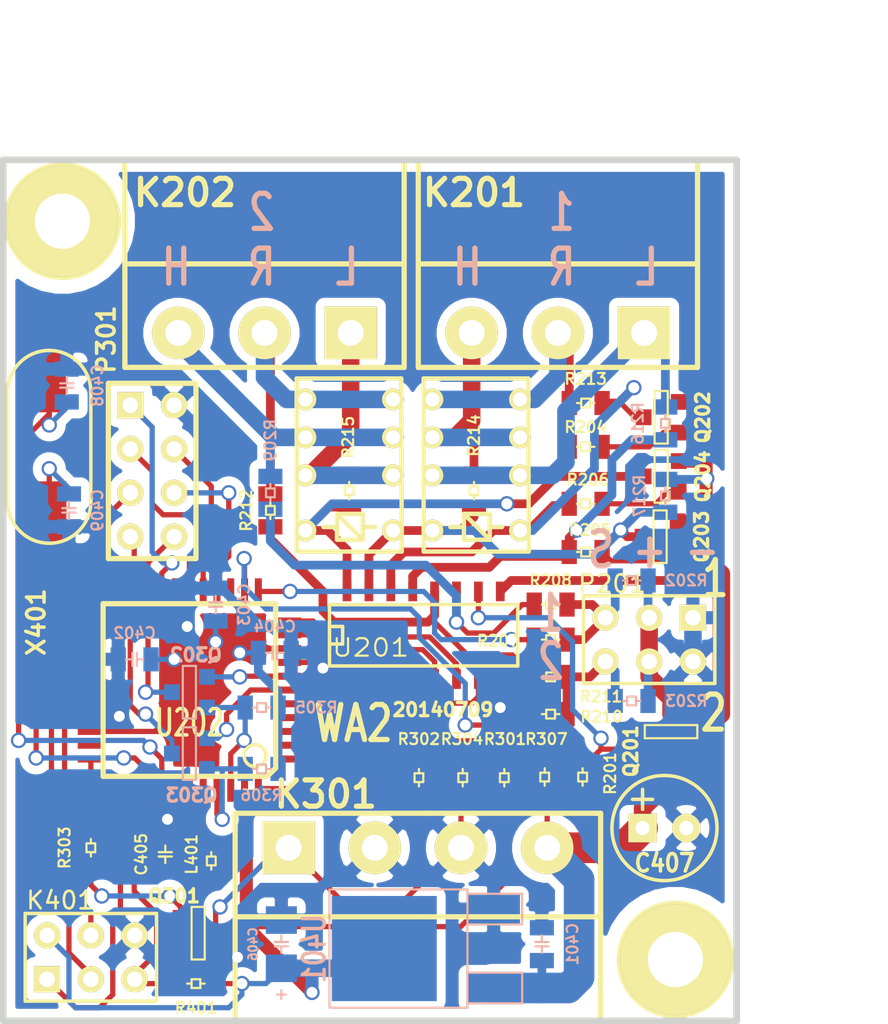
<source format=kicad_pcb>
(kicad_pcb (version 20171130) (host pcbnew "(5.1.5)-3")

  (general
    (thickness 1.6002)
    (drawings 25)
    (tracks 471)
    (zones 0)
    (modules 56)
    (nets 60)
  )

  (page A4)
  (title_block
    (title Weichenantrieb\nWA2)
    (date 2015-10-15)
    (rev "0428 -")
    (company MV)
  )

  (layers
    (0 F.Cu signal)
    (31 B.Cu signal)
    (32 B.Adhes user)
    (33 F.Adhes user)
    (34 B.Paste user)
    (35 F.Paste user)
    (36 B.SilkS user)
    (37 F.SilkS user)
    (38 B.Mask user)
    (39 F.Mask user)
    (40 Dwgs.User user)
    (41 Cmts.User user)
    (42 Eco1.User user)
    (43 Eco2.User user)
    (44 Edge.Cuts user)
    (45 Margin user)
    (46 B.CrtYd user)
    (47 F.CrtYd user)
  )

  (setup
    (last_trace_width 0.3048)
    (user_trace_width 0.3048)
    (user_trace_width 0.508)
    (user_trace_width 0.762)
    (user_trace_width 1.016)
    (user_trace_width 1.778)
    (user_trace_width 2.032)
    (trace_clearance 0.254)
    (zone_clearance 0.508)
    (zone_45_only no)
    (trace_min 0.2032)
    (via_size 0.889)
    (via_drill 0.635)
    (via_min_size 0.889)
    (via_min_drill 0.508)
    (uvia_size 0.508)
    (uvia_drill 0.127)
    (uvias_allowed no)
    (uvia_min_size 0.508)
    (uvia_min_drill 0.127)
    (edge_width 0.381)
    (segment_width 0.381)
    (pcb_text_width 0.3048)
    (pcb_text_size 1.524 2.032)
    (mod_edge_width 0.381)
    (mod_text_size 1.524 1.524)
    (mod_text_width 0.3048)
    (pad_size 1.524 1.524)
    (pad_drill 0.8128)
    (pad_to_mask_clearance 0.254)
    (aux_axis_origin 0 0)
    (visible_elements 7FFFFFBF)
    (pcbplotparams
      (layerselection 0x010f0_ffffffff)
      (usegerberextensions true)
      (usegerberattributes false)
      (usegerberadvancedattributes false)
      (creategerberjobfile false)
      (excludeedgelayer true)
      (linewidth 0.150000)
      (plotframeref false)
      (viasonmask false)
      (mode 1)
      (useauxorigin false)
      (hpglpennumber 1)
      (hpglpenspeed 20)
      (hpglpendiameter 15.000000)
      (psnegative false)
      (psa4output false)
      (plotreference true)
      (plotvalue true)
      (plotinvisibletext false)
      (padsonsilk false)
      (subtractmaskfromsilk false)
      (outputformat 1)
      (mirror false)
      (drillshape 0)
      (scaleselection 1)
      (outputdirectory "gerber/"))
  )

  (net 0 "")
  (net 1 +3.3V)
  (net 2 /Servo/RC1D)
  (net 3 /Servo/RC2D)
  (net 4 /Servo/RC3D)
  (net 5 /Servo/RC4D)
  (net 6 /Servo/S1_H)
  (net 7 /Servo/S1_L)
  (net 8 /Servo/S1_R)
  (net 9 /Servo/S2_H)
  (net 10 /Servo/S2_L)
  (net 11 /Servo/S2_R)
  (net 12 CommRX)
  (net 13 CommTX)
  (net 14 D+/Tx)
  (net 15 D-/Rx)
  (net 16 GND)
  (net 17 IS1_DAC)
  (net 18 IS1_Out)
  (net 19 IS1_RX)
  (net 20 IS1_Shunt)
  (net 21 IS1_TX)
  (net 22 IS2_DAC)
  (net 23 IS2_Out)
  (net 24 IS2_RX)
  (net 25 IS2_Shunt)
  (net 26 IS2_TX)
  (net 27 RC1)
  (net 28 RC2)
  (net 29 RC3)
  (net 30 RC4)
  (net 31 S12_PWM)
  (net 32 S1_PWM)
  (net 33 S22_PWM)
  (net 34 S2_PWM)
  (net 35 S_Power)
  (net 36 Vin)
  (net 37 "Net-(C405-Pad1)")
  (net 38 "Net-(C408-Pad1)")
  (net 39 "Net-(C409-Pad1)")
  (net 40 "Net-(K301-Pad1)")
  (net 41 "Net-(K401-Pad1)")
  (net 42 "Net-(K401-Pad5)")
  (net 43 "Net-(P201-Pad3)")
  (net 44 "Net-(P201-Pad5)")
  (net 45 "Net-(P201-Pad6)")
  (net 46 "Net-(Q201-PadG)")
  (net 47 "Net-(Q202-Pad2)")
  (net 48 "Net-(Q203-Pad2)")
  (net 49 "Net-(Q204-Pad2)")
  (net 50 "Net-(Q301-Pad2)")
  (net 51 "Net-(R208-Pad1)")
  (net 52 "Net-(R211-Pad1)")
  (net 53 "Net-(R307-Pad2)")
  (net 54 "Net-(U202-Pad14)")
  (net 55 "Net-(U202-Pad22)")
  (net 56 "Net-(U202-Pad28)")
  (net 57 "Net-(U202-Pad23)")
  (net 58 "Net-(U202-Pad29)")
  (net 59 "Net-(U202-Pad32)")

  (net_class Default "Dies ist die voreingestellte Netzklasse."
    (clearance 0.254)
    (trace_width 0.3048)
    (via_dia 0.889)
    (via_drill 0.635)
    (uvia_dia 0.508)
    (uvia_drill 0.127)
    (diff_pair_width 0.2032)
    (diff_pair_gap 0.254)
    (add_net +3.3V)
    (add_net /Servo/RC1D)
    (add_net /Servo/RC2D)
    (add_net /Servo/RC3D)
    (add_net /Servo/RC4D)
    (add_net /Servo/S1_H)
    (add_net /Servo/S1_L)
    (add_net /Servo/S1_R)
    (add_net /Servo/S2_H)
    (add_net /Servo/S2_L)
    (add_net /Servo/S2_R)
    (add_net CommRX)
    (add_net CommTX)
    (add_net D+/Tx)
    (add_net D-/Rx)
    (add_net GND)
    (add_net IS1_DAC)
    (add_net IS1_Out)
    (add_net IS1_RX)
    (add_net IS1_Shunt)
    (add_net IS1_TX)
    (add_net IS2_DAC)
    (add_net IS2_Out)
    (add_net IS2_RX)
    (add_net IS2_Shunt)
    (add_net IS2_TX)
    (add_net "Net-(C405-Pad1)")
    (add_net "Net-(C408-Pad1)")
    (add_net "Net-(C409-Pad1)")
    (add_net "Net-(K301-Pad1)")
    (add_net "Net-(K401-Pad1)")
    (add_net "Net-(K401-Pad5)")
    (add_net "Net-(P201-Pad3)")
    (add_net "Net-(P201-Pad5)")
    (add_net "Net-(P201-Pad6)")
    (add_net "Net-(Q201-PadG)")
    (add_net "Net-(Q202-Pad2)")
    (add_net "Net-(Q203-Pad2)")
    (add_net "Net-(Q204-Pad2)")
    (add_net "Net-(Q301-Pad2)")
    (add_net "Net-(R208-Pad1)")
    (add_net "Net-(R211-Pad1)")
    (add_net "Net-(R307-Pad2)")
    (add_net "Net-(U202-Pad14)")
    (add_net "Net-(U202-Pad22)")
    (add_net "Net-(U202-Pad23)")
    (add_net "Net-(U202-Pad28)")
    (add_net "Net-(U202-Pad29)")
    (add_net "Net-(U202-Pad32)")
    (add_net RC1)
    (add_net RC2)
    (add_net RC3)
    (add_net RC4)
    (add_net S12_PWM)
    (add_net S1_PWM)
    (add_net S22_PWM)
    (add_net S2_PWM)
    (add_net S_Power)
    (add_net Vin)
  )

  (module HOLE_32 (layer F.Cu) (tedit 5117F2DE) (tstamp 511791D1)
    (at 156.083 120.777)
    (descr "Hole 3.2mm")
    (tags HOLE)
    (path HOLE_32)
    (fp_text reference HOLE (at 0 0) (layer F.SilkS)
      (effects (font (size 0.762 0.762) (thickness 0.1524)))
    )
    (fp_text value Val** (at 0 0) (layer F.SilkS) hide
      (effects (font (size 0.762 0.762) (thickness 0.1524)))
    )
    (fp_circle (center 0 0) (end 3.302 0) (layer F.SilkS) (width 0.2032))
    (fp_circle (center 0 0) (end 1.7018 -0.0508) (layer F.SilkS) (width 0.2032))
    (pad "" thru_hole circle (at 0 0) (size 6.4008 6.4008) (drill 3.2004) (layers *.Cu *.Mask F.SilkS)
      (clearance 1.00076))
  )

  (module HOLE_32 (layer F.Cu) (tedit 5117F2CF) (tstamp 51179571)
    (at 120.523 77.978)
    (descr "Hole 3.2mm")
    (tags HOLE)
    (path HOLE_32)
    (fp_text reference HOLE (at 0 0) (layer F.SilkS)
      (effects (font (size 0.762 0.762) (thickness 0.1524)))
    )
    (fp_text value Val** (at 0 0) (layer F.SilkS) hide
      (effects (font (size 0.762 0.762) (thickness 0.1524)))
    )
    (fp_circle (center 0 0) (end 3.302 0) (layer F.SilkS) (width 0.2032))
    (fp_circle (center 0 0) (end 1.7018 -0.0508) (layer F.SilkS) (width 0.2032))
    (pad "" thru_hole circle (at 0 0) (size 6.4008 6.4008) (drill 3.2004) (layers *.Cu *.Mask F.SilkS)
      (clearance 1.00076))
  )

  (module base:C0805 (layer B.Cu) (tedit 4EF9A8EB) (tstamp 5EAD5A64)
    (at 148.336 119.888 90)
    (path /4F020FB6/4F02C6A0)
    (attr smd)
    (fp_text reference C401 (at 0 1.778 90) (layer B.SilkS)
      (effects (font (size 0.635 0.635) (thickness 0.127)) (justify mirror))
    )
    (fp_text value 100nF (at 0 0 90) (layer B.SilkS) hide
      (effects (font (size 0.635 0.635) (thickness 0.127)) (justify mirror))
    )
    (fp_line (start 0.127 0) (end 0.508 0) (layer B.SilkS) (width 0.127))
    (fp_line (start 0.127 0.381) (end 0.127 -0.381) (layer B.SilkS) (width 0.127))
    (fp_line (start -0.508 0) (end -0.127 0) (layer B.SilkS) (width 0.127))
    (fp_line (start -0.127 0) (end -0.127 0.381) (layer B.SilkS) (width 0.127))
    (fp_line (start -0.127 0.381) (end -0.127 -0.381) (layer B.SilkS) (width 0.127))
    (pad 1 smd rect (at -0.9525 0 90) (size 0.889 1.397) (layers B.Cu B.Paste B.Mask)
      (net 36 Vin))
    (pad 2 smd rect (at 0.9525 0 90) (size 0.889 1.397) (layers B.Cu B.Paste B.Mask)
      (net 16 GND))
    (model smd/chip_cms.wrl
      (at (xyz 0 0 0))
      (scale (xyz 0.1 0.1 0.1))
      (rotate (xyz 0 0 0))
    )
  )

  (module base:C0805 (layer B.Cu) (tedit 4EF9A8EB) (tstamp 5EAD5A6E)
    (at 124.714 103.378 180)
    (path /4F020FB6/4F0213FB)
    (attr smd)
    (fp_text reference C402 (at 0 1.524 180) (layer B.SilkS)
      (effects (font (size 0.635 0.635) (thickness 0.127)) (justify mirror))
    )
    (fp_text value 100nF (at 0 0 180) (layer B.SilkS) hide
      (effects (font (size 0.635 0.635) (thickness 0.127)) (justify mirror))
    )
    (fp_line (start 0.127 0) (end 0.508 0) (layer B.SilkS) (width 0.127))
    (fp_line (start 0.127 0.381) (end 0.127 -0.381) (layer B.SilkS) (width 0.127))
    (fp_line (start -0.508 0) (end -0.127 0) (layer B.SilkS) (width 0.127))
    (fp_line (start -0.127 0) (end -0.127 0.381) (layer B.SilkS) (width 0.127))
    (fp_line (start -0.127 0.381) (end -0.127 -0.381) (layer B.SilkS) (width 0.127))
    (pad 1 smd rect (at -0.9525 0 180) (size 0.889 1.397) (layers B.Cu B.Paste B.Mask)
      (net 1 +3.3V))
    (pad 2 smd rect (at 0.9525 0 180) (size 0.889 1.397) (layers B.Cu B.Paste B.Mask)
      (net 16 GND))
    (model smd/chip_cms.wrl
      (at (xyz 0 0 0))
      (scale (xyz 0.1 0.1 0.1))
      (rotate (xyz 0 0 0))
    )
  )

  (module base:C0805 (layer B.Cu) (tedit 4EF9A8EB) (tstamp 5EAD5A78)
    (at 129.413 100.203 90)
    (path /4F020FB6/4F0213FA)
    (attr smd)
    (fp_text reference C403 (at 0 1.651 90) (layer B.SilkS)
      (effects (font (size 0.635 0.635) (thickness 0.127)) (justify mirror))
    )
    (fp_text value 100nF (at 0 0 90) (layer B.SilkS) hide
      (effects (font (size 0.635 0.635) (thickness 0.127)) (justify mirror))
    )
    (fp_line (start -0.127 0.381) (end -0.127 -0.381) (layer B.SilkS) (width 0.127))
    (fp_line (start -0.127 0) (end -0.127 0.381) (layer B.SilkS) (width 0.127))
    (fp_line (start -0.508 0) (end -0.127 0) (layer B.SilkS) (width 0.127))
    (fp_line (start 0.127 0.381) (end 0.127 -0.381) (layer B.SilkS) (width 0.127))
    (fp_line (start 0.127 0) (end 0.508 0) (layer B.SilkS) (width 0.127))
    (pad 2 smd rect (at 0.9525 0 90) (size 0.889 1.397) (layers B.Cu B.Paste B.Mask)
      (net 16 GND))
    (pad 1 smd rect (at -0.9525 0 90) (size 0.889 1.397) (layers B.Cu B.Paste B.Mask)
      (net 1 +3.3V))
    (model smd/chip_cms.wrl
      (at (xyz 0 0 0))
      (scale (xyz 0.1 0.1 0.1))
      (rotate (xyz 0 0 0))
    )
  )

  (module base:C0805 (layer B.Cu) (tedit 4EF9A8EB) (tstamp 5EAD5A82)
    (at 132.842 102.997)
    (path /4F020FB6/4F021421)
    (attr smd)
    (fp_text reference C404 (at 0 -1.524) (layer B.SilkS)
      (effects (font (size 0.635 0.635) (thickness 0.127)) (justify mirror))
    )
    (fp_text value 100nF (at 0 0) (layer B.SilkS) hide
      (effects (font (size 0.635 0.635) (thickness 0.127)) (justify mirror))
    )
    (fp_line (start -0.127 0.381) (end -0.127 -0.381) (layer B.SilkS) (width 0.127))
    (fp_line (start -0.127 0) (end -0.127 0.381) (layer B.SilkS) (width 0.127))
    (fp_line (start -0.508 0) (end -0.127 0) (layer B.SilkS) (width 0.127))
    (fp_line (start 0.127 0.381) (end 0.127 -0.381) (layer B.SilkS) (width 0.127))
    (fp_line (start 0.127 0) (end 0.508 0) (layer B.SilkS) (width 0.127))
    (pad 2 smd rect (at 0.9525 0) (size 0.889 1.397) (layers B.Cu B.Paste B.Mask)
      (net 16 GND))
    (pad 1 smd rect (at -0.9525 0) (size 0.889 1.397) (layers B.Cu B.Paste B.Mask)
      (net 1 +3.3V))
    (model smd/chip_cms.wrl
      (at (xyz 0 0 0))
      (scale (xyz 0.1 0.1 0.1))
      (rotate (xyz 0 0 0))
    )
  )

  (module base:C0805 (layer F.Cu) (tedit 4EF9A8EB) (tstamp 5EAD5A8C)
    (at 126.492 114.681 90)
    (path /4F020FB6/4F0213CC)
    (attr smd)
    (fp_text reference C405 (at 0 -1.397 90) (layer F.SilkS)
      (effects (font (size 0.635 0.635) (thickness 0.127)))
    )
    (fp_text value 100nF (at 0 0 90) (layer F.SilkS) hide
      (effects (font (size 0.635 0.635) (thickness 0.127)))
    )
    (fp_line (start 0.127 0) (end 0.508 0) (layer F.SilkS) (width 0.127))
    (fp_line (start 0.127 -0.381) (end 0.127 0.381) (layer F.SilkS) (width 0.127))
    (fp_line (start -0.508 0) (end -0.127 0) (layer F.SilkS) (width 0.127))
    (fp_line (start -0.127 0) (end -0.127 -0.381) (layer F.SilkS) (width 0.127))
    (fp_line (start -0.127 -0.381) (end -0.127 0.381) (layer F.SilkS) (width 0.127))
    (pad 1 smd rect (at -0.9525 0 90) (size 0.889 1.397) (layers F.Cu F.Paste F.Mask)
      (net 37 "Net-(C405-Pad1)"))
    (pad 2 smd rect (at 0.9525 0 90) (size 0.889 1.397) (layers F.Cu F.Paste F.Mask)
      (net 16 GND))
    (model smd/chip_cms.wrl
      (at (xyz 0 0 0))
      (scale (xyz 0.1 0.1 0.1))
      (rotate (xyz 0 0 0))
    )
  )

  (module base:C1206Pol (layer B.Cu) (tedit 4EFEE5F2) (tstamp 5EAD5A96)
    (at 133.223 119.888 270)
    (descr "SMT capacitor, 1206, pol")
    (path /4F020FB6/51179C0B)
    (fp_text reference C406 (at 0 1.651 270) (layer B.SilkS)
      (effects (font (size 0.50038 0.50038) (thickness 0.11938)) (justify mirror))
    )
    (fp_text value 10uF (at 0 -1.27 270) (layer B.SilkS) hide
      (effects (font (size 0.50038 0.50038) (thickness 0.11938)) (justify mirror))
    )
    (fp_line (start 2.667 0) (end 3.175 0) (layer B.SilkS) (width 0.127))
    (fp_line (start 2.921 0.254) (end 2.921 -0.254) (layer B.SilkS) (width 0.127))
    (fp_line (start 0.127 0) (end 0.508 0) (layer B.SilkS) (width 0.127))
    (fp_line (start 0.127 0.381) (end 0.127 -0.381) (layer B.SilkS) (width 0.127))
    (fp_line (start -0.508 0) (end -0.127 0) (layer B.SilkS) (width 0.127))
    (fp_line (start -0.127 0) (end -0.127 0.381) (layer B.SilkS) (width 0.127))
    (fp_line (start -0.127 0.381) (end -0.127 -0.381) (layer B.SilkS) (width 0.127))
    (pad 1 smd rect (at 1.397 0 270) (size 1.6002 1.8034) (layers B.Cu B.Paste B.Mask)
      (net 1 +3.3V))
    (pad 2 smd rect (at -1.397 0 270) (size 1.6002 1.8034) (layers B.Cu B.Paste B.Mask)
      (net 16 GND))
    (model smd/capacitors/c_1206.wrl
      (at (xyz 0 0 0))
      (scale (xyz 1 1 1))
      (rotate (xyz 0 0 0))
    )
  )

  (module base:C1V6 (layer F.Cu) (tedit 4EFAE42E) (tstamp 5EAD5AA2)
    (at 155.448 113.157)
    (descr "Elko RM2.54 mm D 6 mm")
    (path /4F020FB6/4F02C6A9)
    (fp_text reference C407 (at 0 2.032) (layer F.SilkS)
      (effects (font (size 1.016 0.889) (thickness 0.2032)))
    )
    (fp_text value 33uF (at 0 -1.77546) (layer F.SilkS) hide
      (effects (font (size 1.016 0.889) (thickness 0.2032)))
    )
    (fp_circle (center 0 0) (end 3.048 0) (layer F.SilkS) (width 0.2032))
    (fp_text user + (at -1.27 -1.778) (layer F.SilkS)
      (effects (font (size 1.524 1.524) (thickness 0.2032)))
    )
    (pad 1 thru_hole rect (at -1.27 0) (size 1.651 1.651) (drill 0.8128) (layers *.Cu *.Mask F.SilkS)
      (net 36 Vin))
    (pad 2 thru_hole circle (at 1.27 0) (size 1.651 1.651) (drill 0.8128) (layers *.Cu *.Mask F.SilkS)
      (net 16 GND))
    (model discret/c_vert_c1v8.wrl
      (at (xyz 0 0 0))
      (scale (xyz 1 1 1))
      (rotate (xyz 0 0 0))
    )
  )

  (module base:C0805 (layer B.Cu) (tedit 4EF9A8EB) (tstamp 5EAD5AA9)
    (at 120.777 87.503 90)
    (path /4F020FB6/4F02C511)
    (attr smd)
    (fp_text reference C408 (at 0 1.778 90) (layer B.SilkS)
      (effects (font (size 0.635 0.635) (thickness 0.127)) (justify mirror))
    )
    (fp_text value 27pF (at 0 0 90) (layer B.SilkS) hide
      (effects (font (size 0.635 0.635) (thickness 0.127)) (justify mirror))
    )
    (fp_line (start 0.127 0) (end 0.508 0) (layer B.SilkS) (width 0.127))
    (fp_line (start 0.127 0.381) (end 0.127 -0.381) (layer B.SilkS) (width 0.127))
    (fp_line (start -0.508 0) (end -0.127 0) (layer B.SilkS) (width 0.127))
    (fp_line (start -0.127 0) (end -0.127 0.381) (layer B.SilkS) (width 0.127))
    (fp_line (start -0.127 0.381) (end -0.127 -0.381) (layer B.SilkS) (width 0.127))
    (pad 1 smd rect (at -0.9525 0 90) (size 0.889 1.397) (layers B.Cu B.Paste B.Mask)
      (net 38 "Net-(C408-Pad1)"))
    (pad 2 smd rect (at 0.9525 0 90) (size 0.889 1.397) (layers B.Cu B.Paste B.Mask)
      (net 16 GND))
    (model smd/chip_cms.wrl
      (at (xyz 0 0 0))
      (scale (xyz 0.1 0.1 0.1))
      (rotate (xyz 0 0 0))
    )
  )

  (module base:C0805 (layer B.Cu) (tedit 4EF9A8EB) (tstamp 5EAD5AB3)
    (at 120.904 94.742 270)
    (path /4F020FB6/4F02C512)
    (attr smd)
    (fp_text reference C409 (at 0 -1.651 270) (layer B.SilkS)
      (effects (font (size 0.635 0.635) (thickness 0.127)) (justify mirror))
    )
    (fp_text value 27pF (at 0 0 270) (layer B.SilkS) hide
      (effects (font (size 0.635 0.635) (thickness 0.127)) (justify mirror))
    )
    (fp_line (start -0.127 0.381) (end -0.127 -0.381) (layer B.SilkS) (width 0.127))
    (fp_line (start -0.127 0) (end -0.127 0.381) (layer B.SilkS) (width 0.127))
    (fp_line (start -0.508 0) (end -0.127 0) (layer B.SilkS) (width 0.127))
    (fp_line (start 0.127 0.381) (end 0.127 -0.381) (layer B.SilkS) (width 0.127))
    (fp_line (start 0.127 0) (end 0.508 0) (layer B.SilkS) (width 0.127))
    (pad 2 smd rect (at 0.9525 0 270) (size 0.889 1.397) (layers B.Cu B.Paste B.Mask)
      (net 16 GND))
    (pad 1 smd rect (at -0.9525 0 270) (size 0.889 1.397) (layers B.Cu B.Paste B.Mask)
      (net 39 "Net-(C409-Pad1)"))
    (model smd/chip_cms.wrl
      (at (xyz 0 0 0))
      (scale (xyz 0.1 0.1 0.1))
      (rotate (xyz 0 0 0))
    )
  )

  (module base:AKL330_03 (layer F.Cu) (tedit 4EF9C7BF) (tstamp 5EAD5ABD)
    (at 151.765 84.455 180)
    (descr "RIA Wannenstecker AKL 330 5mm 3pol")
    (tags "RIA AKL 330")
    (path /511772A3/51177359)
    (fp_text reference K201 (at 7.366 8.128 180) (layer F.SilkS)
      (effects (font (size 1.524 1.524) (thickness 0.3048)))
    )
    (fp_text value W1 (at 2.60096 7.0993 180) (layer F.SilkS) hide
      (effects (font (size 1.524 1.524) (thickness 0.3048)))
    )
    (fp_line (start -5.6007 -1.99898) (end -5.6007 9.99998) (layer F.SilkS) (width 0.3048))
    (fp_line (start 5.6007 9.99998) (end -5.6007 9.99998) (layer F.SilkS) (width 0.3048))
    (fp_line (start 10.59942 -1.99898) (end 10.59942 9.99998) (layer F.SilkS) (width 0.3048))
    (fp_line (start -5.6007 -1.99898) (end 5.6007 -1.99898) (layer F.SilkS) (width 0.3048))
    (fp_line (start -5.6007 4.0005) (end 5.6007 4.0005) (layer F.SilkS) (width 0.3048))
    (fp_line (start 5.6007 -1.99898) (end 10.59942 -1.99898) (layer F.SilkS) (width 0.3048))
    (fp_line (start 5.6007 9.99998) (end 10.59942 9.99998) (layer F.SilkS) (width 0.3048))
    (fp_line (start 5.6007 4.0005) (end 10.59942 4.0005) (layer F.SilkS) (width 0.3048))
    (pad 3 thru_hole circle (at 7.50062 0 180) (size 3.048 3.048) (drill 1.50114) (layers *.Cu *.Mask F.SilkS)
      (net 6 /Servo/S1_H))
    (pad 1 thru_hole rect (at -2.49936 0 180) (size 3.048 3.048) (drill 1.50114) (layers *.Cu *.Mask F.SilkS)
      (net 7 /Servo/S1_L))
    (pad 2 thru_hole circle (at 2.49936 0 180) (size 3.048 3.048) (drill 1.50114) (layers *.Cu *.Mask F.SilkS)
      (net 8 /Servo/S1_R))
    (model device/bornier_2.wrl
      (at (xyz 0 0 0))
      (scale (xyz 1 1 1))
      (rotate (xyz 0 0 0))
    )
  )

  (module base:AKL330_03 (layer F.Cu) (tedit 4EF9C7BF) (tstamp 5EAD5ACB)
    (at 134.747 84.455 180)
    (descr "RIA Wannenstecker AKL 330 5mm 3pol")
    (tags "RIA AKL 330")
    (path /511772A3/51177E9B)
    (fp_text reference K202 (at 7.112 8.128 180) (layer F.SilkS)
      (effects (font (size 1.524 1.524) (thickness 0.3048)))
    )
    (fp_text value W2 (at 2.60096 7.0993 180) (layer F.SilkS) hide
      (effects (font (size 1.524 1.524) (thickness 0.3048)))
    )
    (fp_line (start 5.6007 4.0005) (end 10.59942 4.0005) (layer F.SilkS) (width 0.3048))
    (fp_line (start 5.6007 9.99998) (end 10.59942 9.99998) (layer F.SilkS) (width 0.3048))
    (fp_line (start 5.6007 -1.99898) (end 10.59942 -1.99898) (layer F.SilkS) (width 0.3048))
    (fp_line (start -5.6007 4.0005) (end 5.6007 4.0005) (layer F.SilkS) (width 0.3048))
    (fp_line (start -5.6007 -1.99898) (end 5.6007 -1.99898) (layer F.SilkS) (width 0.3048))
    (fp_line (start 10.59942 -1.99898) (end 10.59942 9.99998) (layer F.SilkS) (width 0.3048))
    (fp_line (start 5.6007 9.99998) (end -5.6007 9.99998) (layer F.SilkS) (width 0.3048))
    (fp_line (start -5.6007 -1.99898) (end -5.6007 9.99998) (layer F.SilkS) (width 0.3048))
    (pad 2 thru_hole circle (at 2.49936 0 180) (size 3.048 3.048) (drill 1.50114) (layers *.Cu *.Mask F.SilkS)
      (net 11 /Servo/S2_R))
    (pad 1 thru_hole rect (at -2.49936 0 180) (size 3.048 3.048) (drill 1.50114) (layers *.Cu *.Mask F.SilkS)
      (net 10 /Servo/S2_L))
    (pad 3 thru_hole circle (at 7.50062 0 180) (size 3.048 3.048) (drill 1.50114) (layers *.Cu *.Mask F.SilkS)
      (net 9 /Servo/S2_H))
    (model device/bornier_2.wrl
      (at (xyz 0 0 0))
      (scale (xyz 1 1 1))
      (rotate (xyz 0 0 0))
    )
  )

  (module base:AKL330_04 (layer F.Cu) (tedit 4EF9C935) (tstamp 5EAD5AD9)
    (at 136.144 114.3)
    (descr "RIA Wannenstecker AKL 330 5mm 4pol")
    (tags "RIA AKL 330")
    (path /4F01B543/51194411)
    (fp_text reference K301 (at -0.344 -3.1) (layer F.SilkS)
      (effects (font (size 1.524 1.524) (thickness 0.3048)))
    )
    (fp_text value CONN_4 (at 2.60096 7.0993) (layer F.SilkS) hide
      (effects (font (size 1.524 1.524) (thickness 0.3048)))
    )
    (fp_line (start 5.6007 9.99998) (end 15.60068 9.99998) (layer F.SilkS) (width 0.3048))
    (fp_line (start 5.6007 4.0005) (end 15.60068 4.0005) (layer F.SilkS) (width 0.3048))
    (fp_line (start 5.6007 -1.99898) (end 15.60068 -1.99898) (layer F.SilkS) (width 0.3048))
    (fp_line (start -5.6007 4.0005) (end 5.6007 4.0005) (layer F.SilkS) (width 0.3048))
    (fp_line (start -5.6007 -1.99898) (end 5.6007 -1.99898) (layer F.SilkS) (width 0.3048))
    (fp_line (start 15.60068 -1.99898) (end 15.60068 9.99998) (layer F.SilkS) (width 0.3048))
    (fp_line (start 5.6007 9.99998) (end -5.6007 9.99998) (layer F.SilkS) (width 0.3048))
    (fp_line (start -5.6007 -1.99898) (end -5.6007 9.99998) (layer F.SilkS) (width 0.3048))
    (pad 4 thru_hole circle (at 12.49934 0) (size 3.048 3.048) (drill 1.50114) (layers *.Cu *.Mask F.SilkS)
      (net 36 Vin))
    (pad 2 thru_hole circle (at 2.49936 0) (size 3.048 3.048) (drill 1.50114) (layers *.Cu *.Mask F.SilkS)
      (net 16 GND))
    (pad 1 thru_hole rect (at -2.49936 0) (size 3.048 3.048) (drill 1.50114) (layers *.Cu *.Mask F.SilkS)
      (net 40 "Net-(K301-Pad1)"))
    (pad 3 thru_hole circle (at 7.50062 0) (size 3.048 3.048) (drill 1.50114) (layers *.Cu *.Mask F.SilkS)
      (net 16 GND))
    (model device/bornier_2.wrl
      (at (xyz 0 0 0))
      (scale (xyz 1 1 1))
      (rotate (xyz 0 0 0))
    )
  )

  (module base:header_3x2 (layer F.Cu) (tedit 4EF98ED0) (tstamp 5EAD5AE8)
    (at 122.174 120.65)
    (descr "Stiftleiste 2x3 Pol 2.54mm Raster")
    (tags CONN)
    (path /4F020FB6/4F021495)
    (fp_text reference K401 (at -1.778 -3.302) (layer F.SilkS)
      (effects (font (size 1.016 1.016) (thickness 0.1524)))
    )
    (fp_text value ISP6 (at 0 5.461) (layer F.SilkS) hide
      (effects (font (size 1.016 1.016) (thickness 0.1524)))
    )
    (fp_line (start 3.81 2.54) (end -3.81 2.54) (layer F.SilkS) (width 0.2032))
    (fp_line (start -3.81 -2.54) (end 3.81 -2.54) (layer F.SilkS) (width 0.2032))
    (fp_line (start 3.81 -2.54) (end 3.81 2.54) (layer F.SilkS) (width 0.2032))
    (fp_line (start -3.81 2.54) (end -3.81 -2.54) (layer F.SilkS) (width 0.2032))
    (pad 1 thru_hole rect (at -2.54 1.27) (size 1.524 1.524) (drill 0.89916) (layers *.Cu *.Mask F.SilkS)
      (net 41 "Net-(K401-Pad1)"))
    (pad 2 thru_hole circle (at -2.54 -1.27) (size 1.524 1.524) (drill 0.89916) (layers *.Cu *.Mask F.SilkS)
      (net 1 +3.3V))
    (pad 3 thru_hole circle (at 0 1.27) (size 1.524 1.524) (drill 0.89916) (layers *.Cu *.Mask F.SilkS)
      (net 15 D-/Rx))
    (pad 4 thru_hole circle (at 0 -1.27) (size 1.524 1.524) (drill 0.89916) (layers *.Cu *.Mask F.SilkS)
      (net 14 D+/Tx))
    (pad 5 thru_hole circle (at 2.54 1.27) (size 1.524 1.524) (drill 0.89916) (layers *.Cu *.Mask F.SilkS)
      (net 42 "Net-(K401-Pad5)"))
    (pad 6 thru_hole circle (at 2.54 -1.27) (size 1.524 1.524) (drill 0.89916) (layers *.Cu *.Mask F.SilkS)
      (net 16 GND))
    (model pin_array/pins_array_3x2.wrl
      (at (xyz 0 0 0))
      (scale (xyz 1 1 1))
      (rotate (xyz 0 0 0))
    )
  )

  (module base:R0805 (layer F.Cu) (tedit 4EF9A956) (tstamp 5EAD5AF5)
    (at 129.159 115.062 270)
    (path /4F020FB6/4F043971)
    (attr smd)
    (fp_text reference L401 (at -0.381 1.143 270) (layer F.SilkS)
      (effects (font (size 0.635 0.635) (thickness 0.127)))
    )
    (fp_text value 10uH (at 0 0 270) (layer F.SilkS) hide
      (effects (font (size 0.635 0.635) (thickness 0.127)))
    )
    (fp_line (start 0.254 0) (end 0.508 0) (layer F.SilkS) (width 0.127))
    (fp_line (start -0.508 0) (end -0.254 0) (layer F.SilkS) (width 0.127))
    (fp_line (start -0.254 -0.254) (end -0.254 0.127) (layer F.SilkS) (width 0.127))
    (fp_line (start -0.254 0.127) (end -0.254 0.254) (layer F.SilkS) (width 0.127))
    (fp_line (start -0.254 0.254) (end 0.254 0.254) (layer F.SilkS) (width 0.127))
    (fp_line (start 0.254 0.254) (end 0.254 -0.254) (layer F.SilkS) (width 0.127))
    (fp_line (start 0.254 -0.254) (end -0.254 -0.254) (layer F.SilkS) (width 0.127))
    (pad 1 smd rect (at -0.9525 0 270) (size 0.889 1.397) (layers F.Cu F.Paste F.Mask)
      (net 1 +3.3V))
    (pad 2 smd rect (at 0.9525 0 270) (size 0.889 1.397) (layers F.Cu F.Paste F.Mask)
      (net 37 "Net-(C405-Pad1)"))
    (model smd/chip_cms.wrl
      (at (xyz 0 0 0))
      (scale (xyz 0.1 0.1 0.1))
      (rotate (xyz 0 0 0))
    )
  )

  (module base:header_3x2 (layer F.Cu) (tedit 4EF98ED0) (tstamp 5EAD5B01)
    (at 154.559 102.235 180)
    (descr "Stiftleiste 2x3 Pol 2.54mm Raster")
    (tags CONN)
    (path /511772A3/51177902)
    (fp_text reference P201 (at 2.159 3.235 180) (layer F.SilkS)
      (effects (font (size 1.016 1.016) (thickness 0.1524)))
    )
    (fp_text value CONN_6 (at 0 3.81 180) (layer F.SilkS) hide
      (effects (font (size 1.016 1.016) (thickness 0.1524)))
    )
    (fp_line (start -3.81 2.54) (end -3.81 -2.54) (layer F.SilkS) (width 0.2032))
    (fp_line (start 3.81 -2.54) (end 3.81 2.54) (layer F.SilkS) (width 0.2032))
    (fp_line (start -3.81 -2.54) (end 3.81 -2.54) (layer F.SilkS) (width 0.2032))
    (fp_line (start 3.81 2.54) (end -3.81 2.54) (layer F.SilkS) (width 0.2032))
    (pad 6 thru_hole circle (at 2.54 -1.27 180) (size 1.524 1.524) (drill 0.89916) (layers *.Cu *.Mask F.SilkS)
      (net 45 "Net-(P201-Pad6)"))
    (pad 5 thru_hole circle (at 2.54 1.27 180) (size 1.524 1.524) (drill 0.89916) (layers *.Cu *.Mask F.SilkS)
      (net 44 "Net-(P201-Pad5)"))
    (pad 4 thru_hole circle (at 0 -1.27 180) (size 1.524 1.524) (drill 0.89916) (layers *.Cu *.Mask F.SilkS)
      (net 43 "Net-(P201-Pad3)"))
    (pad 3 thru_hole circle (at 0 1.27 180) (size 1.524 1.524) (drill 0.89916) (layers *.Cu *.Mask F.SilkS)
      (net 43 "Net-(P201-Pad3)"))
    (pad 2 thru_hole circle (at -2.54 -1.27 180) (size 1.524 1.524) (drill 0.89916) (layers *.Cu *.Mask F.SilkS)
      (net 16 GND))
    (pad 1 thru_hole rect (at -2.54 1.27 180) (size 1.524 1.524) (drill 0.89916) (layers *.Cu *.Mask F.SilkS)
      (net 16 GND))
    (model pin_array/pins_array_3x2.wrl
      (at (xyz 0 0 0))
      (scale (xyz 1 1 1))
      (rotate (xyz 0 0 0))
    )
  )

  (module base:pin_array_4x2 (layer F.Cu) (tedit 3FAB90E6) (tstamp 5EAD5B0E)
    (at 125.73 92.456 270)
    (descr "Double rangee de contacts 2 x 4 pins")
    (tags CONN)
    (path /4F01B543/5119417F)
    (fp_text reference P301 (at -7.62 2.667 270) (layer F.SilkS)
      (effects (font (size 1.016 1.016) (thickness 0.2032)))
    )
    (fp_text value CONN_8 (at 0 3.81 270) (layer F.SilkS) hide
      (effects (font (size 1.016 1.016) (thickness 0.2032)))
    )
    (fp_line (start -5.08 -2.54) (end 5.08 -2.54) (layer F.SilkS) (width 0.3048))
    (fp_line (start 5.08 -2.54) (end 5.08 2.54) (layer F.SilkS) (width 0.3048))
    (fp_line (start 5.08 2.54) (end -5.08 2.54) (layer F.SilkS) (width 0.3048))
    (fp_line (start -5.08 2.54) (end -5.08 -2.54) (layer F.SilkS) (width 0.3048))
    (pad 1 thru_hole rect (at -3.81 1.27 270) (size 1.524 1.524) (drill 0.89916) (layers *.Cu *.Mask F.SilkS)
      (net 1 +3.3V))
    (pad 2 thru_hole circle (at -3.81 -1.27 270) (size 1.524 1.524) (drill 0.89916) (layers *.Cu *.Mask F.SilkS)
      (net 16 GND))
    (pad 3 thru_hole circle (at -1.27 1.27 270) (size 1.524 1.524) (drill 0.89916) (layers *.Cu *.Mask F.SilkS)
      (net 19 IS1_RX))
    (pad 4 thru_hole circle (at -1.27 -1.27 270) (size 1.524 1.524) (drill 0.89916) (layers *.Cu *.Mask F.SilkS)
      (net 24 IS2_RX))
    (pad 5 thru_hole circle (at 1.27 1.27 270) (size 1.524 1.524) (drill 0.89916) (layers *.Cu *.Mask F.SilkS)
      (net 21 IS1_TX))
    (pad 6 thru_hole circle (at 1.27 -1.27 270) (size 1.524 1.524) (drill 0.89916) (layers *.Cu *.Mask F.SilkS)
      (net 26 IS2_TX))
    (pad 7 thru_hole circle (at 3.81 1.27 270) (size 1.524 1.524) (drill 0.89916) (layers *.Cu *.Mask F.SilkS)
      (net 18 IS1_Out))
    (pad 8 thru_hole circle (at 3.81 -1.27 270) (size 1.524 1.524) (drill 0.89916) (layers *.Cu *.Mask F.SilkS)
      (net 23 IS2_Out))
    (model pin_array/pins_array_4x2.wrl
      (at (xyz 0 0 0))
      (scale (xyz 1 1 1))
      (rotate (xyz 0 0 0))
    )
  )

  (module base:SOT23GDS (layer F.Cu) (tedit 451262E6) (tstamp 5EAD5B1D)
    (at 155.829 107.569 180)
    (descr "SOT23 Mosfet")
    (tags "SMD SOT")
    (path /511772A3/511773BB)
    (attr smd)
    (fp_text reference Q201 (at 2.329 -1.131 270) (layer F.SilkS)
      (effects (font (size 0.762 0.762) (thickness 0.1905)))
    )
    (fp_text value MOSFET_P (at 0 0 180) (layer F.SilkS) hide
      (effects (font (size 0.762 0.762) (thickness 0.1905)))
    )
    (fp_line (start -1.524 -0.381) (end 1.524 -0.381) (layer F.SilkS) (width 0.127))
    (fp_line (start 1.524 -0.381) (end 1.524 0.381) (layer F.SilkS) (width 0.127))
    (fp_line (start 1.524 0.381) (end -1.524 0.381) (layer F.SilkS) (width 0.127))
    (fp_line (start -1.524 0.381) (end -1.524 -0.381) (layer F.SilkS) (width 0.127))
    (pad S smd rect (at -0.889 -1.016 180) (size 0.9144 0.9144) (layers F.Cu F.Paste F.Mask)
      (net 36 Vin))
    (pad G smd rect (at 0.889 -1.016 180) (size 0.9144 0.9144) (layers F.Cu F.Paste F.Mask)
      (net 46 "Net-(Q201-PadG)"))
    (pad D smd rect (at 0 1.016 180) (size 0.9144 0.9144) (layers F.Cu F.Paste F.Mask)
      (net 43 "Net-(P201-Pad3)"))
    (model smd/cms_sot23.wrl
      (at (xyz 0 0 0))
      (scale (xyz 0.13 0.15 0.15))
      (rotate (xyz 0 0 0))
    )
  )

  (module base:SOT23EBC (layer F.Cu) (tedit 3F980186) (tstamp 5EAD5B27)
    (at 155.2575 89.3445 270)
    (descr "Module CMS SOT23 Transistore EBC")
    (tags "CMS SOT")
    (path /511772A3/511FAD97)
    (attr smd)
    (fp_text reference Q202 (at 0 -2.413 270) (layer F.SilkS)
      (effects (font (size 0.762 0.762) (thickness 0.1905)))
    )
    (fp_text value BC858 (at 0 0 270) (layer F.SilkS) hide
      (effects (font (size 0.762 0.762) (thickness 0.1905)))
    )
    (fp_line (start -1.524 0.381) (end -1.524 -0.381) (layer F.SilkS) (width 0.127))
    (fp_line (start 1.524 0.381) (end -1.524 0.381) (layer F.SilkS) (width 0.127))
    (fp_line (start 1.524 -0.381) (end 1.524 0.381) (layer F.SilkS) (width 0.127))
    (fp_line (start -1.524 -0.381) (end 1.524 -0.381) (layer F.SilkS) (width 0.127))
    (pad 3 smd rect (at 0 1.016 270) (size 0.9144 0.9144) (layers F.Cu F.Paste F.Mask)
      (net 2 /Servo/RC1D))
    (pad 2 smd rect (at 0.889 -1.016 270) (size 0.9144 0.9144) (layers F.Cu F.Paste F.Mask)
      (net 47 "Net-(Q202-Pad2)"))
    (pad 1 smd rect (at -0.889 -1.016 270) (size 0.9144 0.9144) (layers F.Cu F.Paste F.Mask)
      (net 36 Vin))
    (model smd/cms_sot23.wrl
      (at (xyz 0 0 0))
      (scale (xyz 0.13 0.15 0.15))
      (rotate (xyz 0 0 0))
    )
  )

  (module base:SOT23EBC (layer F.Cu) (tedit 3F980186) (tstamp 5EAD5B31)
    (at 155.194 96.266 270)
    (descr "Module CMS SOT23 Transistore EBC")
    (tags "CMS SOT")
    (path /511772A3/511FA501)
    (attr smd)
    (fp_text reference Q203 (at 0 -2.413 270) (layer F.SilkS)
      (effects (font (size 0.762 0.762) (thickness 0.1905)))
    )
    (fp_text value BC858 (at 0 0 270) (layer F.SilkS) hide
      (effects (font (size 0.762 0.762) (thickness 0.1905)))
    )
    (fp_line (start -1.524 -0.381) (end 1.524 -0.381) (layer F.SilkS) (width 0.127))
    (fp_line (start 1.524 -0.381) (end 1.524 0.381) (layer F.SilkS) (width 0.127))
    (fp_line (start 1.524 0.381) (end -1.524 0.381) (layer F.SilkS) (width 0.127))
    (fp_line (start -1.524 0.381) (end -1.524 -0.381) (layer F.SilkS) (width 0.127))
    (pad 1 smd rect (at -0.889 -1.016 270) (size 0.9144 0.9144) (layers F.Cu F.Paste F.Mask)
      (net 36 Vin))
    (pad 2 smd rect (at 0.889 -1.016 270) (size 0.9144 0.9144) (layers F.Cu F.Paste F.Mask)
      (net 48 "Net-(Q203-Pad2)"))
    (pad 3 smd rect (at 0 1.016 270) (size 0.9144 0.9144) (layers F.Cu F.Paste F.Mask)
      (net 3 /Servo/RC2D))
    (model smd/cms_sot23.wrl
      (at (xyz 0 0 0))
      (scale (xyz 0.13 0.15 0.15))
      (rotate (xyz 0 0 0))
    )
  )

  (module base:SOT23EBC (layer F.Cu) (tedit 3F980186) (tstamp 5EAD5B3B)
    (at 155.2575 92.7735 270)
    (descr "Module CMS SOT23 Transistore EBC")
    (tags "CMS SOT")
    (path /511772A3/511FAE1A)
    (attr smd)
    (fp_text reference Q204 (at 0 -2.413 270) (layer F.SilkS)
      (effects (font (size 0.762 0.762) (thickness 0.1905)))
    )
    (fp_text value BC858 (at 0 0 270) (layer F.SilkS) hide
      (effects (font (size 0.762 0.762) (thickness 0.1905)))
    )
    (fp_line (start -1.524 -0.381) (end 1.524 -0.381) (layer F.SilkS) (width 0.127))
    (fp_line (start 1.524 -0.381) (end 1.524 0.381) (layer F.SilkS) (width 0.127))
    (fp_line (start 1.524 0.381) (end -1.524 0.381) (layer F.SilkS) (width 0.127))
    (fp_line (start -1.524 0.381) (end -1.524 -0.381) (layer F.SilkS) (width 0.127))
    (pad 1 smd rect (at -0.889 -1.016 270) (size 0.9144 0.9144) (layers F.Cu F.Paste F.Mask)
      (net 36 Vin))
    (pad 2 smd rect (at 0.889 -1.016 270) (size 0.9144 0.9144) (layers F.Cu F.Paste F.Mask)
      (net 49 "Net-(Q204-Pad2)"))
    (pad 3 smd rect (at 0 1.016 270) (size 0.9144 0.9144) (layers F.Cu F.Paste F.Mask)
      (net 4 /Servo/RC3D))
    (model smd/cms_sot23.wrl
      (at (xyz 0 0 0))
      (scale (xyz 0.13 0.15 0.15))
      (rotate (xyz 0 0 0))
    )
  )

  (module base:SOT23EBC (layer F.Cu) (tedit 3F980186) (tstamp 5EAD5B45)
    (at 128.397 119.253 90)
    (descr "Module CMS SOT23 Transistore EBC")
    (tags "CMS SOT")
    (path /4F01B543/4F0337A4)
    (attr smd)
    (fp_text reference Q301 (at 2.159 -1.397 180) (layer F.SilkS)
      (effects (font (size 0.762 0.762) (thickness 0.1905)))
    )
    (fp_text value BC848 (at 0 0 90) (layer F.SilkS) hide
      (effects (font (size 0.762 0.762) (thickness 0.1905)))
    )
    (fp_line (start -1.524 0.381) (end -1.524 -0.381) (layer F.SilkS) (width 0.127))
    (fp_line (start 1.524 0.381) (end -1.524 0.381) (layer F.SilkS) (width 0.127))
    (fp_line (start 1.524 -0.381) (end 1.524 0.381) (layer F.SilkS) (width 0.127))
    (fp_line (start -1.524 -0.381) (end 1.524 -0.381) (layer F.SilkS) (width 0.127))
    (pad 3 smd rect (at 0 1.016 90) (size 0.9144 0.9144) (layers F.Cu F.Paste F.Mask)
      (net 40 "Net-(K301-Pad1)"))
    (pad 2 smd rect (at 0.889 -1.016 90) (size 0.9144 0.9144) (layers F.Cu F.Paste F.Mask)
      (net 50 "Net-(Q301-Pad2)"))
    (pad 1 smd rect (at -0.889 -1.016 90) (size 0.9144 0.9144) (layers F.Cu F.Paste F.Mask)
      (net 16 GND))
    (model smd/cms_sot23.wrl
      (at (xyz 0 0 0))
      (scale (xyz 0.13 0.15 0.15))
      (rotate (xyz 0 0 0))
    )
  )

  (module base:SOT23EBC (layer B.Cu) (tedit 3F980186) (tstamp 5EAD5B4F)
    (at 127.889 105.283 90)
    (descr "Module CMS SOT23 Transistore EBC")
    (tags "CMS SOT")
    (path /4F01B543/51194178)
    (attr smd)
    (fp_text reference Q302 (at 2.159 0.381 180) (layer B.SilkS)
      (effects (font (size 0.762 0.762) (thickness 0.1905)) (justify mirror))
    )
    (fp_text value BC858 (at 0 0 90) (layer B.SilkS) hide
      (effects (font (size 0.762 0.762) (thickness 0.1905)) (justify mirror))
    )
    (fp_line (start -1.524 0.381) (end 1.524 0.381) (layer B.SilkS) (width 0.127))
    (fp_line (start 1.524 0.381) (end 1.524 -0.381) (layer B.SilkS) (width 0.127))
    (fp_line (start 1.524 -0.381) (end -1.524 -0.381) (layer B.SilkS) (width 0.127))
    (fp_line (start -1.524 -0.381) (end -1.524 0.381) (layer B.SilkS) (width 0.127))
    (pad 1 smd rect (at -0.889 1.016 90) (size 0.9144 0.9144) (layers B.Cu B.Paste B.Mask)
      (net 25 IS2_Shunt))
    (pad 2 smd rect (at 0.889 1.016 90) (size 0.9144 0.9144) (layers B.Cu B.Paste B.Mask)
      (net 22 IS2_DAC))
    (pad 3 smd rect (at 0 -1.016 90) (size 0.9144 0.9144) (layers B.Cu B.Paste B.Mask)
      (net 23 IS2_Out))
    (model smd/cms_sot23.wrl
      (at (xyz 0 0 0))
      (scale (xyz 0.13 0.15 0.15))
      (rotate (xyz 0 0 0))
    )
  )

  (module base:SOT23EBC (layer B.Cu) (tedit 3F980186) (tstamp 5EAD5B59)
    (at 127.889 108.839 90)
    (descr "Module CMS SOT23 Transistore EBC")
    (tags "CMS SOT")
    (path /4F01B543/5119417B)
    (attr smd)
    (fp_text reference Q303 (at -2.413 0.127 180) (layer B.SilkS)
      (effects (font (size 0.762 0.762) (thickness 0.1905)) (justify mirror))
    )
    (fp_text value BC858 (at 0 0 90) (layer B.SilkS) hide
      (effects (font (size 0.762 0.762) (thickness 0.1905)) (justify mirror))
    )
    (fp_line (start -1.524 -0.381) (end -1.524 0.381) (layer B.SilkS) (width 0.127))
    (fp_line (start 1.524 -0.381) (end -1.524 -0.381) (layer B.SilkS) (width 0.127))
    (fp_line (start 1.524 0.381) (end 1.524 -0.381) (layer B.SilkS) (width 0.127))
    (fp_line (start -1.524 0.381) (end 1.524 0.381) (layer B.SilkS) (width 0.127))
    (pad 3 smd rect (at 0 -1.016 90) (size 0.9144 0.9144) (layers B.Cu B.Paste B.Mask)
      (net 18 IS1_Out))
    (pad 2 smd rect (at 0.889 1.016 90) (size 0.9144 0.9144) (layers B.Cu B.Paste B.Mask)
      (net 17 IS1_DAC))
    (pad 1 smd rect (at -0.889 1.016 90) (size 0.9144 0.9144) (layers B.Cu B.Paste B.Mask)
      (net 20 IS1_Shunt))
    (model smd/cms_sot23.wrl
      (at (xyz 0 0 0))
      (scale (xyz 0.13 0.15 0.15))
      (rotate (xyz 0 0 0))
    )
  )

  (module base:R0805 (layer F.Cu) (tedit 4EF9A956) (tstamp 5EAD5B63)
    (at 150.7 110.2 90)
    (path /511772A3/511773D5)
    (attr smd)
    (fp_text reference R201 (at 0.2 1.6 90) (layer F.SilkS)
      (effects (font (size 0.635 0.635) (thickness 0.127)))
    )
    (fp_text value 10k (at 0 0 90) (layer F.SilkS) hide
      (effects (font (size 0.635 0.635) (thickness 0.127)))
    )
    (fp_line (start 0.254 -0.254) (end -0.254 -0.254) (layer F.SilkS) (width 0.127))
    (fp_line (start 0.254 0.254) (end 0.254 -0.254) (layer F.SilkS) (width 0.127))
    (fp_line (start -0.254 0.254) (end 0.254 0.254) (layer F.SilkS) (width 0.127))
    (fp_line (start -0.254 0.127) (end -0.254 0.254) (layer F.SilkS) (width 0.127))
    (fp_line (start -0.254 -0.254) (end -0.254 0.127) (layer F.SilkS) (width 0.127))
    (fp_line (start -0.508 0) (end -0.254 0) (layer F.SilkS) (width 0.127))
    (fp_line (start 0.254 0) (end 0.508 0) (layer F.SilkS) (width 0.127))
    (pad 2 smd rect (at 0.9525 0 90) (size 0.889 1.397) (layers F.Cu F.Paste F.Mask)
      (net 46 "Net-(Q201-PadG)"))
    (pad 1 smd rect (at -0.9525 0 90) (size 0.889 1.397) (layers F.Cu F.Paste F.Mask)
      (net 36 Vin))
    (model smd/chip_cms.wrl
      (at (xyz 0 0 0))
      (scale (xyz 0.1 0.1 0.1))
      (rotate (xyz 0 0 0))
    )
  )

  (module base:R0805 (layer B.Cu) (tedit 4EF9A956) (tstamp 5EAD5B6F)
    (at 153.543 98.806 180)
    (path /511772A3/51178182)
    (attr smd)
    (fp_text reference R202 (at -3.175 0 180) (layer B.SilkS)
      (effects (font (size 0.635 0.635) (thickness 0.127)) (justify mirror))
    )
    (fp_text value 1k (at 0 0 180) (layer B.SilkS) hide
      (effects (font (size 0.635 0.635) (thickness 0.127)) (justify mirror))
    )
    (fp_line (start 0.254 0) (end 0.508 0) (layer B.SilkS) (width 0.127))
    (fp_line (start -0.508 0) (end -0.254 0) (layer B.SilkS) (width 0.127))
    (fp_line (start -0.254 0.254) (end -0.254 -0.127) (layer B.SilkS) (width 0.127))
    (fp_line (start -0.254 -0.127) (end -0.254 -0.254) (layer B.SilkS) (width 0.127))
    (fp_line (start -0.254 -0.254) (end 0.254 -0.254) (layer B.SilkS) (width 0.127))
    (fp_line (start 0.254 -0.254) (end 0.254 0.254) (layer B.SilkS) (width 0.127))
    (fp_line (start 0.254 0.254) (end -0.254 0.254) (layer B.SilkS) (width 0.127))
    (pad 1 smd rect (at -0.9525 0 180) (size 0.889 1.397) (layers B.Cu B.Paste B.Mask)
      (net 43 "Net-(P201-Pad3)"))
    (pad 2 smd rect (at 0.9525 0 180) (size 0.889 1.397) (layers B.Cu B.Paste B.Mask)
      (net 44 "Net-(P201-Pad5)"))
    (model smd/chip_cms.wrl
      (at (xyz 0 0 0))
      (scale (xyz 0.1 0.1 0.1))
      (rotate (xyz 0 0 0))
    )
  )

  (module base:R0805 (layer B.Cu) (tedit 4EF9A956) (tstamp 5EAD5B7B)
    (at 153.543 105.791 180)
    (path /511772A3/51178322)
    (attr smd)
    (fp_text reference R203 (at -3.175 0 180) (layer B.SilkS)
      (effects (font (size 0.635 0.635) (thickness 0.127)) (justify mirror))
    )
    (fp_text value 1k (at 0 0 180) (layer B.SilkS) hide
      (effects (font (size 0.635 0.635) (thickness 0.127)) (justify mirror))
    )
    (fp_line (start 0.254 0.254) (end -0.254 0.254) (layer B.SilkS) (width 0.127))
    (fp_line (start 0.254 -0.254) (end 0.254 0.254) (layer B.SilkS) (width 0.127))
    (fp_line (start -0.254 -0.254) (end 0.254 -0.254) (layer B.SilkS) (width 0.127))
    (fp_line (start -0.254 -0.127) (end -0.254 -0.254) (layer B.SilkS) (width 0.127))
    (fp_line (start -0.254 0.254) (end -0.254 -0.127) (layer B.SilkS) (width 0.127))
    (fp_line (start -0.508 0) (end -0.254 0) (layer B.SilkS) (width 0.127))
    (fp_line (start 0.254 0) (end 0.508 0) (layer B.SilkS) (width 0.127))
    (pad 2 smd rect (at 0.9525 0 180) (size 0.889 1.397) (layers B.Cu B.Paste B.Mask)
      (net 45 "Net-(P201-Pad6)"))
    (pad 1 smd rect (at -0.9525 0 180) (size 0.889 1.397) (layers B.Cu B.Paste B.Mask)
      (net 43 "Net-(P201-Pad3)"))
    (model smd/chip_cms.wrl
      (at (xyz 0 0 0))
      (scale (xyz 0.1 0.1 0.1))
      (rotate (xyz 0 0 0))
    )
  )

  (module base:R0805 (layer F.Cu) (tedit 4EF9A956) (tstamp 5EAD5B87)
    (at 150.876 91.059)
    (path /511772A3/511D4847)
    (attr smd)
    (fp_text reference R204 (at 0 -1.143) (layer F.SilkS)
      (effects (font (size 0.635 0.635) (thickness 0.127)))
    )
    (fp_text value 4.7k (at 0 0) (layer F.SilkS) hide
      (effects (font (size 0.635 0.635) (thickness 0.127)))
    )
    (fp_line (start 0.254 -0.254) (end -0.254 -0.254) (layer F.SilkS) (width 0.127))
    (fp_line (start 0.254 0.254) (end 0.254 -0.254) (layer F.SilkS) (width 0.127))
    (fp_line (start -0.254 0.254) (end 0.254 0.254) (layer F.SilkS) (width 0.127))
    (fp_line (start -0.254 0.127) (end -0.254 0.254) (layer F.SilkS) (width 0.127))
    (fp_line (start -0.254 -0.254) (end -0.254 0.127) (layer F.SilkS) (width 0.127))
    (fp_line (start -0.508 0) (end -0.254 0) (layer F.SilkS) (width 0.127))
    (fp_line (start 0.254 0) (end 0.508 0) (layer F.SilkS) (width 0.127))
    (pad 2 smd rect (at 0.9525 0) (size 0.889 1.397) (layers F.Cu F.Paste F.Mask)
      (net 47 "Net-(Q202-Pad2)"))
    (pad 1 smd rect (at -0.9525 0) (size 0.889 1.397) (layers F.Cu F.Paste F.Mask)
      (net 4 /Servo/RC3D))
    (model smd/chip_cms.wrl
      (at (xyz 0 0 0))
      (scale (xyz 0.1 0.1 0.1))
      (rotate (xyz 0 0 0))
    )
  )

  (module base:R0805 (layer F.Cu) (tedit 4EF9A956) (tstamp 5EAD5B93)
    (at 150.876 97.155)
    (path /511772A3/511D484B)
    (attr smd)
    (fp_text reference R205 (at 0.254 -1.27) (layer F.SilkS)
      (effects (font (size 0.635 0.635) (thickness 0.127)))
    )
    (fp_text value 4.7k (at 0 0) (layer F.SilkS) hide
      (effects (font (size 0.635 0.635) (thickness 0.127)))
    )
    (fp_line (start 0.254 0) (end 0.508 0) (layer F.SilkS) (width 0.127))
    (fp_line (start -0.508 0) (end -0.254 0) (layer F.SilkS) (width 0.127))
    (fp_line (start -0.254 -0.254) (end -0.254 0.127) (layer F.SilkS) (width 0.127))
    (fp_line (start -0.254 0.127) (end -0.254 0.254) (layer F.SilkS) (width 0.127))
    (fp_line (start -0.254 0.254) (end 0.254 0.254) (layer F.SilkS) (width 0.127))
    (fp_line (start 0.254 0.254) (end 0.254 -0.254) (layer F.SilkS) (width 0.127))
    (fp_line (start 0.254 -0.254) (end -0.254 -0.254) (layer F.SilkS) (width 0.127))
    (pad 1 smd rect (at -0.9525 0) (size 0.889 1.397) (layers F.Cu F.Paste F.Mask)
      (net 5 /Servo/RC4D))
    (pad 2 smd rect (at 0.9525 0) (size 0.889 1.397) (layers F.Cu F.Paste F.Mask)
      (net 48 "Net-(Q203-Pad2)"))
    (model smd/chip_cms.wrl
      (at (xyz 0 0 0))
      (scale (xyz 0.1 0.1 0.1))
      (rotate (xyz 0 0 0))
    )
  )

  (module base:R0805 (layer F.Cu) (tedit 4EF9A956) (tstamp 5EAD5B9F)
    (at 150.876 94.361)
    (path /511772A3/511D4814)
    (attr smd)
    (fp_text reference R206 (at 0.127 -1.397) (layer F.SilkS)
      (effects (font (size 0.635 0.635) (thickness 0.127)))
    )
    (fp_text value 4.7k (at 0 0) (layer F.SilkS) hide
      (effects (font (size 0.635 0.635) (thickness 0.127)))
    )
    (fp_line (start 0.254 0) (end 0.508 0) (layer F.SilkS) (width 0.127))
    (fp_line (start -0.508 0) (end -0.254 0) (layer F.SilkS) (width 0.127))
    (fp_line (start -0.254 -0.254) (end -0.254 0.127) (layer F.SilkS) (width 0.127))
    (fp_line (start -0.254 0.127) (end -0.254 0.254) (layer F.SilkS) (width 0.127))
    (fp_line (start -0.254 0.254) (end 0.254 0.254) (layer F.SilkS) (width 0.127))
    (fp_line (start 0.254 0.254) (end 0.254 -0.254) (layer F.SilkS) (width 0.127))
    (fp_line (start 0.254 -0.254) (end -0.254 -0.254) (layer F.SilkS) (width 0.127))
    (pad 1 smd rect (at -0.9525 0) (size 0.889 1.397) (layers F.Cu F.Paste F.Mask)
      (net 2 /Servo/RC1D))
    (pad 2 smd rect (at 0.9525 0) (size 0.889 1.397) (layers F.Cu F.Paste F.Mask)
      (net 49 "Net-(Q204-Pad2)"))
    (model smd/chip_cms.wrl
      (at (xyz 0 0 0))
      (scale (xyz 0.1 0.1 0.1))
      (rotate (xyz 0 0 0))
    )
  )

  (module base:R0805 (layer F.Cu) (tedit 4EF9A956) (tstamp 5EAD5BAB)
    (at 148.844 102.235)
    (path /511772A3/511782EC)
    (attr smd)
    (fp_text reference R207 (at -3.044 0.065) (layer F.SilkS)
      (effects (font (size 0.635 0.635) (thickness 0.127)))
    )
    (fp_text value 0R (at 0 0) (layer F.SilkS) hide
      (effects (font (size 0.635 0.635) (thickness 0.127)))
    )
    (fp_line (start 0.254 -0.254) (end -0.254 -0.254) (layer F.SilkS) (width 0.127))
    (fp_line (start 0.254 0.254) (end 0.254 -0.254) (layer F.SilkS) (width 0.127))
    (fp_line (start -0.254 0.254) (end 0.254 0.254) (layer F.SilkS) (width 0.127))
    (fp_line (start -0.254 0.127) (end -0.254 0.254) (layer F.SilkS) (width 0.127))
    (fp_line (start -0.254 -0.254) (end -0.254 0.127) (layer F.SilkS) (width 0.127))
    (fp_line (start -0.508 0) (end -0.254 0) (layer F.SilkS) (width 0.127))
    (fp_line (start 0.254 0) (end 0.508 0) (layer F.SilkS) (width 0.127))
    (pad 2 smd rect (at 0.9525 0) (size 0.889 1.397) (layers F.Cu F.Paste F.Mask)
      (net 44 "Net-(P201-Pad5)"))
    (pad 1 smd rect (at -0.9525 0) (size 0.889 1.397) (layers F.Cu F.Paste F.Mask)
      (net 31 S12_PWM))
    (model smd/chip_cms.wrl
      (at (xyz 0 0 0))
      (scale (xyz 0.1 0.1 0.1))
      (rotate (xyz 0 0 0))
    )
  )

  (module base:R0805 (layer F.Cu) (tedit 4EF9A956) (tstamp 5EAD5BB7)
    (at 148.844 100.203)
    (path /511772A3/511D4661)
    (attr smd)
    (fp_text reference R208 (at 0 -1.397) (layer F.SilkS)
      (effects (font (size 0.635 0.635) (thickness 0.127)))
    )
    (fp_text value 0R (at 0 0) (layer F.SilkS) hide
      (effects (font (size 0.635 0.635) (thickness 0.127)))
    )
    (fp_line (start 0.254 -0.254) (end -0.254 -0.254) (layer F.SilkS) (width 0.127))
    (fp_line (start 0.254 0.254) (end 0.254 -0.254) (layer F.SilkS) (width 0.127))
    (fp_line (start -0.254 0.254) (end 0.254 0.254) (layer F.SilkS) (width 0.127))
    (fp_line (start -0.254 0.127) (end -0.254 0.254) (layer F.SilkS) (width 0.127))
    (fp_line (start -0.254 -0.254) (end -0.254 0.127) (layer F.SilkS) (width 0.127))
    (fp_line (start -0.508 0) (end -0.254 0) (layer F.SilkS) (width 0.127))
    (fp_line (start 0.254 0) (end 0.508 0) (layer F.SilkS) (width 0.127))
    (pad 2 smd rect (at 0.9525 0) (size 0.889 1.397) (layers F.Cu F.Paste F.Mask)
      (net 44 "Net-(P201-Pad5)"))
    (pad 1 smd rect (at -0.9525 0) (size 0.889 1.397) (layers F.Cu F.Paste F.Mask)
      (net 51 "Net-(R208-Pad1)"))
    (model smd/chip_cms.wrl
      (at (xyz 0 0 0))
      (scale (xyz 0.1 0.1 0.1))
      (rotate (xyz 0 0 0))
    )
  )

  (module base:R0805 (layer B.Cu) (tedit 4EF9A956) (tstamp 5EAD5BC3)
    (at 132.588 93.726 90)
    (path /511772A3/511D46F9)
    (attr smd)
    (fp_text reference R209 (at 3.048 0 90) (layer B.SilkS)
      (effects (font (size 0.635 0.635) (thickness 0.127)) (justify mirror))
    )
    (fp_text value 0R (at 0 0 90) (layer B.SilkS) hide
      (effects (font (size 0.635 0.635) (thickness 0.127)) (justify mirror))
    )
    (fp_line (start 0.254 0) (end 0.508 0) (layer B.SilkS) (width 0.127))
    (fp_line (start -0.508 0) (end -0.254 0) (layer B.SilkS) (width 0.127))
    (fp_line (start -0.254 0.254) (end -0.254 -0.127) (layer B.SilkS) (width 0.127))
    (fp_line (start -0.254 -0.127) (end -0.254 -0.254) (layer B.SilkS) (width 0.127))
    (fp_line (start -0.254 -0.254) (end 0.254 -0.254) (layer B.SilkS) (width 0.127))
    (fp_line (start 0.254 -0.254) (end 0.254 0.254) (layer B.SilkS) (width 0.127))
    (fp_line (start 0.254 0.254) (end -0.254 0.254) (layer B.SilkS) (width 0.127))
    (pad 1 smd rect (at -0.9525 0 90) (size 0.889 1.397) (layers B.Cu B.Paste B.Mask)
      (net 51 "Net-(R208-Pad1)"))
    (pad 2 smd rect (at 0.9525 0 90) (size 0.889 1.397) (layers B.Cu B.Paste B.Mask)
      (net 9 /Servo/S2_H))
    (model smd/chip_cms.wrl
      (at (xyz 0 0 0))
      (scale (xyz 0.1 0.1 0.1))
      (rotate (xyz 0 0 0))
    )
  )

  (module base:R0805 (layer F.Cu) (tedit 4EF9A956) (tstamp 5EAD5BCF)
    (at 148.844 106.553)
    (path /511772A3/5117831F)
    (attr smd)
    (fp_text reference R210 (at 2.956 0.147) (layer F.SilkS)
      (effects (font (size 0.635 0.635) (thickness 0.127)))
    )
    (fp_text value 0R (at 0 0) (layer F.SilkS) hide
      (effects (font (size 0.635 0.635) (thickness 0.127)))
    )
    (fp_line (start 0.254 0) (end 0.508 0) (layer F.SilkS) (width 0.127))
    (fp_line (start -0.508 0) (end -0.254 0) (layer F.SilkS) (width 0.127))
    (fp_line (start -0.254 -0.254) (end -0.254 0.127) (layer F.SilkS) (width 0.127))
    (fp_line (start -0.254 0.127) (end -0.254 0.254) (layer F.SilkS) (width 0.127))
    (fp_line (start -0.254 0.254) (end 0.254 0.254) (layer F.SilkS) (width 0.127))
    (fp_line (start 0.254 0.254) (end 0.254 -0.254) (layer F.SilkS) (width 0.127))
    (fp_line (start 0.254 -0.254) (end -0.254 -0.254) (layer F.SilkS) (width 0.127))
    (pad 1 smd rect (at -0.9525 0) (size 0.889 1.397) (layers F.Cu F.Paste F.Mask)
      (net 33 S22_PWM))
    (pad 2 smd rect (at 0.9525 0) (size 0.889 1.397) (layers F.Cu F.Paste F.Mask)
      (net 45 "Net-(P201-Pad6)"))
    (model smd/chip_cms.wrl
      (at (xyz 0 0 0))
      (scale (xyz 0.1 0.1 0.1))
      (rotate (xyz 0 0 0))
    )
  )

  (module base:R0805 (layer F.Cu) (tedit 4EF9A956) (tstamp 5EAD5BDB)
    (at 148.844 104.394)
    (path /511772A3/511D465B)
    (attr smd)
    (fp_text reference R211 (at 2.921 1.143) (layer F.SilkS)
      (effects (font (size 0.635 0.635) (thickness 0.127)))
    )
    (fp_text value 0R (at 0 0) (layer F.SilkS) hide
      (effects (font (size 0.635 0.635) (thickness 0.127)))
    )
    (fp_line (start 0.254 0) (end 0.508 0) (layer F.SilkS) (width 0.127))
    (fp_line (start -0.508 0) (end -0.254 0) (layer F.SilkS) (width 0.127))
    (fp_line (start -0.254 -0.254) (end -0.254 0.127) (layer F.SilkS) (width 0.127))
    (fp_line (start -0.254 0.127) (end -0.254 0.254) (layer F.SilkS) (width 0.127))
    (fp_line (start -0.254 0.254) (end 0.254 0.254) (layer F.SilkS) (width 0.127))
    (fp_line (start 0.254 0.254) (end 0.254 -0.254) (layer F.SilkS) (width 0.127))
    (fp_line (start 0.254 -0.254) (end -0.254 -0.254) (layer F.SilkS) (width 0.127))
    (pad 1 smd rect (at -0.9525 0) (size 0.889 1.397) (layers F.Cu F.Paste F.Mask)
      (net 52 "Net-(R211-Pad1)"))
    (pad 2 smd rect (at 0.9525 0) (size 0.889 1.397) (layers F.Cu F.Paste F.Mask)
      (net 45 "Net-(P201-Pad6)"))
    (model smd/chip_cms.wrl
      (at (xyz 0 0 0))
      (scale (xyz 0.1 0.1 0.1))
      (rotate (xyz 0 0 0))
    )
  )

  (module base:R0805 (layer F.Cu) (tedit 4EF9A956) (tstamp 5EAD5BE7)
    (at 132.588 94.742 90)
    (path /511772A3/511D46F3)
    (attr smd)
    (fp_text reference R212 (at 0 -1.397 90) (layer F.SilkS)
      (effects (font (size 0.635 0.635) (thickness 0.127)))
    )
    (fp_text value 0R (at 0 0 90) (layer F.SilkS) hide
      (effects (font (size 0.635 0.635) (thickness 0.127)))
    )
    (fp_line (start 0.254 -0.254) (end -0.254 -0.254) (layer F.SilkS) (width 0.127))
    (fp_line (start 0.254 0.254) (end 0.254 -0.254) (layer F.SilkS) (width 0.127))
    (fp_line (start -0.254 0.254) (end 0.254 0.254) (layer F.SilkS) (width 0.127))
    (fp_line (start -0.254 0.127) (end -0.254 0.254) (layer F.SilkS) (width 0.127))
    (fp_line (start -0.254 -0.254) (end -0.254 0.127) (layer F.SilkS) (width 0.127))
    (fp_line (start -0.508 0) (end -0.254 0) (layer F.SilkS) (width 0.127))
    (fp_line (start 0.254 0) (end 0.508 0) (layer F.SilkS) (width 0.127))
    (pad 2 smd rect (at 0.9525 0 90) (size 0.889 1.397) (layers F.Cu F.Paste F.Mask)
      (net 11 /Servo/S2_R))
    (pad 1 smd rect (at -0.9525 0 90) (size 0.889 1.397) (layers F.Cu F.Paste F.Mask)
      (net 52 "Net-(R211-Pad1)"))
    (model smd/chip_cms.wrl
      (at (xyz 0 0 0))
      (scale (xyz 0.1 0.1 0.1))
      (rotate (xyz 0 0 0))
    )
  )

  (module base:R0805 (layer F.Cu) (tedit 4EF9A956) (tstamp 5EAD5BF3)
    (at 150.876 88.519)
    (path /511772A3/511D4805)
    (attr smd)
    (fp_text reference R213 (at 0 -1.397) (layer F.SilkS)
      (effects (font (size 0.635 0.635) (thickness 0.127)))
    )
    (fp_text value 0R (at 0 0) (layer F.SilkS) hide
      (effects (font (size 0.635 0.635) (thickness 0.127)))
    )
    (fp_line (start 0.254 -0.254) (end -0.254 -0.254) (layer F.SilkS) (width 0.127))
    (fp_line (start 0.254 0.254) (end 0.254 -0.254) (layer F.SilkS) (width 0.127))
    (fp_line (start -0.254 0.254) (end 0.254 0.254) (layer F.SilkS) (width 0.127))
    (fp_line (start -0.254 0.127) (end -0.254 0.254) (layer F.SilkS) (width 0.127))
    (fp_line (start -0.254 -0.254) (end -0.254 0.127) (layer F.SilkS) (width 0.127))
    (fp_line (start -0.508 0) (end -0.254 0) (layer F.SilkS) (width 0.127))
    (fp_line (start 0.254 0) (end 0.508 0) (layer F.SilkS) (width 0.127))
    (pad 2 smd rect (at 0.9525 0) (size 0.889 1.397) (layers F.Cu F.Paste F.Mask)
      (net 2 /Servo/RC1D))
    (pad 1 smd rect (at -0.9525 0) (size 0.889 1.397) (layers F.Cu F.Paste F.Mask)
      (net 8 /Servo/S1_R))
    (model smd/chip_cms.wrl
      (at (xyz 0 0 0))
      (scale (xyz 0.1 0.1 0.1))
      (rotate (xyz 0 0 0))
    )
  )

  (module base:R0805 (layer F.Cu) (tedit 4EF9A956) (tstamp 5EAD5BFF)
    (at 144.399 93.599 90)
    (path /511772A3/51200846)
    (attr smd)
    (fp_text reference R214 (at 3.199 0.001 90) (layer F.SilkS)
      (effects (font (size 0.635 0.635) (thickness 0.127)))
    )
    (fp_text value 0R (at 0 0 90) (layer F.SilkS) hide
      (effects (font (size 0.635 0.635) (thickness 0.127)))
    )
    (fp_line (start 0.254 -0.254) (end -0.254 -0.254) (layer F.SilkS) (width 0.127))
    (fp_line (start 0.254 0.254) (end 0.254 -0.254) (layer F.SilkS) (width 0.127))
    (fp_line (start -0.254 0.254) (end 0.254 0.254) (layer F.SilkS) (width 0.127))
    (fp_line (start -0.254 0.127) (end -0.254 0.254) (layer F.SilkS) (width 0.127))
    (fp_line (start -0.254 -0.254) (end -0.254 0.127) (layer F.SilkS) (width 0.127))
    (fp_line (start -0.508 0) (end -0.254 0) (layer F.SilkS) (width 0.127))
    (fp_line (start 0.254 0) (end 0.508 0) (layer F.SilkS) (width 0.127))
    (pad 2 smd rect (at 0.9525 0 90) (size 0.889 1.397) (layers F.Cu F.Paste F.Mask)
      (net 6 /Servo/S1_H))
    (pad 1 smd rect (at -0.9525 0 90) (size 0.889 1.397) (layers F.Cu F.Paste F.Mask)
      (net 3 /Servo/RC2D))
    (model smd/chip_cms.wrl
      (at (xyz 0 0 0))
      (scale (xyz 0.1 0.1 0.1))
      (rotate (xyz 0 0 0))
    )
  )

  (module base:R0805 (layer F.Cu) (tedit 4EF9A956) (tstamp 5EAD5C0B)
    (at 137.16 93.599 90)
    (path /511772A3/5120084B)
    (attr smd)
    (fp_text reference R215 (at 3.099 -0.06 90) (layer F.SilkS)
      (effects (font (size 0.635 0.635) (thickness 0.127)))
    )
    (fp_text value 0R (at 0 0 90) (layer F.SilkS) hide
      (effects (font (size 0.635 0.635) (thickness 0.127)))
    )
    (fp_line (start 0.254 0) (end 0.508 0) (layer F.SilkS) (width 0.127))
    (fp_line (start -0.508 0) (end -0.254 0) (layer F.SilkS) (width 0.127))
    (fp_line (start -0.254 -0.254) (end -0.254 0.127) (layer F.SilkS) (width 0.127))
    (fp_line (start -0.254 0.127) (end -0.254 0.254) (layer F.SilkS) (width 0.127))
    (fp_line (start -0.254 0.254) (end 0.254 0.254) (layer F.SilkS) (width 0.127))
    (fp_line (start 0.254 0.254) (end 0.254 -0.254) (layer F.SilkS) (width 0.127))
    (fp_line (start 0.254 -0.254) (end -0.254 -0.254) (layer F.SilkS) (width 0.127))
    (pad 1 smd rect (at -0.9525 0 90) (size 0.889 1.397) (layers F.Cu F.Paste F.Mask)
      (net 4 /Servo/RC3D))
    (pad 2 smd rect (at 0.9525 0 90) (size 0.889 1.397) (layers F.Cu F.Paste F.Mask)
      (net 10 /Servo/S2_L))
    (model smd/chip_cms.wrl
      (at (xyz 0 0 0))
      (scale (xyz 0.1 0.1 0.1))
      (rotate (xyz 0 0 0))
    )
  )

  (module base:R0805 (layer B.Cu) (tedit 4EF9A956) (tstamp 5EAD5C17)
    (at 155.5 89.7 90)
    (path /511772A3/51200860)
    (attr smd)
    (fp_text reference R216 (at 0 -1.6 90) (layer B.SilkS)
      (effects (font (size 0.635 0.635) (thickness 0.127)) (justify mirror))
    )
    (fp_text value 0R (at 0 0 90) (layer B.SilkS) hide
      (effects (font (size 0.635 0.635) (thickness 0.127)) (justify mirror))
    )
    (fp_line (start 0.254 0) (end 0.508 0) (layer B.SilkS) (width 0.127))
    (fp_line (start -0.508 0) (end -0.254 0) (layer B.SilkS) (width 0.127))
    (fp_line (start -0.254 0.254) (end -0.254 -0.127) (layer B.SilkS) (width 0.127))
    (fp_line (start -0.254 -0.127) (end -0.254 -0.254) (layer B.SilkS) (width 0.127))
    (fp_line (start -0.254 -0.254) (end 0.254 -0.254) (layer B.SilkS) (width 0.127))
    (fp_line (start 0.254 -0.254) (end 0.254 0.254) (layer B.SilkS) (width 0.127))
    (fp_line (start 0.254 0.254) (end -0.254 0.254) (layer B.SilkS) (width 0.127))
    (pad 1 smd rect (at -0.9525 0 90) (size 0.889 1.397) (layers B.Cu B.Paste B.Mask)
      (net 5 /Servo/RC4D))
    (pad 2 smd rect (at 0.9525 0 90) (size 0.889 1.397) (layers B.Cu B.Paste B.Mask)
      (net 7 /Servo/S1_L))
    (model smd/chip_cms.wrl
      (at (xyz 0 0 0))
      (scale (xyz 0.1 0.1 0.1))
      (rotate (xyz 0 0 0))
    )
  )

  (module base:R0805 (layer B.Cu) (tedit 4EF9A956) (tstamp 5EAD5C23)
    (at 155.5 93.9 270)
    (path /511772A3/53BD4900)
    (attr smd)
    (fp_text reference R217 (at 0 1.5 270) (layer B.SilkS)
      (effects (font (size 0.635 0.635) (thickness 0.127)) (justify mirror))
    )
    (fp_text value 0R (at 0 0 270) (layer B.SilkS) hide
      (effects (font (size 0.635 0.635) (thickness 0.127)) (justify mirror))
    )
    (fp_line (start 0.254 0) (end 0.508 0) (layer B.SilkS) (width 0.127))
    (fp_line (start -0.508 0) (end -0.254 0) (layer B.SilkS) (width 0.127))
    (fp_line (start -0.254 0.254) (end -0.254 -0.127) (layer B.SilkS) (width 0.127))
    (fp_line (start -0.254 -0.127) (end -0.254 -0.254) (layer B.SilkS) (width 0.127))
    (fp_line (start -0.254 -0.254) (end 0.254 -0.254) (layer B.SilkS) (width 0.127))
    (fp_line (start 0.254 -0.254) (end 0.254 0.254) (layer B.SilkS) (width 0.127))
    (fp_line (start 0.254 0.254) (end -0.254 0.254) (layer B.SilkS) (width 0.127))
    (pad 1 smd rect (at -0.9525 0 270) (size 0.889 1.397) (layers B.Cu B.Paste B.Mask)
      (net 36 Vin))
    (pad 2 smd rect (at 0.9525 0 270) (size 0.889 1.397) (layers B.Cu B.Paste B.Mask)
      (net 3 /Servo/RC2D))
    (model smd/chip_cms.wrl
      (at (xyz 0 0 0))
      (scale (xyz 0.1 0.1 0.1))
      (rotate (xyz 0 0 0))
    )
  )

  (module base:R0805 (layer F.Cu) (tedit 4EF9A956) (tstamp 5EAD5C2F)
    (at 146.158 110.236 90)
    (path /4F01B543/4F03384C)
    (attr smd)
    (fp_text reference R301 (at 2.236 0.042 180) (layer F.SilkS)
      (effects (font (size 0.635 0.635) (thickness 0.127)))
    )
    (fp_text value 10k (at 0 0 90) (layer F.SilkS) hide
      (effects (font (size 0.635 0.635) (thickness 0.127)))
    )
    (fp_line (start 0.254 -0.254) (end -0.254 -0.254) (layer F.SilkS) (width 0.127))
    (fp_line (start 0.254 0.254) (end 0.254 -0.254) (layer F.SilkS) (width 0.127))
    (fp_line (start -0.254 0.254) (end 0.254 0.254) (layer F.SilkS) (width 0.127))
    (fp_line (start -0.254 0.127) (end -0.254 0.254) (layer F.SilkS) (width 0.127))
    (fp_line (start -0.254 -0.254) (end -0.254 0.127) (layer F.SilkS) (width 0.127))
    (fp_line (start -0.508 0) (end -0.254 0) (layer F.SilkS) (width 0.127))
    (fp_line (start 0.254 0) (end 0.508 0) (layer F.SilkS) (width 0.127))
    (pad 2 smd rect (at 0.9525 0 90) (size 0.889 1.397) (layers F.Cu F.Paste F.Mask)
      (net 12 CommRX))
    (pad 1 smd rect (at -0.9525 0 90) (size 0.889 1.397) (layers F.Cu F.Paste F.Mask)
      (net 1 +3.3V))
    (model smd/chip_cms.wrl
      (at (xyz 0 0 0))
      (scale (xyz 0.1 0.1 0.1))
      (rotate (xyz 0 0 0))
    )
  )

  (module base:R0805 (layer F.Cu) (tedit 4EF9A956) (tstamp 5EAD5C3B)
    (at 141.205 110.236 90)
    (path /4F01B543/50C74D44)
    (attr smd)
    (fp_text reference R302 (at 2.236 -0.005 180) (layer F.SilkS)
      (effects (font (size 0.635 0.635) (thickness 0.127)))
    )
    (fp_text value 68k (at 0 0 90) (layer F.SilkS) hide
      (effects (font (size 0.635 0.635) (thickness 0.127)))
    )
    (fp_line (start 0.254 0) (end 0.508 0) (layer F.SilkS) (width 0.127))
    (fp_line (start -0.508 0) (end -0.254 0) (layer F.SilkS) (width 0.127))
    (fp_line (start -0.254 -0.254) (end -0.254 0.127) (layer F.SilkS) (width 0.127))
    (fp_line (start -0.254 0.127) (end -0.254 0.254) (layer F.SilkS) (width 0.127))
    (fp_line (start -0.254 0.254) (end 0.254 0.254) (layer F.SilkS) (width 0.127))
    (fp_line (start 0.254 0.254) (end 0.254 -0.254) (layer F.SilkS) (width 0.127))
    (fp_line (start 0.254 -0.254) (end -0.254 -0.254) (layer F.SilkS) (width 0.127))
    (pad 1 smd rect (at -0.9525 0 90) (size 0.889 1.397) (layers F.Cu F.Paste F.Mask)
      (net 40 "Net-(K301-Pad1)"))
    (pad 2 smd rect (at 0.9525 0 90) (size 0.889 1.397) (layers F.Cu F.Paste F.Mask)
      (net 12 CommRX))
    (model smd/chip_cms.wrl
      (at (xyz 0 0 0))
      (scale (xyz 0.1 0.1 0.1))
      (rotate (xyz 0 0 0))
    )
  )

  (module base:R0805 (layer F.Cu) (tedit 4EF9A956) (tstamp 5EAD5C47)
    (at 122.174 114.3 90)
    (path /4F01B543/4F033846)
    (attr smd)
    (fp_text reference R303 (at 0 -1.524 90) (layer F.SilkS)
      (effects (font (size 0.635 0.635) (thickness 0.127)))
    )
    (fp_text value 1k (at 0 0 90) (layer F.SilkS) hide
      (effects (font (size 0.635 0.635) (thickness 0.127)))
    )
    (fp_line (start 0.254 0) (end 0.508 0) (layer F.SilkS) (width 0.127))
    (fp_line (start -0.508 0) (end -0.254 0) (layer F.SilkS) (width 0.127))
    (fp_line (start -0.254 -0.254) (end -0.254 0.127) (layer F.SilkS) (width 0.127))
    (fp_line (start -0.254 0.127) (end -0.254 0.254) (layer F.SilkS) (width 0.127))
    (fp_line (start -0.254 0.254) (end 0.254 0.254) (layer F.SilkS) (width 0.127))
    (fp_line (start 0.254 0.254) (end 0.254 -0.254) (layer F.SilkS) (width 0.127))
    (fp_line (start 0.254 -0.254) (end -0.254 -0.254) (layer F.SilkS) (width 0.127))
    (pad 1 smd rect (at -0.9525 0 90) (size 0.889 1.397) (layers F.Cu F.Paste F.Mask)
      (net 50 "Net-(Q301-Pad2)"))
    (pad 2 smd rect (at 0.9525 0 90) (size 0.889 1.397) (layers F.Cu F.Paste F.Mask)
      (net 13 CommTX))
    (model smd/chip_cms.wrl
      (at (xyz 0 0 0))
      (scale (xyz 0.1 0.1 0.1))
      (rotate (xyz 0 0 0))
    )
  )

  (module base:R0805 (layer F.Cu) (tedit 4EF9A956) (tstamp 5EAD5C53)
    (at 143.745 110.236 270)
    (path /4F01B543/50C74DD6)
    (attr smd)
    (fp_text reference R304 (at -2.236 0.045) (layer F.SilkS)
      (effects (font (size 0.635 0.635) (thickness 0.127)))
    )
    (fp_text value 10k (at 0 0 270) (layer F.SilkS) hide
      (effects (font (size 0.635 0.635) (thickness 0.127)))
    )
    (fp_line (start 0.254 -0.254) (end -0.254 -0.254) (layer F.SilkS) (width 0.127))
    (fp_line (start 0.254 0.254) (end 0.254 -0.254) (layer F.SilkS) (width 0.127))
    (fp_line (start -0.254 0.254) (end 0.254 0.254) (layer F.SilkS) (width 0.127))
    (fp_line (start -0.254 0.127) (end -0.254 0.254) (layer F.SilkS) (width 0.127))
    (fp_line (start -0.254 -0.254) (end -0.254 0.127) (layer F.SilkS) (width 0.127))
    (fp_line (start -0.508 0) (end -0.254 0) (layer F.SilkS) (width 0.127))
    (fp_line (start 0.254 0) (end 0.508 0) (layer F.SilkS) (width 0.127))
    (pad 2 smd rect (at 0.9525 0 270) (size 0.889 1.397) (layers F.Cu F.Paste F.Mask)
      (net 16 GND))
    (pad 1 smd rect (at -0.9525 0 270) (size 0.889 1.397) (layers F.Cu F.Paste F.Mask)
      (net 12 CommRX))
    (model smd/chip_cms.wrl
      (at (xyz 0 0 0))
      (scale (xyz 0.1 0.1 0.1))
      (rotate (xyz 0 0 0))
    )
  )

  (module base:R0805 (layer B.Cu) (tedit 4EF9A956) (tstamp 5EAD5C5F)
    (at 132.08 106.172 180)
    (path /4F01B543/51194179)
    (attr smd)
    (fp_text reference R305 (at -3.175 0 180) (layer B.SilkS)
      (effects (font (size 0.635 0.635) (thickness 0.127)) (justify mirror))
    )
    (fp_text value 10R (at 0 0 180) (layer B.SilkS) hide
      (effects (font (size 0.635 0.635) (thickness 0.127)) (justify mirror))
    )
    (fp_line (start 0.254 0) (end 0.508 0) (layer B.SilkS) (width 0.127))
    (fp_line (start -0.508 0) (end -0.254 0) (layer B.SilkS) (width 0.127))
    (fp_line (start -0.254 0.254) (end -0.254 -0.127) (layer B.SilkS) (width 0.127))
    (fp_line (start -0.254 -0.127) (end -0.254 -0.254) (layer B.SilkS) (width 0.127))
    (fp_line (start -0.254 -0.254) (end 0.254 -0.254) (layer B.SilkS) (width 0.127))
    (fp_line (start 0.254 -0.254) (end 0.254 0.254) (layer B.SilkS) (width 0.127))
    (fp_line (start 0.254 0.254) (end -0.254 0.254) (layer B.SilkS) (width 0.127))
    (pad 1 smd rect (at -0.9525 0 180) (size 0.889 1.397) (layers B.Cu B.Paste B.Mask)
      (net 1 +3.3V))
    (pad 2 smd rect (at 0.9525 0 180) (size 0.889 1.397) (layers B.Cu B.Paste B.Mask)
      (net 25 IS2_Shunt))
    (model smd/chip_cms.wrl
      (at (xyz 0 0 0))
      (scale (xyz 0.1 0.1 0.1))
      (rotate (xyz 0 0 0))
    )
  )

  (module base:R0805 (layer B.Cu) (tedit 4EF9A956) (tstamp 5EAD5C6B)
    (at 132.08 109.728 180)
    (path /4F01B543/5119417A)
    (attr smd)
    (fp_text reference R306 (at 0 -1.524 180) (layer B.SilkS)
      (effects (font (size 0.635 0.635) (thickness 0.127)) (justify mirror))
    )
    (fp_text value 10R (at 0 0 180) (layer B.SilkS) hide
      (effects (font (size 0.635 0.635) (thickness 0.127)) (justify mirror))
    )
    (fp_line (start 0.254 0.254) (end -0.254 0.254) (layer B.SilkS) (width 0.127))
    (fp_line (start 0.254 -0.254) (end 0.254 0.254) (layer B.SilkS) (width 0.127))
    (fp_line (start -0.254 -0.254) (end 0.254 -0.254) (layer B.SilkS) (width 0.127))
    (fp_line (start -0.254 -0.127) (end -0.254 -0.254) (layer B.SilkS) (width 0.127))
    (fp_line (start -0.254 0.254) (end -0.254 -0.127) (layer B.SilkS) (width 0.127))
    (fp_line (start -0.508 0) (end -0.254 0) (layer B.SilkS) (width 0.127))
    (fp_line (start 0.254 0) (end 0.508 0) (layer B.SilkS) (width 0.127))
    (pad 2 smd rect (at 0.9525 0 180) (size 0.889 1.397) (layers B.Cu B.Paste B.Mask)
      (net 20 IS1_Shunt))
    (pad 1 smd rect (at -0.9525 0 180) (size 0.889 1.397) (layers B.Cu B.Paste B.Mask)
      (net 1 +3.3V))
    (model smd/chip_cms.wrl
      (at (xyz 0 0 0))
      (scale (xyz 0.1 0.1 0.1))
      (rotate (xyz 0 0 0))
    )
  )

  (module base:R0805 (layer F.Cu) (tedit 4EF9A956) (tstamp 5EAD5C77)
    (at 148.5 110.2 90)
    (path /4F01B543/53BD5643)
    (attr smd)
    (fp_text reference R307 (at 2.2 0.1 180) (layer F.SilkS)
      (effects (font (size 0.635 0.635) (thickness 0.127)))
    )
    (fp_text value 100k (at 0 0 90) (layer F.SilkS) hide
      (effects (font (size 0.635 0.635) (thickness 0.127)))
    )
    (fp_line (start 0.254 -0.254) (end -0.254 -0.254) (layer F.SilkS) (width 0.127))
    (fp_line (start 0.254 0.254) (end 0.254 -0.254) (layer F.SilkS) (width 0.127))
    (fp_line (start -0.254 0.254) (end 0.254 0.254) (layer F.SilkS) (width 0.127))
    (fp_line (start -0.254 0.127) (end -0.254 0.254) (layer F.SilkS) (width 0.127))
    (fp_line (start -0.254 -0.254) (end -0.254 0.127) (layer F.SilkS) (width 0.127))
    (fp_line (start -0.508 0) (end -0.254 0) (layer F.SilkS) (width 0.127))
    (fp_line (start 0.254 0) (end 0.508 0) (layer F.SilkS) (width 0.127))
    (pad 2 smd rect (at 0.9525 0 90) (size 0.889 1.397) (layers F.Cu F.Paste F.Mask)
      (net 53 "Net-(R307-Pad2)"))
    (pad 1 smd rect (at -0.9525 0 90) (size 0.889 1.397) (layers F.Cu F.Paste F.Mask)
      (net 36 Vin))
    (model smd/chip_cms.wrl
      (at (xyz 0 0 0))
      (scale (xyz 0.1 0.1 0.1))
      (rotate (xyz 0 0 0))
    )
  )

  (module base:R0805 (layer F.Cu) (tedit 4EF9A956) (tstamp 5EAD5C83)
    (at 128.27 122.174 180)
    (path /4F020FB6/4F03122F)
    (attr smd)
    (fp_text reference R401 (at 0 -1.397 180) (layer F.SilkS)
      (effects (font (size 0.635 0.635) (thickness 0.127)))
    )
    (fp_text value 10k (at 0 0 180) (layer F.SilkS) hide
      (effects (font (size 0.635 0.635) (thickness 0.127)))
    )
    (fp_line (start 0.254 -0.254) (end -0.254 -0.254) (layer F.SilkS) (width 0.127))
    (fp_line (start 0.254 0.254) (end 0.254 -0.254) (layer F.SilkS) (width 0.127))
    (fp_line (start -0.254 0.254) (end 0.254 0.254) (layer F.SilkS) (width 0.127))
    (fp_line (start -0.254 0.127) (end -0.254 0.254) (layer F.SilkS) (width 0.127))
    (fp_line (start -0.254 -0.254) (end -0.254 0.127) (layer F.SilkS) (width 0.127))
    (fp_line (start -0.508 0) (end -0.254 0) (layer F.SilkS) (width 0.127))
    (fp_line (start 0.254 0) (end 0.508 0) (layer F.SilkS) (width 0.127))
    (pad 2 smd rect (at 0.9525 0 180) (size 0.889 1.397) (layers F.Cu F.Paste F.Mask)
      (net 42 "Net-(K401-Pad5)"))
    (pad 1 smd rect (at -0.9525 0 180) (size 0.889 1.397) (layers F.Cu F.Paste F.Mask)
      (net 1 +3.3V))
    (model smd/chip_cms.wrl
      (at (xyz 0 0 0))
      (scale (xyz 0.1 0.1 0.1))
      (rotate (xyz 0 0 0))
    )
  )

  (module base:Relay_IM43 (layer F.Cu) (tedit 511FA2F8) (tstamp 5EAD5C8F)
    (at 144.526 92.71 90)
    (descr "Relay Tyco IM43 Fujitsu FTR-B3 C934xx")
    (path /511772A3/5117733C)
    (fp_text reference REL201 (at 2.032 0.127 90) (layer F.SilkS) hide
      (effects (font (size 1.524 1.524) (thickness 0.3048)))
    )
    (fp_text value IM43 (at -1.4224 -4.5212 90) (layer F.SilkS) hide
      (effects (font (size 1.524 1.524) (thickness 0.3048)))
    )
    (fp_line (start -2.9972 0.7874) (end -2.9972 1.4986) (layer F.SilkS) (width 0.254))
    (fp_line (start -2.9972 -0.7112) (end -2.9972 -1.4986) (layer F.SilkS) (width 0.254))
    (fp_line (start -3.7338 0.7874) (end -2.2352 -0.7112) (layer F.SilkS) (width 0.254))
    (fp_line (start -3.7338 -0.7112) (end -2.2352 -0.7112) (layer F.SilkS) (width 0.254))
    (fp_line (start -2.2352 -0.7112) (end -2.2352 0.7874) (layer F.SilkS) (width 0.254))
    (fp_line (start -2.2352 0.7874) (end -3.7338 0.7874) (layer F.SilkS) (width 0.254))
    (fp_line (start -3.7338 0.7874) (end -3.7338 -0.7112) (layer F.SilkS) (width 0.254))
    (fp_line (start -4.4196 -3.048) (end 5.6134 -3.048) (layer F.SilkS) (width 0.254))
    (fp_line (start 5.6134 -3.048) (end 5.6134 3.0226) (layer F.SilkS) (width 0.254))
    (fp_line (start 5.6134 3.0226) (end -4.4196 3.048) (layer F.SilkS) (width 0.254))
    (fp_line (start -4.4196 3.048) (end -4.4196 -3.048) (layer F.SilkS) (width 0.254))
    (pad 1 thru_hole circle (at -3.2004 2.54 90) (size 1.27 1.27) (drill 0.8128) (layers *.Cu *.Mask F.SilkS)
      (net 2 /Servo/RC1D))
    (pad 2 thru_hole circle (at -3.2004 -2.54 90) (size 1.27 1.27) (drill 0.8128) (layers *.Cu *.Mask F.SilkS)
      (net 3 /Servo/RC2D))
    (pad 4 thru_hole circle (at 0 2.54 90) (size 1.27 1.27) (drill 0.8128) (layers *.Cu *.Mask F.SilkS)
      (net 7 /Servo/S1_L))
    (pad 3 thru_hole circle (at 2.19964 2.54 90) (size 1.27 1.27) (drill 0.8128) (layers *.Cu *.Mask F.SilkS)
      (net 6 /Servo/S1_H))
    (pad 5 thru_hole circle (at 4.39928 2.54 90) (size 1.27 1.27) (drill 0.8128) (layers *.Cu *.Mask F.SilkS)
      (net 8 /Servo/S1_R))
    (pad 7 thru_hole circle (at 0 -2.54 90) (size 1.27 1.27) (drill 0.8128) (layers *.Cu *.Mask F.SilkS)
      (net 7 /Servo/S1_L))
    (pad 6 thru_hole circle (at 2.19964 -2.54 90) (size 1.27 1.27) (drill 0.8128) (layers *.Cu *.Mask F.SilkS)
      (net 6 /Servo/S1_H))
    (pad 8 thru_hole circle (at 4.39928 -2.54 90) (size 1.27 1.27) (drill 0.8128) (layers *.Cu *.Mask F.SilkS)
      (net 8 /Servo/S1_R))
  )

  (module base:Relay_IM43 (layer F.Cu) (tedit 511FA2F8) (tstamp 5EAD5CA5)
    (at 137.16 92.71 90)
    (descr "Relay Tyco IM43 Fujitsu FTR-B3 C934xx")
    (path /511772A3/511D3C12)
    (fp_text reference REL202 (at 2.032 0.127 90) (layer F.SilkS) hide
      (effects (font (size 1.524 1.524) (thickness 0.3048)))
    )
    (fp_text value IM43 (at -1.4224 -4.5212 90) (layer F.SilkS) hide
      (effects (font (size 1.524 1.524) (thickness 0.3048)))
    )
    (fp_line (start -4.4196 3.048) (end -4.4196 -3.048) (layer F.SilkS) (width 0.254))
    (fp_line (start 5.6134 3.0226) (end -4.4196 3.048) (layer F.SilkS) (width 0.254))
    (fp_line (start 5.6134 -3.048) (end 5.6134 3.0226) (layer F.SilkS) (width 0.254))
    (fp_line (start -4.4196 -3.048) (end 5.6134 -3.048) (layer F.SilkS) (width 0.254))
    (fp_line (start -3.7338 0.7874) (end -3.7338 -0.7112) (layer F.SilkS) (width 0.254))
    (fp_line (start -2.2352 0.7874) (end -3.7338 0.7874) (layer F.SilkS) (width 0.254))
    (fp_line (start -2.2352 -0.7112) (end -2.2352 0.7874) (layer F.SilkS) (width 0.254))
    (fp_line (start -3.7338 -0.7112) (end -2.2352 -0.7112) (layer F.SilkS) (width 0.254))
    (fp_line (start -3.7338 0.7874) (end -2.2352 -0.7112) (layer F.SilkS) (width 0.254))
    (fp_line (start -2.9972 -0.7112) (end -2.9972 -1.4986) (layer F.SilkS) (width 0.254))
    (fp_line (start -2.9972 0.7874) (end -2.9972 1.4986) (layer F.SilkS) (width 0.254))
    (pad 8 thru_hole circle (at 4.39928 -2.54 90) (size 1.27 1.27) (drill 0.8128) (layers *.Cu *.Mask F.SilkS)
      (net 11 /Servo/S2_R))
    (pad 6 thru_hole circle (at 2.19964 -2.54 90) (size 1.27 1.27) (drill 0.8128) (layers *.Cu *.Mask F.SilkS)
      (net 9 /Servo/S2_H))
    (pad 7 thru_hole circle (at 0 -2.54 90) (size 1.27 1.27) (drill 0.8128) (layers *.Cu *.Mask F.SilkS)
      (net 10 /Servo/S2_L))
    (pad 5 thru_hole circle (at 4.39928 2.54 90) (size 1.27 1.27) (drill 0.8128) (layers *.Cu *.Mask F.SilkS)
      (net 11 /Servo/S2_R))
    (pad 3 thru_hole circle (at 2.19964 2.54 90) (size 1.27 1.27) (drill 0.8128) (layers *.Cu *.Mask F.SilkS)
      (net 9 /Servo/S2_H))
    (pad 4 thru_hole circle (at 0 2.54 90) (size 1.27 1.27) (drill 0.8128) (layers *.Cu *.Mask F.SilkS)
      (net 10 /Servo/S2_L))
    (pad 2 thru_hole circle (at -3.2004 -2.54 90) (size 1.27 1.27) (drill 0.8128) (layers *.Cu *.Mask F.SilkS)
      (net 4 /Servo/RC3D))
    (pad 1 thru_hole circle (at -3.2004 2.54 90) (size 1.27 1.27) (drill 0.8128) (layers *.Cu *.Mask F.SilkS)
      (net 3 /Servo/RC2D))
  )

  (module base:SO16E (layer F.Cu) (tedit 4280700D) (tstamp 5EAD5CBB)
    (at 141.478 101.981)
    (descr "Module SMD SOJ 16 pins 4mm body")
    (tags "CMS SOJ")
    (path /511772A3/511D461E)
    (attr smd)
    (fp_text reference U201 (at -3.078 0.719) (layer F.SilkS)
      (effects (font (size 1.016 1.143) (thickness 0.127)))
    )
    (fp_text value ULN2003 (at 0 0.762) (layer F.SilkS) hide
      (effects (font (size 1.016 1.143) (thickness 0.127)))
    )
    (fp_line (start -5.461 -1.778) (end 5.461 -1.778) (layer F.SilkS) (width 0.2032))
    (fp_line (start 5.461 -1.778) (end 5.461 1.778) (layer F.SilkS) (width 0.2032))
    (fp_line (start 5.461 1.778) (end -5.461 1.778) (layer F.SilkS) (width 0.2032))
    (fp_line (start -5.461 1.778) (end -5.461 -1.778) (layer F.SilkS) (width 0.2032))
    (fp_line (start -5.461 -0.508) (end -4.699 -0.508) (layer F.SilkS) (width 0.2032))
    (fp_line (start -4.699 -0.508) (end -4.699 0.508) (layer F.SilkS) (width 0.2032))
    (fp_line (start -4.699 0.508) (end -5.461 0.508) (layer F.SilkS) (width 0.2032))
    (pad 1 smd rect (at -4.445 2.54) (size 0.508 1.143) (layers F.Cu F.Paste F.Mask)
      (net 29 RC3))
    (pad 2 smd rect (at -3.175 2.54) (size 0.508 1.143) (layers F.Cu F.Paste F.Mask)
      (net 28 RC2))
    (pad 3 smd rect (at -1.905 2.54) (size 0.508 1.143) (layers F.Cu F.Paste F.Mask)
      (net 27 RC1))
    (pad 4 smd rect (at -0.635 2.54) (size 0.508 1.143) (layers F.Cu F.Paste F.Mask)
      (net 30 RC4))
    (pad 5 smd rect (at 0.635 2.54) (size 0.508 1.143) (layers F.Cu F.Paste F.Mask)
      (net 34 S2_PWM))
    (pad 6 smd rect (at 1.905 2.54) (size 0.508 1.143) (layers F.Cu F.Paste F.Mask)
      (net 32 S1_PWM))
    (pad 7 smd rect (at 3.175 2.54) (size 0.508 1.143) (layers F.Cu F.Paste F.Mask)
      (net 35 S_Power))
    (pad 8 smd rect (at 4.445 2.54) (size 0.508 1.143) (layers F.Cu F.Paste F.Mask)
      (net 16 GND))
    (pad 9 smd rect (at 4.445 -2.54) (size 0.508 1.143) (layers F.Cu F.Paste F.Mask)
      (net 36 Vin))
    (pad 10 smd rect (at 3.175 -2.54) (size 0.508 1.143) (layers F.Cu F.Paste F.Mask)
      (net 46 "Net-(Q201-PadG)"))
    (pad 11 smd rect (at 1.905 -2.54) (size 0.508 1.143) (layers F.Cu F.Paste F.Mask)
      (net 51 "Net-(R208-Pad1)"))
    (pad 12 smd rect (at 0.635 -2.54) (size 0.508 1.143) (layers F.Cu F.Paste F.Mask)
      (net 52 "Net-(R211-Pad1)"))
    (pad 13 smd rect (at -0.635 -2.54) (size 0.508 1.143) (layers F.Cu F.Paste F.Mask)
      (net 5 /Servo/RC4D))
    (pad 14 smd rect (at -1.905 -2.54) (size 0.508 1.143) (layers F.Cu F.Paste F.Mask)
      (net 2 /Servo/RC1D))
    (pad 15 smd rect (at -3.175 -2.54) (size 0.508 1.143) (layers F.Cu F.Paste F.Mask)
      (net 3 /Servo/RC2D))
    (pad 16 smd rect (at -4.445 -2.54) (size 0.508 1.143) (layers F.Cu F.Paste F.Mask)
      (net 4 /Servo/RC3D))
    (model smd/cms_so16.wrl
      (at (xyz 0 0 0))
      (scale (xyz 0.5 0.3 0.5))
      (rotate (xyz 0 0 0))
    )
  )

  (module base:TQFP44 (layer F.Cu) (tedit 200000) (tstamp 5EAD5CD5)
    (at 127.889 105.156 180)
    (path /511772A3/5117B724)
    (attr smd)
    (fp_text reference U202 (at 0 -1.905 180) (layer F.SilkS)
      (effects (font (size 1.524 1.016) (thickness 0.2032)))
    )
    (fp_text value ATXMEGAXA4U (at 0 1.905 180) (layer F.SilkS) hide
      (effects (font (size 1.524 1.016) (thickness 0.2032)))
    )
    (fp_line (start 5.0038 -5.0038) (end 5.0038 5.0038) (layer F.SilkS) (width 0.3048))
    (fp_line (start 5.0038 5.0038) (end -5.0038 5.0038) (layer F.SilkS) (width 0.3048))
    (fp_line (start -5.0038 -4.5212) (end -5.0038 5.0038) (layer F.SilkS) (width 0.3048))
    (fp_line (start -4.5212 -5.0038) (end 5.0038 -5.0038) (layer F.SilkS) (width 0.3048))
    (fp_line (start -5.0038 -4.5212) (end -4.5212 -5.0038) (layer F.SilkS) (width 0.3048))
    (fp_circle (center -3.81 -3.81) (end -3.81 -3.175) (layer F.SilkS) (width 0.2032))
    (pad 39 smd rect (at 0 -5.715 180) (size 0.4064 1.524) (layers F.Cu F.Paste F.Mask)
      (net 37 "Net-(C405-Pad1)"))
    (pad 40 smd rect (at -0.8001 -5.715 180) (size 0.4064 1.524) (layers F.Cu F.Paste F.Mask)
      (net 1 +3.3V))
    (pad 41 smd rect (at -1.6002 -5.715 180) (size 0.4064 1.524) (layers F.Cu F.Paste F.Mask)
      (net 20 IS1_Shunt))
    (pad 42 smd rect (at -2.4003 -5.715 180) (size 0.4064 1.524) (layers F.Cu F.Paste F.Mask)
      (net 25 IS2_Shunt))
    (pad 43 smd rect (at -3.2004 -5.715 180) (size 0.4064 1.524) (layers F.Cu F.Paste F.Mask)
      (net 12 CommRX))
    (pad 44 smd rect (at -4.0005 -5.715 180) (size 0.4064 1.524) (layers F.Cu F.Paste F.Mask)
      (net 53 "Net-(R307-Pad2)"))
    (pad 38 smd rect (at 0.8001 -5.715 180) (size 0.4064 1.524) (layers F.Cu F.Paste F.Mask)
      (net 16 GND))
    (pad 37 smd rect (at 1.6002 -5.715 180) (size 0.4064 1.524) (layers F.Cu F.Paste F.Mask)
      (net 38 "Net-(C408-Pad1)"))
    (pad 36 smd rect (at 2.4003 -5.715 180) (size 0.4064 1.524) (layers F.Cu F.Paste F.Mask)
      (net 39 "Net-(C409-Pad1)"))
    (pad 35 smd rect (at 3.2004 -5.715 180) (size 0.4064 1.524) (layers F.Cu F.Paste F.Mask)
      (net 42 "Net-(K401-Pad5)"))
    (pad 34 smd rect (at 4.0005 -5.715 180) (size 0.4064 1.524) (layers F.Cu F.Paste F.Mask)
      (net 41 "Net-(K401-Pad1)"))
    (pad 17 smd rect (at 0 5.715 180) (size 0.4064 1.524) (layers F.Cu F.Paste F.Mask)
      (net 19 IS1_RX))
    (pad 16 smd rect (at -0.8001 5.715 180) (size 0.4064 1.524) (layers F.Cu F.Paste F.Mask)
      (net 24 IS2_RX))
    (pad 15 smd rect (at -1.6002 5.715 180) (size 0.4064 1.524) (layers F.Cu F.Paste F.Mask)
      (net 26 IS2_TX))
    (pad 14 smd rect (at -2.4003 5.715 180) (size 0.4064 1.524) (layers F.Cu F.Paste F.Mask)
      (net 54 "Net-(U202-Pad14)"))
    (pad 13 smd rect (at -3.2004 5.715 180) (size 0.4064 1.524) (layers F.Cu F.Paste F.Mask)
      (net 33 S22_PWM))
    (pad 12 smd rect (at -4.0005 5.715 180) (size 0.4064 1.524) (layers F.Cu F.Paste F.Mask)
      (net 31 S12_PWM))
    (pad 18 smd rect (at 0.8001 5.715 180) (size 0.4064 1.524) (layers F.Cu F.Paste F.Mask)
      (net 16 GND))
    (pad 19 smd rect (at 1.6002 5.715 180) (size 0.4064 1.524) (layers F.Cu F.Paste F.Mask)
      (net 1 +3.3V))
    (pad 20 smd rect (at 2.4003 5.715 180) (size 0.4064 1.524) (layers F.Cu F.Paste F.Mask)
      (net 23 IS2_Out))
    (pad 21 smd rect (at 3.2004 5.715 180) (size 0.4064 1.524) (layers F.Cu F.Paste F.Mask)
      (net 18 IS1_Out))
    (pad 22 smd rect (at 4.0005 5.715 180) (size 0.4064 1.524) (layers F.Cu F.Paste F.Mask)
      (net 55 "Net-(U202-Pad22)"))
    (pad 6 smd rect (at -5.715 0 180) (size 1.524 0.4064) (layers F.Cu F.Paste F.Mask)
      (net 17 IS1_DAC))
    (pad 28 smd rect (at 5.715 0 180) (size 1.524 0.4064) (layers F.Cu F.Paste F.Mask)
      (net 56 "Net-(U202-Pad28)"))
    (pad 7 smd rect (at -5.715 0.8001 180) (size 1.524 0.4064) (layers F.Cu F.Paste F.Mask)
      (net 22 IS2_DAC))
    (pad 27 smd rect (at 5.715 0.8001 180) (size 1.524 0.4064) (layers F.Cu F.Paste F.Mask)
      (net 14 D+/Tx))
    (pad 26 smd rect (at 5.715 1.6002 180) (size 1.524 0.4064) (layers F.Cu F.Paste F.Mask)
      (net 15 D-/Rx))
    (pad 8 smd rect (at -5.715 1.6002 180) (size 1.524 0.4064) (layers F.Cu F.Paste F.Mask)
      (net 16 GND))
    (pad 9 smd rect (at -5.715 2.4003 180) (size 1.524 0.4064) (layers F.Cu F.Paste F.Mask)
      (net 1 +3.3V))
    (pad 25 smd rect (at 5.715 2.4003 180) (size 1.524 0.4064) (layers F.Cu F.Paste F.Mask)
      (net 21 IS1_TX))
    (pad 24 smd rect (at 5.715 3.2004 180) (size 1.524 0.4064) (layers F.Cu F.Paste F.Mask)
      (net 55 "Net-(U202-Pad22)"))
    (pad 10 smd rect (at -5.715 3.2004 180) (size 1.524 0.4064) (layers F.Cu F.Paste F.Mask)
      (net 34 S2_PWM))
    (pad 11 smd rect (at -5.715 4.0005 180) (size 1.524 0.4064) (layers F.Cu F.Paste F.Mask)
      (net 32 S1_PWM))
    (pad 23 smd rect (at 5.715 4.0005 180) (size 1.524 0.4064) (layers F.Cu F.Paste F.Mask)
      (net 57 "Net-(U202-Pad23)"))
    (pad 29 smd rect (at 5.715 -0.8001 180) (size 1.524 0.4064) (layers F.Cu F.Paste F.Mask)
      (net 58 "Net-(U202-Pad29)"))
    (pad 5 smd rect (at -5.715 -0.8001 180) (size 1.524 0.4064) (layers F.Cu F.Paste F.Mask)
      (net 29 RC3))
    (pad 4 smd rect (at -5.715 -1.6002 180) (size 1.524 0.4064) (layers F.Cu F.Paste F.Mask)
      (net 28 RC2))
    (pad 30 smd rect (at 5.715 -1.6002 180) (size 1.524 0.4064) (layers F.Cu F.Paste F.Mask)
      (net 16 GND))
    (pad 31 smd rect (at 5.715 -2.4003 180) (size 1.524 0.4064) (layers F.Cu F.Paste F.Mask)
      (net 1 +3.3V))
    (pad 3 smd rect (at -5.715 -2.4003 180) (size 1.524 0.4064) (layers F.Cu F.Paste F.Mask)
      (net 27 RC1))
    (pad 2 smd rect (at -5.715 -3.2004 180) (size 1.524 0.4064) (layers F.Cu F.Paste F.Mask)
      (net 30 RC4))
    (pad 32 smd rect (at 5.715 -3.2004 180) (size 1.524 0.4064) (layers F.Cu F.Paste F.Mask)
      (net 59 "Net-(U202-Pad32)"))
    (pad 33 smd rect (at 5.715 -4.0005 180) (size 1.524 0.4064) (layers F.Cu F.Paste F.Mask)
      (net 13 CommTX))
    (pad 1 smd rect (at -5.715 -4.0005 180) (size 1.524 0.4064) (layers F.Cu F.Paste F.Mask)
      (net 35 S_Power))
  )

  (module base:DPAK2-Reg (layer B.Cu) (tedit 4F021343) (tstamp 5EAD5D0A)
    (at 145.542 120.142 270)
    (descr "DPAK Regulator")
    (tags DPAK)
    (path /4F020FB6/4F02120D)
    (attr smd)
    (fp_text reference U401 (at 0 10.414 270) (layer B.SilkS)
      (effects (font (size 1.27 1.016) (thickness 0.2032)) (justify mirror))
    )
    (fp_text value LD1117 (at 0 2.413 270) (layer B.SilkS) hide
      (effects (font (size 1.016 1.016) (thickness 0.2032)) (justify mirror))
    )
    (fp_line (start 1.397 1.524) (end 1.397 -1.651) (layer B.SilkS) (width 0.127))
    (fp_line (start 1.397 -1.651) (end 3.175 -1.651) (layer B.SilkS) (width 0.127))
    (fp_line (start 3.175 -1.651) (end 3.175 1.524) (layer B.SilkS) (width 0.127))
    (fp_line (start -3.175 1.524) (end -3.175 -1.651) (layer B.SilkS) (width 0.127))
    (fp_line (start -3.175 -1.651) (end -1.397 -1.651) (layer B.SilkS) (width 0.127))
    (fp_line (start -1.397 -1.651) (end -1.397 1.524) (layer B.SilkS) (width 0.127))
    (fp_line (start 3.429 7.62) (end 3.429 1.524) (layer B.SilkS) (width 0.127))
    (fp_line (start 3.429 1.524) (end -3.429 1.524) (layer B.SilkS) (width 0.127))
    (fp_line (start -3.429 1.524) (end -3.429 9.398) (layer B.SilkS) (width 0.127))
    (fp_line (start -3.429 9.525) (end 3.429 9.525) (layer B.SilkS) (width 0.127))
    (fp_line (start 3.429 9.398) (end 3.429 7.62) (layer B.SilkS) (width 0.127))
    (pad GND smd rect (at -2.286 0 270) (size 1.651 3.048) (layers B.Cu B.Paste B.Mask)
      (net 16 GND))
    (pad VO smd rect (at 0 6.35 270) (size 6.096 6.096) (layers B.Cu B.Paste B.Mask)
      (net 1 +3.3V))
    (pad VI smd rect (at 2.286 0 270) (size 1.651 3.048) (layers B.Cu B.Paste B.Mask)
      (net 36 Vin))
    (model smd/dpack_2.wrl
      (at (xyz 0 0 0))
      (scale (xyz 1 1 1))
      (rotate (xyz 0 0 0))
    )
  )

  (module base:HC49S_SMD (layer F.Cu) (tedit 4F02C398) (tstamp 5EAD5D1B)
    (at 119.761 91.059 270)
    (descr "Quarz HC-49S SMDl")
    (tags "QUARTZ DEV")
    (path /4F020FB6/4F02C513)
    (autoplace_cost180 10)
    (fp_text reference X401 (at 10.16 0.762 270) (layer F.SilkS)
      (effects (font (size 1.016 1.016) (thickness 0.2032)))
    )
    (fp_text value 4MHz (at 0 1.651 270) (layer F.SilkS) hide
      (effects (font (size 1.016 1.016) (thickness 0.2032)))
    )
    (fp_line (start -3.175 2.413) (end 3.175 2.413) (layer F.SilkS) (width 0.2032))
    (fp_line (start -3.175 -2.413) (end 3.175 -2.413) (layer F.SilkS) (width 0.2032))
    (fp_arc (start -3.175 0) (end -3.175 2.413) (angle 90) (layer F.SilkS) (width 0.2032))
    (fp_arc (start -3.175 0) (end -5.588 0) (angle 90) (layer F.SilkS) (width 0.2032))
    (fp_arc (start 3.175 0) (end 5.588 0) (angle 90) (layer F.SilkS) (width 0.2032))
    (fp_arc (start 3.175 0) (end 3.175 -2.413) (angle 90) (layer F.SilkS) (width 0.2032))
    (pad 1 smd rect (at -4.7498 0 270) (size 5.4991 1.99898) (layers F.Cu F.Paste F.Mask)
      (net 38 "Net-(C408-Pad1)"))
    (pad 2 smd rect (at 4.7498 0 270) (size 5.4991 1.99898) (layers F.Cu F.Paste F.Mask)
      (net 39 "Net-(C409-Pad1)"))
    (model crystals/crystal_hc49us_vertical.wrl
      (at (xyz 0 0 0))
      (scale (xyz 1 1 1))
      (rotate (xyz 0 0 0))
    )
  )

  (gr_text 2 (at 158.3 106.5) (layer F.SilkS)
    (effects (font (size 2.032 1.524) (thickness 0.3048)))
  )
  (gr_text 1 (at 158.4 98.7) (layer F.SilkS)
    (effects (font (size 2.032 1.524) (thickness 0.3048)))
  )
  (dimension 49.911 (width 0.3048) (layer Cmts.User)
    (gr_text "50 mm" (at 166.46906 99.3775 270) (layer Cmts.User)
      (effects (font (size 2.032 1.524) (thickness 0.3048)))
    )
    (feature1 (pts (xy 159.639 124.333) (xy 168.09466 124.333)))
    (feature2 (pts (xy 159.639 74.422) (xy 168.09466 74.422)))
    (crossbar (pts (xy 164.84346 74.422) (xy 164.84346 124.333)))
    (arrow1a (pts (xy 164.84346 124.333) (xy 164.25926 123.20778)))
    (arrow1b (pts (xy 164.84346 124.333) (xy 165.42766 123.20778)))
    (arrow2a (pts (xy 164.84346 74.422) (xy 164.25926 75.54722)))
    (arrow2b (pts (xy 164.84346 74.422) (xy 165.42766 75.54722)))
  )
  (dimension 42.545 (width 0.3048) (layer Cmts.User)
    (gr_text "42.5 mm" (at 138.3665 67.59194) (layer Cmts.User)
      (effects (font (size 2.032 1.524) (thickness 0.3048)))
    )
    (feature1 (pts (xy 159.639 74.422) (xy 159.639 65.96634)))
    (feature2 (pts (xy 117.094 74.422) (xy 117.094 65.96634)))
    (crossbar (pts (xy 117.094 69.21754) (xy 159.639 69.21754)))
    (arrow1a (pts (xy 159.639 69.21754) (xy 158.51378 69.80174)))
    (arrow1b (pts (xy 159.639 69.21754) (xy 158.51378 68.63334)))
    (arrow2a (pts (xy 117.094 69.21754) (xy 118.21922 69.80174)))
    (arrow2b (pts (xy 117.094 69.21754) (xy 118.21922 68.63334)))
  )
  (gr_line (start 117.094 124.333) (end 117.094 74.422) (angle 90) (layer B.SilkS) (width 0.381))
  (gr_line (start 159.639 124.333) (end 117.094 124.333) (angle 90) (layer B.SilkS) (width 0.381))
  (gr_line (start 159.639 74.422) (end 159.639 124.333) (angle 90) (layer B.SilkS) (width 0.381))
  (gr_line (start 117.094 74.422) (end 159.639 74.422) (angle 90) (layer B.SilkS) (width 0.381))
  (gr_text 2 (at 148.844 103.505) (layer B.SilkS)
    (effects (font (size 2.032 1.524) (thickness 0.3048)) (justify mirror))
  )
  (gr_text 1 (at 148.844 100.711) (layer B.SilkS)
    (effects (font (size 2.032 1.524) (thickness 0.3048)) (justify mirror))
  )
  (gr_text 2 (at 132.08 77.47) (layer B.SilkS)
    (effects (font (size 2.032 1.524) (thickness 0.3048)) (justify mirror))
  )
  (gr_text 1 (at 149.479 77.47) (layer B.SilkS)
    (effects (font (size 2.032 1.524) (thickness 0.3048)) (justify mirror))
  )
  (gr_text "- + S" (at 154.813 97.028) (layer B.SilkS)
    (effects (font (size 2.032 1.524) (thickness 0.3048)) (justify mirror))
  )
  (gr_text 20140709 (at 142.6 106.3) (layer F.SilkS)
    (effects (font (size 0.762 0.762) (thickness 0.1905)))
  )
  (gr_text WA2 (at 137.4 107.1) (layer F.SilkS)
    (effects (font (size 2.032 1.524) (thickness 0.3048)))
  )
  (gr_text L (at 137.033 80.645) (layer B.SilkS)
    (effects (font (size 2.032 1.524) (thickness 0.3048)) (justify mirror))
  )
  (gr_text R (at 132.08 80.645) (layer B.SilkS)
    (effects (font (size 2.032 1.524) (thickness 0.3048)) (justify mirror))
  )
  (gr_text H (at 127.127 80.645) (layer B.SilkS)
    (effects (font (size 2.032 1.524) (thickness 0.3048)) (justify mirror))
  )
  (gr_text H (at 144.018 80.645) (layer B.SilkS)
    (effects (font (size 2.032 1.524) (thickness 0.3048)) (justify mirror))
  )
  (gr_text R (at 149.479 80.645) (layer B.SilkS)
    (effects (font (size 2.032 1.524) (thickness 0.3048)) (justify mirror))
  )
  (gr_text L (at 154.432 80.645) (layer B.SilkS)
    (effects (font (size 2.032 1.524) (thickness 0.3048)) (justify mirror))
  )
  (gr_line (start 159.639 124.333) (end 117.094 124.333) (angle 90) (layer Edge.Cuts) (width 0.381))
  (gr_line (start 159.639 74.422) (end 159.639 124.333) (angle 90) (layer Edge.Cuts) (width 0.381))
  (gr_line (start 117.094 74.422) (end 159.639 74.422) (angle 90) (layer Edge.Cuts) (width 0.381))
  (gr_line (start 117.094 124.333) (end 117.094 74.422) (angle 90) (layer Edge.Cuts) (width 0.381))

  (segment (start 146.158 111.1885) (end 146.158 116.342) (width 0.3048) (layer F.Cu) (net 1))
  (segment (start 143.628 118.872) (end 131.191 118.872) (width 0.3048) (layer F.Cu) (net 1) (tstamp 53BD550B))
  (segment (start 146.158 116.342) (end 143.628 118.872) (width 0.3048) (layer F.Cu) (net 1) (tstamp 53BD54FD))
  (via (at 130.937 122.174) (size 0.889) (layers F.Cu B.Cu) (net 1))
  (segment (start 131.191 114.808) (end 131.191 118.872) (width 0.762) (layer F.Cu) (net 1))
  (segment (start 130.4925 114.1095) (end 131.191 114.808) (width 0.762) (layer F.Cu) (net 1))
  (segment (start 135.001 121.285) (end 133.223 121.285) (width 1.016) (layer B.Cu) (net 1))
  (via (at 129.413 102.362) (size 0.889) (layers F.Cu B.Cu) (net 1))
  (segment (start 129.413 101.1555) (end 129.413 102.362) (width 0.3048) (layer B.Cu) (net 1))
  (segment (start 129.413 102.362) (end 129.413 102.7557) (width 0.3048) (layer F.Cu) (net 1))
  (segment (start 132.334 122.174) (end 133.223 121.285) (width 0.3048) (layer B.Cu) (net 1))
  (segment (start 130.937 122.174) (end 132.334 122.174) (width 0.3048) (layer B.Cu) (net 1))
  (segment (start 139.192 120.142) (end 138.049 121.285) (width 1.016) (layer B.Cu) (net 1))
  (segment (start 138.049 121.285) (end 135.001 121.285) (width 1.016) (layer B.Cu) (net 1))
  (segment (start 125.6665 103.378) (end 127 103.378) (width 0.3048) (layer B.Cu) (net 1))
  (via (at 127 103.378) (size 0.889) (layers F.Cu B.Cu) (net 1))
  (segment (start 131.8895 102.997) (end 130.81 102.997) (width 0.3048) (layer B.Cu) (net 1))
  (via (at 130.81 102.997) (size 0.889) (layers F.Cu B.Cu) (net 1))
  (segment (start 129.2225 122.174) (end 130.937 122.174) (width 0.3048) (layer F.Cu) (net 1))
  (segment (start 128.6891 108.1151) (end 128.1303 107.5563) (width 0.3048) (layer F.Cu) (net 1))
  (segment (start 133.604 102.7557) (end 129.413 102.7557) (width 0.3048) (layer F.Cu) (net 1))
  (segment (start 129.413 102.7557) (end 126.2888 102.7557) (width 0.3048) (layer F.Cu) (net 1))
  (segment (start 126.2888 99.441) (end 126.2888 102.7557) (width 0.3048) (layer F.Cu) (net 1))
  (segment (start 129.159 114.1095) (end 128.6891 113.6396) (width 0.3048) (layer F.Cu) (net 1))
  (segment (start 128.6891 113.6396) (end 128.6891 110.871) (width 0.3048) (layer F.Cu) (net 1))
  (segment (start 119.634 119.38) (end 120.904 120.65) (width 0.3048) (layer B.Cu) (net 1))
  (segment (start 133.0325 109.728) (end 133.0325 106.172) (width 0.508) (layer B.Cu) (net 1))
  (segment (start 130.937 122.809) (end 130.937 122.174) (width 0.3048) (layer B.Cu) (net 1))
  (segment (start 133.0325 106.172) (end 133.0325 105.4735) (width 0.508) (layer B.Cu) (net 1))
  (segment (start 133.0325 105.4735) (end 133.0325 105.2195) (width 0.508) (layer B.Cu) (net 1))
  (segment (start 133.0325 105.2195) (end 131.8895 104.0765) (width 0.508) (layer B.Cu) (net 1))
  (segment (start 131.8895 104.0765) (end 131.8895 102.997) (width 0.508) (layer B.Cu) (net 1))
  (segment (start 125.73 97.155) (end 125.73 89.916) (width 0.3048) (layer B.Cu) (net 1))
  (segment (start 128.6891 110.871) (end 128.6891 108.1151) (width 0.3048) (layer F.Cu) (net 1))
  (segment (start 128.1303 107.5563) (end 126.2888 107.5563) (width 0.3048) (layer F.Cu) (net 1))
  (segment (start 126.2888 107.5563) (end 122.174 107.5563) (width 0.3048) (layer F.Cu) (net 1))
  (segment (start 120.904 120.65) (end 120.904 123.19) (width 0.3048) (layer B.Cu) (net 1))
  (segment (start 126.2888 99.441) (end 126.2888 98.3742) (width 0.3048) (layer F.Cu) (net 1))
  (segment (start 125.73 89.916) (end 124.46 88.646) (width 0.3048) (layer B.Cu) (net 1))
  (segment (start 130.175 123.571) (end 130.937 122.809) (width 0.3048) (layer B.Cu) (net 1))
  (segment (start 121.285 123.571) (end 130.175 123.571) (width 0.3048) (layer B.Cu) (net 1))
  (segment (start 120.904 123.19) (end 121.285 123.571) (width 0.3048) (layer B.Cu) (net 1))
  (segment (start 126.2888 102.7557) (end 126.2888 107.5563) (width 0.3048) (layer F.Cu) (net 1))
  (segment (start 126.365 97.79) (end 125.73 97.155) (width 0.3048) (layer B.Cu) (net 1))
  (segment (start 126.873 97.79) (end 126.365 97.79) (width 0.3048) (layer B.Cu) (net 1))
  (via (at 126.873 97.79) (size 0.889) (layers F.Cu B.Cu) (net 1))
  (segment (start 126.2888 98.3742) (end 126.873 97.79) (width 0.3048) (layer F.Cu) (net 1))
  (segment (start 129.159 114.1095) (end 130.4925 114.1095) (width 0.762) (layer F.Cu) (net 1))
  (segment (start 135.001 122.682) (end 135.001 121.285) (width 0.762) (layer B.Cu) (net 1))
  (via (at 135.001 122.682) (size 0.889) (layers F.Cu B.Cu) (net 1))
  (segment (start 131.191 118.872) (end 135.001 122.682) (width 0.762) (layer F.Cu) (net 1))
  (segment (start 139.573 99.441) (end 139.573 97.917) (width 0.508) (layer F.Cu) (net 2))
  (segment (start 139.573 97.917) (end 140.335 97.155) (width 0.508) (layer F.Cu) (net 2))
  (segment (start 153.7335 89.3445) (end 152.908 88.519) (width 0.3048) (layer F.Cu) (net 2))
  (segment (start 147.4216 95.9104) (end 148.971 94.361) (width 0.3048) (layer F.Cu) (net 2))
  (segment (start 144.272 97.155) (end 145.5166 95.9104) (width 0.508) (layer F.Cu) (net 2))
  (segment (start 148.971 94.361) (end 149.9235 94.361) (width 0.3048) (layer F.Cu) (net 2))
  (segment (start 152.781 88.519) (end 151.8285 88.519) (width 0.508) (layer F.Cu) (net 2))
  (segment (start 151.384 89.916) (end 153.67 87.63) (width 0.508) (layer B.Cu) (net 2))
  (segment (start 147.066 95.9104) (end 147.8026 95.9104) (width 0.508) (layer B.Cu) (net 2))
  (segment (start 147.066 95.9104) (end 147.4216 95.9104) (width 0.3048) (layer F.Cu) (net 2))
  (segment (start 154.2415 89.3445) (end 153.7335 89.3445) (width 0.3048) (layer F.Cu) (net 2))
  (segment (start 147.8026 95.9104) (end 151.384 92.329) (width 0.508) (layer B.Cu) (net 2))
  (segment (start 151.384 92.329) (end 151.384 89.916) (width 0.508) (layer B.Cu) (net 2))
  (segment (start 140.335 97.155) (end 144.272 97.155) (width 0.508) (layer F.Cu) (net 2))
  (segment (start 152.908 88.519) (end 151.8285 88.519) (width 0.3048) (layer F.Cu) (net 2))
  (via (at 153.67 87.63) (size 0.889) (layers F.Cu B.Cu) (net 2))
  (segment (start 153.67 87.63) (end 152.781 88.519) (width 0.508) (layer F.Cu) (net 2))
  (segment (start 145.5166 95.9104) (end 147.066 95.9104) (width 0.508) (layer F.Cu) (net 2))
  (segment (start 155.5 94.8525) (end 153.9405 94.8525) (width 0.508) (layer B.Cu) (net 3))
  (segment (start 153.9405 94.8525) (end 152.908 95.885) (width 0.508) (layer B.Cu) (net 3) (tstamp 53BD4950))
  (segment (start 141.986 95.9104) (end 143.6116 95.9104) (width 0.508) (layer F.Cu) (net 3))
  (segment (start 144.4244 95.9104) (end 145.796 97.282) (width 0.508) (layer B.Cu) (net 3))
  (segment (start 141.986 95.9104) (end 144.4244 95.9104) (width 0.508) (layer B.Cu) (net 3))
  (segment (start 139.7 95.9104) (end 141.986 95.9104) (width 0.508) (layer F.Cu) (net 3))
  (segment (start 145.796 97.282) (end 151.511 97.282) (width 0.508) (layer B.Cu) (net 3))
  (segment (start 144.399 95.123) (end 144.399 94.5515) (width 0.508) (layer F.Cu) (net 3))
  (segment (start 152.908 95.885) (end 153.289 96.266) (width 0.508) (layer F.Cu) (net 3))
  (segment (start 151.511 97.282) (end 152.908 95.885) (width 0.508) (layer B.Cu) (net 3))
  (segment (start 153.289 96.266) (end 154.178 96.266) (width 0.508) (layer F.Cu) (net 3))
  (segment (start 138.303 97.3074) (end 139.7 95.9104) (width 0.508) (layer F.Cu) (net 3))
  (via (at 152.908 95.885) (size 0.889) (layers F.Cu B.Cu) (net 3))
  (segment (start 138.303 99.441) (end 138.303 97.3074) (width 0.508) (layer F.Cu) (net 3))
  (segment (start 143.6116 95.9104) (end 144.399 95.123) (width 0.508) (layer F.Cu) (net 3))
  (segment (start 154.2415 92.7735) (end 149.1615 92.7735) (width 0.508) (layer F.Cu) (net 4))
  (segment (start 134.62 95.9104) (end 136.1694 94.361) (width 0.508) (layer B.Cu) (net 4))
  (segment (start 137.033 99.441) (end 137.033 97.028) (width 0.508) (layer F.Cu) (net 4))
  (segment (start 147.574 94.361) (end 149.9235 92.0115) (width 0.508) (layer F.Cu) (net 4))
  (segment (start 137.033 97.028) (end 135.9154 95.9104) (width 0.508) (layer F.Cu) (net 4))
  (segment (start 135.9789 94.5515) (end 134.62 95.9104) (width 0.508) (layer F.Cu) (net 4))
  (segment (start 135.9154 95.9104) (end 134.62 95.9104) (width 0.508) (layer F.Cu) (net 4))
  (segment (start 149.1615 92.7735) (end 147.574 94.361) (width 0.508) (layer F.Cu) (net 4))
  (via (at 146.304 94.361) (size 0.889) (layers F.Cu B.Cu) (net 4))
  (segment (start 137.16 94.5515) (end 135.9789 94.5515) (width 0.508) (layer F.Cu) (net 4))
  (segment (start 136.1694 94.361) (end 146.304 94.361) (width 0.508) (layer B.Cu) (net 4))
  (segment (start 146.304 94.361) (end 147.574 94.361) (width 0.508) (layer F.Cu) (net 4))
  (segment (start 149.9235 92.0115) (end 149.9235 91.059) (width 0.508) (layer F.Cu) (net 4))
  (segment (start 150.368 95.885) (end 152.4 93.853) (width 0.508) (layer B.Cu) (net 5))
  (segment (start 149.9235 96.3295) (end 150.368 95.885) (width 0.508) (layer F.Cu) (net 5))
  (via (at 150.368 95.885) (size 0.889) (layers F.Cu B.Cu) (net 5))
  (segment (start 149.9235 97.155) (end 149.9235 96.3295) (width 0.508) (layer F.Cu) (net 5))
  (segment (start 153.5475 90.6525) (end 155.5 90.6525) (width 0.508) (layer B.Cu) (net 5) (tstamp 53BD4948))
  (segment (start 152.4 91.8) (end 153.5475 90.6525) (width 0.508) (layer B.Cu) (net 5) (tstamp 53BD4947))
  (segment (start 152.4 93.853) (end 152.4 91.8) (width 0.508) (layer B.Cu) (net 5) (tstamp 53BD4943))
  (segment (start 140.843 98.55708) (end 141.35608 98.044) (width 0.508) (layer F.Cu) (net 5))
  (segment (start 145.288 98.044) (end 145.923 97.409) (width 0.508) (layer F.Cu) (net 5))
  (segment (start 140.843 99.441) (end 140.843 98.55708) (width 0.508) (layer F.Cu) (net 5))
  (segment (start 145.923 97.409) (end 149.6695 97.409) (width 0.508) (layer F.Cu) (net 5))
  (segment (start 141.35608 98.044) (end 145.288 98.044) (width 0.508) (layer F.Cu) (net 5))
  (segment (start 149.6695 97.409) (end 149.9235 97.155) (width 0.508) (layer F.Cu) (net 5))
  (segment (start 143.29664 90.51036) (end 144.26438 89.54262) (width 1.016) (layer F.Cu) (net 6))
  (segment (start 147.066 90.51036) (end 141.986 90.51036) (width 1.016) (layer B.Cu) (net 6))
  (segment (start 144.399 89.67724) (end 144.26438 89.54262) (width 0.508) (layer F.Cu) (net 6))
  (segment (start 141.986 90.51036) (end 143.29664 90.51036) (width 1.016) (layer F.Cu) (net 6))
  (segment (start 144.399 92.6465) (end 144.399 89.67724) (width 0.508) (layer F.Cu) (net 6))
  (segment (start 144.26438 89.54262) (end 144.26438 84.455) (width 1.016) (layer F.Cu) (net 6))
  (segment (start 155.5 88.7475) (end 155.5 85.69064) (width 0.508) (layer B.Cu) (net 7))
  (segment (start 155.5 85.69064) (end 154.26436 84.455) (width 0.508) (layer B.Cu) (net 7) (tstamp 53BD494C))
  (segment (start 148.971 92.71) (end 149.733 91.948) (width 1.016) (layer B.Cu) (net 7))
  (segment (start 149.733 88.98636) (end 154.26436 84.455) (width 1.016) (layer B.Cu) (net 7))
  (segment (start 141.986 92.71) (end 147.066 92.71) (width 1.016) (layer B.Cu) (net 7))
  (segment (start 149.733 91.948) (end 149.733 88.98636) (width 1.016) (layer B.Cu) (net 7))
  (segment (start 147.066 92.71) (end 148.971 92.71) (width 1.016) (layer B.Cu) (net 7))
  (segment (start 154.813 85.00364) (end 154.26436 84.455) (width 0.508) (layer B.Cu) (net 7))
  (segment (start 147.90928 88.31072) (end 149.26564 86.95436) (width 1.016) (layer B.Cu) (net 8))
  (segment (start 149.9235 85.11286) (end 149.26564 84.455) (width 0.508) (layer F.Cu) (net 8))
  (segment (start 149.9235 88.519) (end 149.9235 85.11286) (width 0.508) (layer F.Cu) (net 8))
  (segment (start 147.066 88.31072) (end 147.90928 88.31072) (width 1.016) (layer B.Cu) (net 8))
  (segment (start 141.986 88.31072) (end 147.066 88.31072) (width 1.016) (layer B.Cu) (net 8))
  (segment (start 149.26564 86.95436) (end 149.26564 84.455) (width 1.016) (layer B.Cu) (net 8))
  (segment (start 132.588 90.72372) (end 132.80136 90.51036) (width 0.508) (layer B.Cu) (net 9))
  (segment (start 132.80136 90.51036) (end 127.24638 84.95538) (width 1.016) (layer B.Cu) (net 9))
  (segment (start 134.62 90.51036) (end 139.7 90.51036) (width 1.016) (layer B.Cu) (net 9))
  (segment (start 134.62 90.51036) (end 132.80136 90.51036) (width 1.016) (layer B.Cu) (net 9))
  (segment (start 127.24638 84.95538) (end 127.24638 84.455) (width 1.016) (layer B.Cu) (net 9))
  (segment (start 132.588 92.7735) (end 132.588 90.72372) (width 0.508) (layer B.Cu) (net 9))
  (segment (start 137.24636 90.33764) (end 137.24636 84.455) (width 1.016) (layer F.Cu) (net 10))
  (segment (start 134.62 92.71) (end 134.874 92.71) (width 1.016) (layer F.Cu) (net 10))
  (segment (start 134.6835 92.6465) (end 134.62 92.71) (width 0.508) (layer F.Cu) (net 10))
  (segment (start 134.874 92.71) (end 137.24636 90.33764) (width 1.016) (layer F.Cu) (net 10))
  (segment (start 134.62 92.71) (end 139.7 92.71) (width 1.016) (layer B.Cu) (net 10))
  (segment (start 137.16 92.6465) (end 134.6835 92.6465) (width 0.508) (layer F.Cu) (net 10))
  (segment (start 132.24764 87.03564) (end 132.24764 84.455) (width 1.016) (layer B.Cu) (net 11))
  (segment (start 133.52272 88.31072) (end 132.24764 87.03564) (width 1.016) (layer B.Cu) (net 11))
  (segment (start 134.62 88.31072) (end 139.7 88.31072) (width 1.016) (layer B.Cu) (net 11))
  (segment (start 134.62 88.31072) (end 133.52272 88.31072) (width 1.016) (layer B.Cu) (net 11))
  (segment (start 132.588 84.79536) (end 132.24764 84.455) (width 0.508) (layer F.Cu) (net 11))
  (segment (start 132.588 93.7895) (end 132.588 84.79536) (width 0.508) (layer F.Cu) (net 11))
  (segment (start 141.205 109.2835) (end 140.1165 109.2835) (width 0.3048) (layer F.Cu) (net 12))
  (segment (start 131.0894 111.9894) (end 131.0894 110.871) (width 0.3048) (layer F.Cu) (net 12) (tstamp 53BD54DA))
  (segment (start 131.4 112.3) (end 131.0894 111.9894) (width 0.3048) (layer F.Cu) (net 12) (tstamp 53BD54D9))
  (segment (start 137.1 112.3) (end 131.4 112.3) (width 0.3048) (layer F.Cu) (net 12) (tstamp 53BD54D3))
  (segment (start 140.1165 109.2835) (end 137.1 112.3) (width 0.3048) (layer F.Cu) (net 12) (tstamp 53BD54D0))
  (segment (start 143.745 109.2835) (end 146.158 109.2835) (width 0.3048) (layer F.Cu) (net 12))
  (segment (start 141.205 109.2835) (end 143.745 109.2835) (width 0.3048) (layer F.Cu) (net 12))
  (segment (start 122.174 113.3475) (end 122.174 109.1565) (width 0.3048) (layer F.Cu) (net 13))
  (segment (start 120.65 116.586) (end 120.65 104.775) (width 0.3048) (layer F.Cu) (net 14))
  (segment (start 122.174 118.11) (end 120.65 116.586) (width 0.3048) (layer F.Cu) (net 14))
  (segment (start 122.174 119.38) (end 122.174 118.11) (width 0.3048) (layer F.Cu) (net 14))
  (segment (start 120.65 104.775) (end 121.0691 104.3559) (width 0.3048) (layer F.Cu) (net 14))
  (segment (start 121.0691 104.3559) (end 122.174 104.3559) (width 0.3048) (layer F.Cu) (net 14))
  (segment (start 120.904 120.396) (end 120.904 118.237) (width 0.3048) (layer F.Cu) (net 15))
  (segment (start 120.904 118.237) (end 119.888 117.221) (width 0.3048) (layer F.Cu) (net 15))
  (segment (start 122.174 121.666) (end 120.904 120.396) (width 0.3048) (layer F.Cu) (net 15))
  (segment (start 119.888 104.14) (end 120.4722 103.5558) (width 0.3048) (layer F.Cu) (net 15))
  (segment (start 119.888 117.221) (end 119.888 104.14) (width 0.3048) (layer F.Cu) (net 15))
  (segment (start 122.174 121.92) (end 122.174 121.666) (width 0.3048) (layer F.Cu) (net 15))
  (segment (start 120.4722 103.5558) (end 122.174 103.5558) (width 0.3048) (layer F.Cu) (net 15))
  (segment (start 143.64462 114.3) (end 143.64462 111.28888) (width 0.3048) (layer F.Cu) (net 16))
  (segment (start 143.64462 111.28888) (end 143.745 111.1885) (width 0.3048) (layer F.Cu) (net 16) (tstamp 53BD54F5))
  (via (at 126.619 112.649) (size 0.889) (layers F.Cu B.Cu) (net 16))
  (via (at 135.636 103.886) (size 0.889) (layers F.Cu B.Cu) (net 16))
  (segment (start 126.492 113.7285) (end 126.492 112.776) (width 0.3048) (layer F.Cu) (net 16))
  (segment (start 135.3058 103.5558) (end 135.636 103.886) (width 0.3048) (layer F.Cu) (net 16))
  (segment (start 127.0889 112.1791) (end 127.0889 110.871) (width 0.3048) (layer F.Cu) (net 16))
  (segment (start 133.35 101.473) (end 133.7945 101.9175) (width 0.508) (layer B.Cu) (net 16))
  (segment (start 131.953 101.473) (end 133.35 101.473) (width 0.508) (layer B.Cu) (net 16))
  (segment (start 127.0889 99.441) (end 127.0889 100.7999) (width 0.3048) (layer F.Cu) (net 16))
  (segment (start 127.889 120.65) (end 130.683 120.65) (width 0.3048) (layer F.Cu) (net 16))
  (via (at 145.923 106.172) (size 0.889) (layers F.Cu B.Cu) (net 16))
  (via (at 127.762 101.473) (size 0.889) (layers F.Cu B.Cu) (net 16))
  (segment (start 157.099 103.505) (end 157.099 100.965) (width 1.016) (layer B.Cu) (net 16))
  (via (at 130.683 120.65) (size 0.889) (layers F.Cu B.Cu) (net 16))
  (segment (start 133.7945 101.9175) (end 133.7945 102.997) (width 0.508) (layer B.Cu) (net 16))
  (segment (start 123.7488 106.7562) (end 123.825 106.68) (width 0.3048) (layer F.Cu) (net 16))
  (segment (start 133.604 103.5558) (end 135.3058 103.5558) (width 0.3048) (layer F.Cu) (net 16))
  (segment (start 129.413 99.2505) (end 129.7305 99.2505) (width 0.508) (layer B.Cu) (net 16))
  (segment (start 129.7305 99.2505) (end 131.953 101.473) (width 0.508) (layer B.Cu) (net 16))
  (segment (start 145.923 104.521) (end 145.923 106.172) (width 0.508) (layer F.Cu) (net 16))
  (segment (start 122.174 106.7562) (end 123.7488 106.7562) (width 0.3048) (layer F.Cu) (net 16))
  (segment (start 127.0889 100.7999) (end 127.762 101.473) (width 0.3048) (layer F.Cu) (net 16))
  (segment (start 126.492 112.776) (end 126.619 112.649) (width 0.3048) (layer F.Cu) (net 16))
  (segment (start 127.0889 112.1791) (end 126.619 112.649) (width 0.3048) (layer F.Cu) (net 16))
  (segment (start 127.381 120.142) (end 127.889 120.65) (width 0.3048) (layer F.Cu) (net 16))
  (via (at 123.825 106.68) (size 0.889) (layers F.Cu B.Cu) (net 16))
  (segment (start 128.905 107.95) (end 129.54 107.95) (width 0.3048) (layer B.Cu) (net 17))
  (segment (start 129.54 107.95) (end 130.048 107.442) (width 0.3048) (layer B.Cu) (net 17))
  (via (at 130.048 107.442) (size 0.889) (layers F.Cu B.Cu) (net 17))
  (segment (start 130.048 107.442) (end 130.048 106.553) (width 0.3048) (layer F.Cu) (net 17))
  (segment (start 130.048 106.553) (end 131.445 105.156) (width 0.3048) (layer F.Cu) (net 17))
  (segment (start 131.445 105.156) (end 133.604 105.156) (width 0.3048) (layer F.Cu) (net 17))
  (segment (start 124.46 106.045) (end 124.46 101.346) (width 0.3048) (layer F.Cu) (net 18))
  (segment (start 124.6886 96.4946) (end 124.46 96.266) (width 0.3048) (layer F.Cu) (net 18))
  (segment (start 124.46 101.346) (end 124.6886 101.1174) (width 0.3048) (layer F.Cu) (net 18))
  (segment (start 124.968 106.553) (end 124.46 106.045) (width 0.3048) (layer F.Cu) (net 18))
  (segment (start 126.873 108.839) (end 126.873 108.077) (width 0.3048) (layer B.Cu) (net 18))
  (segment (start 124.6886 99.441) (end 124.6886 96.4946) (width 0.3048) (layer F.Cu) (net 18))
  (segment (start 126.873 108.077) (end 125.349 106.553) (width 0.3048) (layer B.Cu) (net 18))
  (segment (start 125.349 106.553) (end 124.968 106.553) (width 0.3048) (layer F.Cu) (net 18))
  (via (at 125.349 106.553) (size 0.889) (layers F.Cu B.Cu) (net 18))
  (segment (start 124.6886 101.1174) (end 124.6886 99.441) (width 0.3048) (layer F.Cu) (net 18))
  (segment (start 126.365 94.996) (end 128.016 94.996) (width 0.3048) (layer F.Cu) (net 19))
  (segment (start 125.73 94.361) (end 126.365 94.996) (width 0.3048) (layer F.Cu) (net 19))
  (segment (start 128.524 95.504) (end 128.524 97.155) (width 0.3048) (layer F.Cu) (net 19))
  (segment (start 128.016 94.996) (end 128.524 95.504) (width 0.3048) (layer F.Cu) (net 19))
  (segment (start 124.46 91.186) (end 125.73 92.456) (width 0.3048) (layer F.Cu) (net 19))
  (segment (start 125.73 92.456) (end 125.73 94.361) (width 0.3048) (layer F.Cu) (net 19))
  (segment (start 128.524 97.155) (end 127.889 97.79) (width 0.3048) (layer F.Cu) (net 19))
  (segment (start 127.889 97.79) (end 127.889 99.441) (width 0.3048) (layer F.Cu) (net 19))
  (segment (start 129.794 109.728) (end 131.1275 109.728) (width 0.3048) (layer B.Cu) (net 20))
  (segment (start 129.4892 112.3442) (end 129.794 112.649) (width 0.3048) (layer F.Cu) (net 20))
  (segment (start 128.905 109.728) (end 129.794 109.728) (width 0.3048) (layer B.Cu) (net 20))
  (via (at 129.794 112.649) (size 0.889) (layers F.Cu B.Cu) (net 20))
  (segment (start 129.4892 110.871) (end 129.4892 112.3442) (width 0.3048) (layer F.Cu) (net 20))
  (segment (start 129.794 112.649) (end 129.794 109.728) (width 0.3048) (layer B.Cu) (net 20))
  (segment (start 120.7897 102.7557) (end 120.65 102.616) (width 0.3048) (layer F.Cu) (net 21))
  (segment (start 122.174 102.7557) (end 120.7897 102.7557) (width 0.3048) (layer F.Cu) (net 21))
  (segment (start 122.809 98.298) (end 122.809 95.377) (width 0.3048) (layer F.Cu) (net 21))
  (segment (start 120.65 102.616) (end 120.65 100.457) (width 0.3048) (layer F.Cu) (net 21))
  (segment (start 122.809 95.377) (end 124.46 93.726) (width 0.3048) (layer F.Cu) (net 21))
  (segment (start 120.65 100.457) (end 122.809 98.298) (width 0.3048) (layer F.Cu) (net 21))
  (segment (start 130.81 104.394) (end 128.905 104.394) (width 0.3048) (layer B.Cu) (net 22))
  (segment (start 130.8481 104.3559) (end 130.81 104.394) (width 0.3048) (layer F.Cu) (net 22))
  (segment (start 133.604 104.3559) (end 130.8481 104.3559) (width 0.3048) (layer F.Cu) (net 22))
  (via (at 130.81 104.394) (size 0.889) (layers F.Cu B.Cu) (net 22))
  (segment (start 125.4887 105.1433) (end 125.4887 99.441) (width 0.3048) (layer F.Cu) (net 23))
  (via (at 125.349 105.283) (size 0.889) (layers F.Cu B.Cu) (net 23))
  (segment (start 126.873 105.283) (end 125.349 105.283) (width 0.3048) (layer B.Cu) (net 23))
  (segment (start 125.4887 97.7773) (end 127 96.266) (width 0.3048) (layer F.Cu) (net 23))
  (segment (start 125.4887 99.441) (end 125.4887 97.7773) (width 0.3048) (layer F.Cu) (net 23))
  (segment (start 125.349 105.283) (end 125.4887 105.1433) (width 0.3048) (layer F.Cu) (net 23))
  (segment (start 129.159 93.345) (end 127 91.186) (width 0.3048) (layer F.Cu) (net 24))
  (segment (start 128.6891 97.8789) (end 129.159 97.409) (width 0.3048) (layer F.Cu) (net 24))
  (segment (start 129.159 97.409) (end 129.159 93.345) (width 0.3048) (layer F.Cu) (net 24))
  (segment (start 128.6891 99.441) (end 128.6891 97.8789) (width 0.3048) (layer F.Cu) (net 24))
  (via (at 131.064 108.077) (size 0.889) (layers F.Cu B.Cu) (net 25))
  (segment (start 128.905 106.172) (end 131.1275 106.172) (width 0.3048) (layer B.Cu) (net 25))
  (segment (start 131.064 108.077) (end 131.1275 108.0135) (width 0.3048) (layer B.Cu) (net 25))
  (segment (start 130.2893 110.871) (end 130.2893 108.8517) (width 0.3048) (layer F.Cu) (net 25))
  (segment (start 131.1275 108.0135) (end 131.1275 106.172) (width 0.3048) (layer B.Cu) (net 25))
  (segment (start 130.2893 108.8517) (end 131.064 108.077) (width 0.3048) (layer F.Cu) (net 25))
  (segment (start 130.175 97.409) (end 130.175 93.726) (width 0.3048) (layer F.Cu) (net 26))
  (segment (start 129.4892 99.441) (end 129.4892 98.0948) (width 0.3048) (layer F.Cu) (net 26))
  (segment (start 129.4892 98.0948) (end 130.175 97.409) (width 0.3048) (layer F.Cu) (net 26))
  (segment (start 130.175 93.726) (end 127 93.726) (width 0.3048) (layer B.Cu) (net 26))
  (via (at 130.175 93.726) (size 0.889) (layers F.Cu B.Cu) (net 26))
  (segment (start 139.573 105.345) (end 139.573 104.521) (width 0.3048) (layer F.Cu) (net 27))
  (segment (start 137.3617 107.5563) (end 139.573 105.345) (width 0.3048) (layer F.Cu) (net 27))
  (segment (start 133.604 107.5563) (end 137.3617 107.5563) (width 0.3048) (layer F.Cu) (net 27))
  (segment (start 137.0648 106.7562) (end 138.303 105.518) (width 0.3048) (layer F.Cu) (net 28))
  (segment (start 138.303 105.518) (end 138.303 104.521) (width 0.3048) (layer F.Cu) (net 28))
  (segment (start 133.604 106.7562) (end 137.0648 106.7562) (width 0.3048) (layer F.Cu) (net 28))
  (segment (start 136.6139 105.9561) (end 137.033 105.537) (width 0.3048) (layer F.Cu) (net 29))
  (segment (start 133.604 105.9561) (end 136.6139 105.9561) (width 0.3048) (layer F.Cu) (net 29))
  (segment (start 137.033 105.537) (end 137.033 104.521) (width 0.3048) (layer F.Cu) (net 29))
  (segment (start 137.8046 108.3564) (end 140.843 105.318) (width 0.3048) (layer F.Cu) (net 30))
  (segment (start 140.843 105.318) (end 140.843 104.521) (width 0.3048) (layer F.Cu) (net 30))
  (segment (start 133.604 108.3564) (end 137.8046 108.3564) (width 0.3048) (layer F.Cu) (net 30))
  (segment (start 142.113 101.854) (end 142.494 102.235) (width 0.3048) (layer B.Cu) (net 31))
  (via (at 146.558 102.235) (size 0.889) (layers F.Cu B.Cu) (net 31))
  (segment (start 142.494 102.235) (end 146.558 102.235) (width 0.3048) (layer B.Cu) (net 31))
  (via (at 133.731 99.441) (size 0.889) (layers F.Cu B.Cu) (net 31))
  (segment (start 133.731 99.441) (end 141.478 99.441) (width 0.3048) (layer B.Cu) (net 31))
  (segment (start 141.478 99.441) (end 142.113 100.076) (width 0.3048) (layer B.Cu) (net 31))
  (segment (start 142.113 100.076) (end 142.113 101.854) (width 0.3048) (layer B.Cu) (net 31))
  (segment (start 131.8895 99.441) (end 133.731 99.441) (width 0.3048) (layer F.Cu) (net 31))
  (segment (start 146.558 102.235) (end 147.8915 102.235) (width 0.3048) (layer F.Cu) (net 31))
  (segment (start 135.0645 101.1555) (end 135.99 102.081) (width 0.3048) (layer F.Cu) (net 32))
  (segment (start 133.604 101.1555) (end 135.0645 101.1555) (width 0.3048) (layer F.Cu) (net 32))
  (segment (start 143.383 103.632) (end 143.383 104.521) (width 0.3048) (layer F.Cu) (net 32))
  (segment (start 135.99 102.081) (end 141.832 102.081) (width 0.3048) (layer F.Cu) (net 32))
  (segment (start 141.832 102.081) (end 143.383 103.632) (width 0.3048) (layer F.Cu) (net 32))
  (segment (start 131.0894 97.5614) (end 131.0894 99.441) (width 0.3048) (layer F.Cu) (net 33))
  (segment (start 146.431 107.188) (end 143.891 107.188) (width 0.3048) (layer F.Cu) (net 33))
  (segment (start 131.064 99.187) (end 131.064 97.536) (width 0.3048) (layer B.Cu) (net 33))
  (segment (start 141.224 102.108) (end 141.224 100.965) (width 0.3048) (layer B.Cu) (net 33))
  (segment (start 140.716 100.457) (end 132.334 100.457) (width 0.3048) (layer B.Cu) (net 33))
  (segment (start 147.8915 106.553) (end 147.066 106.553) (width 0.3048) (layer F.Cu) (net 33))
  (segment (start 147.066 106.553) (end 146.431 107.188) (width 0.3048) (layer F.Cu) (net 33))
  (segment (start 143.891 107.188) (end 143.891 104.775) (width 0.3048) (layer B.Cu) (net 33))
  (via (at 131.064 97.536) (size 0.889) (layers F.Cu B.Cu) (net 33))
  (segment (start 132.334 100.457) (end 131.064 99.187) (width 0.3048) (layer B.Cu) (net 33))
  (via (at 143.891 107.188) (size 0.889) (layers F.Cu B.Cu) (net 33))
  (segment (start 143.891 104.775) (end 141.224 102.108) (width 0.3048) (layer B.Cu) (net 33))
  (segment (start 141.224 100.965) (end 140.716 100.457) (width 0.3048) (layer B.Cu) (net 33))
  (segment (start 131.064 97.536) (end 131.0894 97.5614) (width 0.3048) (layer F.Cu) (net 33))
  (segment (start 133.604 101.9556) (end 134.8486 101.9556) (width 0.3048) (layer F.Cu) (net 34))
  (segment (start 134.8486 101.9556) (end 135.709 102.816) (width 0.3048) (layer F.Cu) (net 34))
  (segment (start 142.113 103.505) (end 142.113 104.521) (width 0.3048) (layer F.Cu) (net 34))
  (segment (start 141.424 102.816) (end 142.113 103.505) (width 0.3048) (layer F.Cu) (net 34))
  (segment (start 135.709 102.816) (end 141.424 102.816) (width 0.3048) (layer F.Cu) (net 34))
  (segment (start 141.313 105.918) (end 144.272 105.918) (width 0.3048) (layer F.Cu) (net 35))
  (segment (start 144.272 105.918) (end 144.653 105.537) (width 0.3048) (layer F.Cu) (net 35))
  (segment (start 144.653 105.537) (end 144.653 104.521) (width 0.3048) (layer F.Cu) (net 35))
  (segment (start 138.0745 109.1565) (end 141.313 105.918) (width 0.3048) (layer F.Cu) (net 35))
  (segment (start 133.604 109.1565) (end 138.0745 109.1565) (width 0.3048) (layer F.Cu) (net 35))
  (segment (start 154.178 113.157) (end 154.178 112.022) (width 1.016) (layer F.Cu) (net 36))
  (segment (start 156.718 109.482) (end 156.718 108.585) (width 1.016) (layer F.Cu) (net 36) (tstamp 53BD553D))
  (segment (start 154.178 112.022) (end 156.718 109.482) (width 1.016) (layer F.Cu) (net 36) (tstamp 53BD553C))
  (segment (start 148.64334 114.3) (end 153.035 114.3) (width 1.778) (layer F.Cu) (net 36))
  (segment (start 153.035 114.3) (end 154.178 113.157) (width 1.778) (layer F.Cu) (net 36) (tstamp 53BD5524))
  (segment (start 150.7 111.1525) (end 148.5 111.1525) (width 0.3048) (layer F.Cu) (net 36))
  (segment (start 148.64334 114.3) (end 148.64334 111.29584) (width 0.3048) (layer F.Cu) (net 36))
  (segment (start 148.64334 111.29584) (end 148.5 111.1525) (width 0.3048) (layer F.Cu) (net 36) (tstamp 53BD5515))
  (segment (start 155.5 92.9475) (end 157.8525 92.9475) (width 0.508) (layer B.Cu) (net 36))
  (segment (start 157.9 91.9235) (end 157.861 91.8845) (width 0.508) (layer F.Cu) (net 36) (tstamp 53BD495B))
  (segment (start 157.9 92.9) (end 157.9 91.9235) (width 0.508) (layer F.Cu) (net 36) (tstamp 53BD495A))
  (via (at 157.9 92.9) (size 0.889) (layers F.Cu B.Cu) (net 36))
  (segment (start 157.8525 92.9475) (end 157.9 92.9) (width 0.508) (layer B.Cu) (net 36) (tstamp 53BD4953))
  (segment (start 156.718 98.806) (end 157.861 97.663) (width 0.508) (layer F.Cu) (net 36))
  (segment (start 157.5435 88.4555) (end 157.861 88.773) (width 0.762) (layer F.Cu) (net 36))
  (segment (start 157.861 97.536) (end 157.861 95.25) (width 0.762) (layer F.Cu) (net 36))
  (segment (start 157.861 97.663) (end 157.861 97.536) (width 0.762) (layer F.Cu) (net 36))
  (segment (start 146.558 98.806) (end 156.718 98.806) (width 0.508) (layer F.Cu) (net 36))
  (segment (start 145.923 99.441) (end 146.558 98.806) (width 0.508) (layer F.Cu) (net 36))
  (segment (start 158.75 106.553) (end 158.75 98.425) (width 1.016) (layer F.Cu) (net 36))
  (segment (start 156.718 108.585) (end 158.75 106.553) (width 1.016) (layer F.Cu) (net 36))
  (segment (start 158.75 98.425) (end 157.861 97.536) (width 1.016) (layer F.Cu) (net 36))
  (segment (start 157.861 91.8845) (end 157.861 95.25) (width 0.762) (layer F.Cu) (net 36))
  (segment (start 157.861 88.773) (end 157.861 91.8845) (width 0.762) (layer F.Cu) (net 36))
  (segment (start 156.2735 88.4555) (end 157.5435 88.4555) (width 0.762) (layer F.Cu) (net 36))
  (segment (start 156.21 95.377) (end 157.734 95.377) (width 0.762) (layer F.Cu) (net 36))
  (segment (start 157.734 95.377) (end 157.861 95.25) (width 0.762) (layer F.Cu) (net 36))
  (segment (start 156.2735 91.8845) (end 157.861 91.8845) (width 0.762) (layer F.Cu) (net 36))
  (segment (start 149.86 122.428) (end 150.495 121.793) (width 1.778) (layer B.Cu) (net 36))
  (segment (start 150.495 121.793) (end 150.495 116.15166) (width 1.778) (layer B.Cu) (net 36))
  (segment (start 150.495 116.15166) (end 148.64334 114.3) (width 1.778) (layer B.Cu) (net 36))
  (segment (start 148.336 122.428) (end 149.86 122.428) (width 1.778) (layer B.Cu) (net 36))
  (segment (start 145.542 122.428) (end 148.336 122.428) (width 1.778) (layer B.Cu) (net 36))
  (segment (start 148.336 120.8405) (end 148.336 122.428) (width 0.508) (layer B.Cu) (net 36))
  (segment (start 126.492 115.6335) (end 127.8255 115.6335) (width 0.3048) (layer F.Cu) (net 37))
  (segment (start 127.889 114.935) (end 127.889 115.697) (width 0.3048) (layer F.Cu) (net 37))
  (segment (start 127.889 110.871) (end 127.889 114.935) (width 0.3048) (layer F.Cu) (net 37))
  (segment (start 127.889 115.697) (end 128.2065 116.0145) (width 0.3048) (layer F.Cu) (net 37))
  (segment (start 127.8255 115.6335) (end 127.889 115.697) (width 0.3048) (layer F.Cu) (net 37))
  (segment (start 128.2065 116.0145) (end 129.159 116.0145) (width 0.3048) (layer F.Cu) (net 37))
  (segment (start 119.761 89.154) (end 119.761 86.3092) (width 0.3048) (layer F.Cu) (net 38))
  (segment (start 125.222 108.077) (end 117.983 108.077) (width 0.3048) (layer B.Cu) (net 38))
  (segment (start 119.761 89.789) (end 120.777 88.773) (width 0.3048) (layer B.Cu) (net 38))
  (segment (start 126.2888 110.871) (end 126.2888 109.1438) (width 0.3048) (layer F.Cu) (net 38))
  (segment (start 126.2888 109.1438) (end 125.603 108.458) (width 0.3048) (layer F.Cu) (net 38))
  (segment (start 117.983 108.077) (end 117.983 90.932) (width 0.3048) (layer F.Cu) (net 38))
  (segment (start 120.777 88.773) (end 120.777 88.4555) (width 0.3048) (layer B.Cu) (net 38))
  (segment (start 119.761 89.154) (end 119.761 89.789) (width 0.3048) (layer F.Cu) (net 38))
  (via (at 117.983 108.077) (size 0.889) (layers F.Cu B.Cu) (net 38))
  (segment (start 117.983 90.932) (end 119.761 89.154) (width 0.3048) (layer F.Cu) (net 38))
  (via (at 119.761 89.789) (size 0.889) (layers F.Cu B.Cu) (net 38))
  (via (at 125.603 108.458) (size 0.889) (layers F.Cu B.Cu) (net 38))
  (segment (start 125.603 108.458) (end 125.222 108.077) (width 0.3048) (layer B.Cu) (net 38))
  (segment (start 118.999 96.5708) (end 119.761 95.8088) (width 0.3048) (layer F.Cu) (net 39))
  (segment (start 118.999 109.093) (end 118.999 96.5708) (width 0.3048) (layer F.Cu) (net 39))
  (segment (start 125.4887 110.871) (end 125.4887 109.8677) (width 0.3048) (layer F.Cu) (net 39))
  (segment (start 125.4887 109.8677) (end 124.714 109.093) (width 0.3048) (layer F.Cu) (net 39))
  (segment (start 124.714 109.093) (end 124.079 109.093) (width 0.3048) (layer F.Cu) (net 39))
  (segment (start 119.761 95.8088) (end 119.761 92.329) (width 0.3048) (layer F.Cu) (net 39))
  (segment (start 124.079 109.093) (end 118.999 109.093) (width 0.3048) (layer B.Cu) (net 39))
  (via (at 124.079 109.093) (size 0.889) (layers F.Cu B.Cu) (net 39))
  (via (at 119.761 92.329) (size 0.889) (layers F.Cu B.Cu) (net 39))
  (segment (start 119.761 92.329) (end 120.904 93.472) (width 0.3048) (layer B.Cu) (net 39))
  (via (at 118.999 109.093) (size 0.889) (layers F.Cu B.Cu) (net 39))
  (segment (start 120.904 93.472) (end 120.904 93.7895) (width 0.3048) (layer B.Cu) (net 39))
  (segment (start 133.64464 114.3) (end 136.84464 117.5) (width 0.3048) (layer F.Cu) (net 40))
  (segment (start 141.2 111.1935) (end 141.205 111.1885) (width 0.3048) (layer F.Cu) (net 40) (tstamp 53BD54ED))
  (segment (start 141.2 116.5) (end 141.2 111.1935) (width 0.3048) (layer F.Cu) (net 40) (tstamp 53BD54EA))
  (segment (start 140.2 117.5) (end 141.2 116.5) (width 0.3048) (layer F.Cu) (net 40) (tstamp 53BD54E9))
  (segment (start 136.84464 117.5) (end 140.2 117.5) (width 0.3048) (layer F.Cu) (net 40) (tstamp 53BD54E1))
  (segment (start 129.413 119.253) (end 129.413 117.983) (width 0.3048) (layer F.Cu) (net 40))
  (segment (start 133.096 114.3) (end 133.64464 114.3) (width 0.3048) (layer B.Cu) (net 40))
  (via (at 129.667 117.729) (size 0.889) (layers F.Cu B.Cu) (net 40))
  (segment (start 129.413 117.983) (end 129.667 117.729) (width 0.3048) (layer F.Cu) (net 40))
  (segment (start 129.667 117.729) (end 133.096 114.3) (width 0.3048) (layer B.Cu) (net 40))
  (segment (start 129.667 117.729) (end 129.667 117.729) (width 0.3048) (layer B.Cu) (net 40))
  (segment (start 122.682 123.571) (end 123.444 122.809) (width 0.3048) (layer F.Cu) (net 41))
  (segment (start 123.444 122.809) (end 123.444 118.491) (width 0.3048) (layer F.Cu) (net 41))
  (segment (start 121.285 123.571) (end 122.682 123.571) (width 0.3048) (layer F.Cu) (net 41))
  (segment (start 123.444 118.491) (end 123.8885 118.0465) (width 0.3048) (layer F.Cu) (net 41))
  (segment (start 119.634 121.92) (end 121.285 123.571) (width 0.3048) (layer F.Cu) (net 41))
  (segment (start 123.8885 118.0465) (end 123.8885 110.871) (width 0.3048) (layer F.Cu) (net 41))
  (segment (start 124.714 121.666) (end 125.984 120.396) (width 0.3048) (layer F.Cu) (net 42))
  (segment (start 125.984 118.11) (end 124.6886 116.8146) (width 0.3048) (layer F.Cu) (net 42))
  (segment (start 124.6886 116.8146) (end 124.6886 110.871) (width 0.3048) (layer F.Cu) (net 42))
  (segment (start 124.714 121.92) (end 124.714 121.666) (width 0.3048) (layer F.Cu) (net 42))
  (segment (start 125.984 120.396) (end 125.984 118.11) (width 0.3048) (layer F.Cu) (net 42))
  (segment (start 124.968 122.174) (end 124.714 121.92) (width 0.3048) (layer F.Cu) (net 42))
  (segment (start 127.3175 122.174) (end 124.968 122.174) (width 0.3048) (layer F.Cu) (net 42))
  (segment (start 154.559 104.394) (end 154.559 103.505) (width 1.016) (layer F.Cu) (net 43))
  (segment (start 154.4955 105.791) (end 154.4955 103.5685) (width 0.508) (layer B.Cu) (net 43))
  (segment (start 154.559 100.965) (end 154.4955 100.9015) (width 0.508) (layer B.Cu) (net 43))
  (segment (start 154.4955 100.9015) (end 154.4955 98.806) (width 0.508) (layer B.Cu) (net 43))
  (segment (start 154.559 103.505) (end 154.559 100.965) (width 1.016) (layer F.Cu) (net 43))
  (segment (start 154.4955 103.5685) (end 154.559 103.505) (width 0.508) (layer B.Cu) (net 43))
  (segment (start 155.829 105.664) (end 154.559 104.394) (width 1.016) (layer F.Cu) (net 43))
  (segment (start 155.829 106.553) (end 155.829 105.664) (width 1.016) (layer F.Cu) (net 43))
  (segment (start 149.7965 102.235) (end 150.749 102.235) (width 0.508) (layer F.Cu) (net 44))
  (segment (start 150.749 102.235) (end 152.019 100.965) (width 0.508) (layer F.Cu) (net 44))
  (segment (start 151.257 100.203) (end 152.019 100.965) (width 0.508) (layer F.Cu) (net 44))
  (segment (start 152.019 100.965) (end 152.5905 100.3935) (width 0.508) (layer B.Cu) (net 44))
  (segment (start 149.7965 100.203) (end 151.257 100.203) (width 0.508) (layer F.Cu) (net 44))
  (segment (start 152.5905 100.3935) (end 152.5905 98.806) (width 0.508) (layer B.Cu) (net 44))
  (segment (start 151.13 104.394) (end 152.019 103.505) (width 0.508) (layer F.Cu) (net 45))
  (segment (start 149.7965 106.553) (end 149.7965 104.394) (width 0.508) (layer F.Cu) (net 45))
  (segment (start 152.5905 105.791) (end 152.5905 104.0765) (width 0.508) (layer B.Cu) (net 45))
  (segment (start 152.5905 104.0765) (end 152.019 103.505) (width 0.508) (layer B.Cu) (net 45))
  (segment (start 149.7965 104.394) (end 151.13 104.394) (width 0.508) (layer F.Cu) (net 45))
  (segment (start 150.7 109.2475) (end 151.1025 109.2475) (width 0.3048) (layer F.Cu) (net 46))
  (segment (start 151.1025 109.2475) (end 151.765 108.585) (width 0.3048) (layer F.Cu) (net 46) (tstamp 53BD547F))
  (segment (start 144.653 100.965) (end 144.653 99.441) (width 0.3048) (layer F.Cu) (net 46))
  (segment (start 151.765 108.585) (end 154.94 108.585) (width 0.3048) (layer F.Cu) (net 46))
  (segment (start 150.114 102.362) (end 150.114 106.299) (width 0.3048) (layer B.Cu) (net 46))
  (segment (start 150.114 106.299) (end 151.765 107.95) (width 0.3048) (layer B.Cu) (net 46))
  (via (at 151.765 107.95) (size 0.889) (layers F.Cu B.Cu) (net 46))
  (via (at 144.653 100.965) (size 0.889) (layers F.Cu B.Cu) (net 46))
  (segment (start 151.765 108.585) (end 151.765 107.95) (width 0.3048) (layer F.Cu) (net 46))
  (segment (start 144.653 100.965) (end 148.717 100.965) (width 0.3048) (layer B.Cu) (net 46))
  (segment (start 148.717 100.965) (end 150.114 102.362) (width 0.3048) (layer B.Cu) (net 46))
  (segment (start 155.3845 90.2335) (end 156.2735 90.2335) (width 0.3048) (layer F.Cu) (net 47))
  (segment (start 151.8285 91.059) (end 154.559 91.059) (width 0.3048) (layer F.Cu) (net 47))
  (segment (start 154.559 91.059) (end 155.3845 90.2335) (width 0.3048) (layer F.Cu) (net 47))
  (segment (start 155.702 97.663) (end 156.21 97.155) (width 0.3048) (layer F.Cu) (net 48))
  (segment (start 151.8285 97.155) (end 152.3365 97.663) (width 0.3048) (layer F.Cu) (net 48))
  (segment (start 152.3365 97.663) (end 155.702 97.663) (width 0.3048) (layer F.Cu) (net 48))
  (segment (start 155.6385 93.6625) (end 156.2735 93.6625) (width 0.3048) (layer F.Cu) (net 49))
  (segment (start 154.94 94.361) (end 155.6385 93.6625) (width 0.3048) (layer F.Cu) (net 49))
  (segment (start 151.8285 94.361) (end 154.178 94.361) (width 0.3048) (layer F.Cu) (net 49))
  (segment (start 154.178 94.361) (end 154.94 94.361) (width 0.3048) (layer F.Cu) (net 49))
  (segment (start 126.746 117.094) (end 122.809 117.094) (width 0.3048) (layer B.Cu) (net 50))
  (via (at 122.809 117.094) (size 0.889) (layers F.Cu B.Cu) (net 50))
  (segment (start 127.381 117.729) (end 126.746 117.094) (width 0.3048) (layer F.Cu) (net 50))
  (via (at 126.746 117.094) (size 0.889) (layers F.Cu B.Cu) (net 50))
  (segment (start 122.174 116.459) (end 122.174 115.2525) (width 0.3048) (layer F.Cu) (net 50))
  (segment (start 122.809 117.094) (end 122.174 116.459) (width 0.3048) (layer F.Cu) (net 50))
  (segment (start 127.381 118.364) (end 127.381 117.729) (width 0.3048) (layer F.Cu) (net 50))
  (segment (start 147.8915 100.203) (end 147.193 100.203) (width 0.3048) (layer F.Cu) (net 51))
  (segment (start 133.985 97.917) (end 132.588 96.52) (width 0.508) (layer B.Cu) (net 51))
  (segment (start 147.193 100.203) (end 145.542 101.854) (width 0.3048) (layer F.Cu) (net 51))
  (via (at 143.383 101.219) (size 0.889) (layers F.Cu B.Cu) (net 51))
  (segment (start 143.383 99.695) (end 141.605 97.917) (width 0.508) (layer B.Cu) (net 51))
  (segment (start 145.542 101.854) (end 144.018 101.854) (width 0.3048) (layer F.Cu) (net 51))
  (segment (start 143.383 101.219) (end 143.383 99.695) (width 0.508) (layer B.Cu) (net 51))
  (segment (start 141.605 97.917) (end 133.985 97.917) (width 0.508) (layer B.Cu) (net 51))
  (segment (start 143.383 99.441) (end 143.383 101.219) (width 0.508) (layer F.Cu) (net 51))
  (segment (start 132.588 96.52) (end 132.588 94.6785) (width 0.508) (layer B.Cu) (net 51))
  (segment (start 144.018 101.854) (end 143.383 101.219) (width 0.3048) (layer F.Cu) (net 51))
  (segment (start 135.636 100.584) (end 136.271 101.219) (width 0.508) (layer F.Cu) (net 52))
  (segment (start 147.8915 104.394) (end 146.6215 103.124) (width 0.3048) (layer F.Cu) (net 52))
  (segment (start 146.6215 103.124) (end 144.018 103.124) (width 0.3048) (layer F.Cu) (net 52))
  (segment (start 144.018 103.124) (end 142.113 101.219) (width 0.3048) (layer F.Cu) (net 52))
  (segment (start 142.113 100.838) (end 142.113 99.441) (width 0.508) (layer F.Cu) (net 52))
  (segment (start 136.271 101.219) (end 141.732 101.219) (width 0.508) (layer F.Cu) (net 52))
  (segment (start 142.113 101.219) (end 142.113 99.441) (width 0.3048) (layer F.Cu) (net 52))
  (segment (start 135.636 99.441) (end 135.636 100.584) (width 0.508) (layer F.Cu) (net 52))
  (segment (start 132.588 96.393) (end 135.636 99.441) (width 0.508) (layer F.Cu) (net 52))
  (segment (start 141.732 101.219) (end 142.113 100.838) (width 0.508) (layer F.Cu) (net 52))
  (segment (start 132.588 95.6945) (end 132.588 96.393) (width 0.508) (layer F.Cu) (net 52))
  (segment (start 148.5 109.2475) (end 147.3525 108.1) (width 0.3048) (layer F.Cu) (net 53))
  (segment (start 137.429 110.871) (end 131.8895 110.871) (width 0.3048) (layer F.Cu) (net 53) (tstamp 53BD54C6))
  (segment (start 140.2 108.1) (end 137.429 110.871) (width 0.3048) (layer F.Cu) (net 53) (tstamp 53BD54C1))
  (segment (start 147.3525 108.1) (end 140.2 108.1) (width 0.3048) (layer F.Cu) (net 53) (tstamp 53BD54BD))
  (segment (start 122.174 101.9556) (end 122.9614 101.9556) (width 0.3048) (layer F.Cu) (net 55))
  (segment (start 123.8885 101.0285) (end 123.8885 99.441) (width 0.3048) (layer F.Cu) (net 55))
  (segment (start 122.9614 101.9556) (end 123.8885 101.0285) (width 0.3048) (layer F.Cu) (net 55))

  (zone (net 1) (net_name +3.3V) (layer F.Cu) (tstamp 612BEBD6) (hatch edge 0.508)
    (connect_pads (clearance 0.508))
    (min_thickness 0.254)
    (fill yes (arc_segments 16) (thermal_gap 0.508) (thermal_bridge_width 0.762))
    (polygon
      (pts
        (xy 133.731 110.998) (xy 133.731 99.441) (xy 122.174 99.441) (xy 122.174 110.998)
      )
    )
    (filled_polygon
      (pts
        (xy 126.296198 100.44718) (xy 126.301501 100.457101) (xy 126.301501 100.761228) (xy 126.297692 100.7999) (xy 126.312895 100.954257)
        (xy 126.357918 101.102682) (xy 126.421623 101.221863) (xy 126.431035 101.239472) (xy 126.529432 101.359369) (xy 126.559472 101.384022)
        (xy 126.6825 101.50705) (xy 126.6825 101.579321) (xy 126.723985 101.787878) (xy 126.80536 101.984335) (xy 126.923498 102.161141)
        (xy 127.073859 102.311502) (xy 127.250665 102.42964) (xy 127.447122 102.511015) (xy 127.655679 102.5525) (xy 127.868321 102.5525)
        (xy 128.076878 102.511015) (xy 128.273335 102.42964) (xy 128.450141 102.311502) (xy 128.600502 102.161141) (xy 128.71864 101.984335)
        (xy 128.800015 101.787878) (xy 128.8415 101.579321) (xy 128.8415 101.366679) (xy 128.800015 101.158122) (xy 128.71864 100.961665)
        (xy 128.638062 100.841072) (xy 128.8923 100.841072) (xy 129.016782 100.828812) (xy 129.08915 100.806859) (xy 129.161518 100.828812)
        (xy 129.286 100.841072) (xy 129.6924 100.841072) (xy 129.816882 100.828812) (xy 129.88925 100.806859) (xy 129.961618 100.828812)
        (xy 130.0861 100.841072) (xy 130.4925 100.841072) (xy 130.616982 100.828812) (xy 130.68935 100.806859) (xy 130.761718 100.828812)
        (xy 130.8862 100.841072) (xy 131.2926 100.841072) (xy 131.417082 100.828812) (xy 131.48945 100.806859) (xy 131.561818 100.828812)
        (xy 131.6863 100.841072) (xy 132.0927 100.841072) (xy 132.216079 100.828921) (xy 132.203928 100.9523) (xy 132.203928 101.3587)
        (xy 132.216188 101.483182) (xy 132.238141 101.55555) (xy 132.216188 101.627918) (xy 132.203928 101.7524) (xy 132.203928 102.1588)
        (xy 132.216188 102.283282) (xy 132.238204 102.35586) (xy 132.218086 102.41883) (xy 132.207 102.52075) (xy 132.36575 102.6795)
        (xy 132.47552 102.6795) (xy 132.487506 102.689337) (xy 132.59782 102.748302) (xy 132.622208 102.7557) (xy 132.59782 102.763098)
        (xy 132.487506 102.822063) (xy 132.47552 102.8319) (xy 132.36575 102.8319) (xy 132.207 102.99065) (xy 132.218086 103.09257)
        (xy 132.238204 103.15554) (xy 132.216188 103.228118) (xy 132.203928 103.3526) (xy 132.203928 103.5685) (xy 131.511143 103.5685)
        (xy 131.498141 103.555498) (xy 131.321335 103.43736) (xy 131.124878 103.355985) (xy 130.916321 103.3145) (xy 130.703679 103.3145)
        (xy 130.495122 103.355985) (xy 130.298665 103.43736) (xy 130.121859 103.555498) (xy 129.971498 103.705859) (xy 129.85336 103.882665)
        (xy 129.771985 104.079122) (xy 129.7305 104.287679) (xy 129.7305 104.500321) (xy 129.771985 104.708878) (xy 129.85336 104.905335)
        (xy 129.971498 105.082141) (xy 130.121859 105.232502) (xy 130.201639 105.28581) (xy 129.518573 105.968877) (xy 129.488532 105.993531)
        (xy 129.434799 106.059005) (xy 129.390135 106.113428) (xy 129.317018 106.250218) (xy 129.295543 106.321015) (xy 129.271995 106.398643)
        (xy 129.2606 106.514327) (xy 129.2606 106.514337) (xy 129.256792 106.553) (xy 129.2606 106.591663) (xy 129.2606 106.702757)
        (xy 129.209498 106.753859) (xy 129.09136 106.930665) (xy 129.009985 107.127122) (xy 128.9685 107.335679) (xy 128.9685 107.548321)
        (xy 129.009985 107.756878) (xy 129.09136 107.953335) (xy 129.209498 108.130141) (xy 129.359859 108.280502) (xy 129.536665 108.39864)
        (xy 129.620159 108.433224) (xy 129.558318 108.548918) (xy 129.513295 108.697343) (xy 129.498092 108.8517) (xy 129.501901 108.890373)
        (xy 129.501901 109.470928) (xy 129.286 109.470928) (xy 129.161518 109.483188) (xy 129.08894 109.505204) (xy 129.02597 109.485086)
        (xy 128.92405 109.474) (xy 128.7653 109.63275) (xy 128.7653 109.74252) (xy 128.755463 109.754506) (xy 128.696498 109.86482)
        (xy 128.6891 109.889208) (xy 128.681702 109.86482) (xy 128.622737 109.754506) (xy 128.6129 109.74252) (xy 128.6129 109.63275)
        (xy 128.45415 109.474) (xy 128.35223 109.485086) (xy 128.28926 109.505204) (xy 128.216682 109.483188) (xy 128.0922 109.470928)
        (xy 127.6858 109.470928) (xy 127.561318 109.483188) (xy 127.48895 109.505141) (xy 127.416582 109.483188) (xy 127.2921 109.470928)
        (xy 127.0762 109.470928) (xy 127.0762 109.182465) (xy 127.080008 109.1438) (xy 127.0762 109.105135) (xy 127.0762 109.105127)
        (xy 127.064806 108.989443) (xy 127.019782 108.841017) (xy 126.946666 108.704228) (xy 126.930133 108.684082) (xy 126.872922 108.61437)
        (xy 126.872919 108.614367) (xy 126.848269 108.584331) (xy 126.818233 108.559681) (xy 126.6825 108.423949) (xy 126.6825 108.351679)
        (xy 126.641015 108.143122) (xy 126.55964 107.946665) (xy 126.441502 107.769859) (xy 126.291141 107.619498) (xy 126.114335 107.50136)
        (xy 125.965186 107.439581) (xy 126.037141 107.391502) (xy 126.187502 107.241141) (xy 126.30564 107.064335) (xy 126.387015 106.867878)
        (xy 126.4285 106.659321) (xy 126.4285 106.446679) (xy 126.387015 106.238122) (xy 126.30564 106.041665) (xy 126.22301 105.918)
        (xy 126.30564 105.794335) (xy 126.387015 105.597878) (xy 126.4285 105.389321) (xy 126.4285 105.176679) (xy 126.387015 104.968122)
        (xy 126.30564 104.771665) (xy 126.2761 104.727455) (xy 126.2761 100.457099) (xy 126.281402 100.44718) (xy 126.2888 100.422792)
      )
    )
  )
  (zone (net 16) (net_name GND) (layer B.Cu) (tstamp 612BEBD3) (hatch edge 0.508)
    (connect_pads (clearance 0.508))
    (min_thickness 0.254)
    (fill yes (arc_segments 16) (thermal_gap 0.508) (thermal_bridge_width 0.762))
    (polygon
      (pts
        (xy 159.258 123.698) (xy 159.258 74.803) (xy 117.729 74.803) (xy 117.729 123.698)
      )
    )
    (filled_polygon
      (pts
        (xy 158.813501 117.396029) (xy 158.133152 116.941434) (xy 157.345478 116.615169) (xy 156.509287 116.44884) (xy 155.656713 116.44884)
        (xy 154.820522 116.615169) (xy 154.032848 116.941434) (xy 153.323959 117.415099) (xy 152.721099 118.017959) (xy 152.247434 118.726848)
        (xy 152.019 119.278337) (xy 152.019 116.226511) (xy 152.026372 116.15166) (xy 152.019 116.076809) (xy 152.019 116.076801)
        (xy 151.996948 115.852904) (xy 151.909804 115.565629) (xy 151.76829 115.300875) (xy 151.754456 115.284018) (xy 151.625564 115.126962)
        (xy 151.62556 115.126958) (xy 151.577844 115.068816) (xy 151.519702 115.0211) (xy 150.80234 114.303738) (xy 150.80234 114.087357)
        (xy 150.71937 113.670243) (xy 150.556621 113.27733) (xy 150.320344 112.923718) (xy 150.019622 112.622996) (xy 149.66601 112.386719)
        (xy 149.532699 112.3315) (xy 152.714428 112.3315) (xy 152.714428 113.9825) (xy 152.726688 114.106982) (xy 152.762998 114.22668)
        (xy 152.821963 114.336994) (xy 152.901315 114.433685) (xy 152.998006 114.513037) (xy 153.10832 114.572002) (xy 153.228018 114.608312)
        (xy 153.3525 114.620572) (xy 155.0035 114.620572) (xy 155.127982 114.608312) (xy 155.24768 114.572002) (xy 155.357994 114.513037)
        (xy 155.454685 114.433685) (xy 155.534037 114.336994) (xy 155.583485 114.244484) (xy 155.989727 114.244484) (xy 156.073894 114.475666)
        (xy 156.34353 114.575987) (xy 156.627555 114.621777) (xy 156.915057 114.611278) (xy 157.194987 114.54489) (xy 157.362106 114.475666)
        (xy 157.446273 114.244484) (xy 156.718 113.51621) (xy 155.989727 114.244484) (xy 155.583485 114.244484) (xy 155.593002 114.22668)
        (xy 155.629312 114.106982) (xy 155.641572 113.9825) (xy 155.641572 113.874217) (xy 156.35879 113.157) (xy 157.07721 113.157)
        (xy 157.805484 113.885273) (xy 158.036666 113.801106) (xy 158.136987 113.53147) (xy 158.182777 113.247445) (xy 158.172278 112.959943)
        (xy 158.10589 112.680013) (xy 158.036666 112.512894) (xy 157.805484 112.428727) (xy 157.07721 113.157) (xy 156.35879 113.157)
        (xy 155.641572 112.439783) (xy 155.641572 112.3315) (xy 155.629312 112.207018) (xy 155.593002 112.08732) (xy 155.583486 112.069516)
        (xy 155.989727 112.069516) (xy 156.718 112.79779) (xy 157.446273 112.069516) (xy 157.362106 111.838334) (xy 157.09247 111.738013)
        (xy 156.808445 111.692223) (xy 156.520943 111.702722) (xy 156.241013 111.76911) (xy 156.073894 111.838334) (xy 155.989727 112.069516)
        (xy 155.583486 112.069516) (xy 155.534037 111.977006) (xy 155.454685 111.880315) (xy 155.357994 111.800963) (xy 155.24768 111.741998)
        (xy 155.127982 111.705688) (xy 155.0035 111.693428) (xy 153.3525 111.693428) (xy 153.228018 111.705688) (xy 153.10832 111.741998)
        (xy 152.998006 111.800963) (xy 152.901315 111.880315) (xy 152.821963 111.977006) (xy 152.762998 112.08732) (xy 152.726688 112.207018)
        (xy 152.714428 112.3315) (xy 149.532699 112.3315) (xy 149.273097 112.22397) (xy 148.855983 112.141) (xy 148.430697 112.141)
        (xy 148.013583 112.22397) (xy 147.62067 112.386719) (xy 147.267058 112.622996) (xy 146.966336 112.923718) (xy 146.730059 113.27733)
        (xy 146.56731 113.670243) (xy 146.48434 114.087357) (xy 146.48434 114.512643) (xy 146.56731 114.929757) (xy 146.730059 115.32267)
        (xy 146.966336 115.676282) (xy 147.267058 115.977004) (xy 147.62067 116.213281) (xy 148.013583 116.37603) (xy 148.430697 116.459)
        (xy 148.647078 116.459) (xy 148.971001 116.782923) (xy 148.971001 117.853611) (xy 148.74875 117.856) (xy 148.59 118.01475)
        (xy 148.59 118.6815) (xy 148.61 118.6815) (xy 148.61 119.1895) (xy 148.59 119.1895) (xy 148.59 119.2095)
        (xy 148.082 119.2095) (xy 148.082 119.1895) (xy 148.062 119.1895) (xy 148.062 118.6815) (xy 148.082 118.6815)
        (xy 148.082 118.01475) (xy 147.92325 117.856) (xy 147.701 117.853611) (xy 147.701 117.601998) (xy 147.542252 117.601998)
        (xy 147.701 117.44325) (xy 147.704072 117.0305) (xy 147.691812 116.906018) (xy 147.655502 116.78632) (xy 147.596537 116.676006)
        (xy 147.517185 116.579315) (xy 147.420494 116.499963) (xy 147.31018 116.440998) (xy 147.190482 116.404688) (xy 147.066 116.392428)
        (xy 145.95475 116.3955) (xy 145.796 116.55425) (xy 145.796 117.602) (xy 145.816 117.602) (xy 145.816 118.11)
        (xy 145.796 118.11) (xy 145.796 119.15775) (xy 145.95475 119.3165) (xy 147.031274 119.319476) (xy 147.0025 119.34825)
        (xy 146.999428 119.38) (xy 147.011688 119.504482) (xy 147.047998 119.62418) (xy 147.106963 119.734494) (xy 147.186315 119.831185)
        (xy 147.255544 119.888) (xy 147.186315 119.944815) (xy 147.106963 120.041506) (xy 147.047998 120.15182) (xy 147.011688 120.271518)
        (xy 146.999428 120.396) (xy 146.999428 120.904) (xy 145.467141 120.904) (xy 145.243244 120.926052) (xy 145.116735 120.964428)
        (xy 144.018 120.964428) (xy 143.893518 120.976688) (xy 143.77382 121.012998) (xy 143.663506 121.071963) (xy 143.566815 121.151315)
        (xy 143.487463 121.248006) (xy 143.428498 121.35832) (xy 143.392188 121.478018) (xy 143.379928 121.6025) (xy 143.379928 123.2535)
        (xy 143.392188 123.377982) (xy 143.428498 123.49768) (xy 143.433747 123.5075) (xy 142.790311 123.5075) (xy 142.829502 123.43418)
        (xy 142.865812 123.314482) (xy 142.878072 123.19) (xy 142.878072 118.6815) (xy 143.379928 118.6815) (xy 143.392188 118.805982)
        (xy 143.428498 118.92568) (xy 143.487463 119.035994) (xy 143.566815 119.132685) (xy 143.663506 119.212037) (xy 143.77382 119.271002)
        (xy 143.893518 119.307312) (xy 144.018 119.319572) (xy 145.12925 119.3165) (xy 145.288 119.15775) (xy 145.288 118.11)
        (xy 143.54175 118.11) (xy 143.383 118.26875) (xy 143.379928 118.6815) (xy 142.878072 118.6815) (xy 142.878072 117.094)
        (xy 142.865812 116.969518) (xy 142.829502 116.84982) (xy 142.770537 116.739506) (xy 142.691185 116.642815) (xy 142.594494 116.563463)
        (xy 142.48418 116.504498) (xy 142.364482 116.468188) (xy 142.24 116.455928) (xy 138.851365 116.455928) (xy 139.231275 116.388265)
        (xy 139.627378 116.233443) (xy 139.704268 116.192345) (xy 139.874142 115.889992) (xy 142.413838 115.889992) (xy 142.583712 116.192345)
        (xy 142.973276 116.362957) (xy 143.388638 116.454291) (xy 143.735895 116.46127) (xy 143.663506 116.499963) (xy 143.566815 116.579315)
        (xy 143.487463 116.676006) (xy 143.428498 116.78632) (xy 143.392188 116.906018) (xy 143.379928 117.0305) (xy 143.383 117.44325)
        (xy 143.54175 117.602) (xy 145.288 117.602) (xy 145.288 116.55425) (xy 145.12925 116.3955) (xy 144.206239 116.392948)
        (xy 144.232535 116.388265) (xy 144.628638 116.233443) (xy 144.705528 116.192345) (xy 144.875402 115.889992) (xy 143.64462 114.65921)
        (xy 142.413838 115.889992) (xy 139.874142 115.889992) (xy 138.64336 114.65921) (xy 137.412578 115.889992) (xy 137.582452 116.192345)
        (xy 137.972016 116.362957) (xy 138.387378 116.454291) (xy 138.468835 116.455928) (xy 136.144 116.455928) (xy 136.019518 116.468188)
        (xy 135.89982 116.504498) (xy 135.789506 116.563463) (xy 135.692815 116.642815) (xy 135.613463 116.739506) (xy 135.554498 116.84982)
        (xy 135.518188 116.969518) (xy 135.505928 117.094) (xy 135.505928 120.142) (xy 134.661434 120.142) (xy 134.655237 120.130406)
        (xy 134.575885 120.033715) (xy 134.479194 119.954363) (xy 134.36888 119.895398) (xy 134.344492 119.888) (xy 134.36888 119.880602)
        (xy 134.479194 119.821637) (xy 134.575885 119.742285) (xy 134.655237 119.645594) (xy 134.714202 119.53528) (xy 134.750512 119.415582)
        (xy 134.762772 119.2911) (xy 134.7597 118.90375) (xy 134.60095 118.745) (xy 133.477 118.745) (xy 133.477 118.765)
        (xy 132.969 118.765) (xy 132.969 118.745) (xy 131.84505 118.745) (xy 131.6863 118.90375) (xy 131.683228 119.2911)
        (xy 131.695488 119.415582) (xy 131.731798 119.53528) (xy 131.790763 119.645594) (xy 131.870115 119.742285) (xy 131.966806 119.821637)
        (xy 132.07712 119.880602) (xy 132.101508 119.888) (xy 132.07712 119.895398) (xy 131.966806 119.954363) (xy 131.870115 120.033715)
        (xy 131.790763 120.130406) (xy 131.731798 120.24072) (xy 131.695488 120.360418) (xy 131.683228 120.4849) (xy 131.683228 121.3866)
        (xy 131.676243 121.3866) (xy 131.625141 121.335498) (xy 131.448335 121.21736) (xy 131.251878 121.135985) (xy 131.043321 121.0945)
        (xy 130.830679 121.0945) (xy 130.622122 121.135985) (xy 130.425665 121.21736) (xy 130.248859 121.335498) (xy 130.098498 121.485859)
        (xy 129.98036 121.662665) (xy 129.898985 121.859122) (xy 129.8575 122.067679) (xy 129.8575 122.280321) (xy 129.898985 122.488878)
        (xy 129.970623 122.661827) (xy 129.848849 122.7836) (xy 125.817117 122.7836) (xy 125.952005 122.581727) (xy 126.057314 122.32749)
        (xy 126.111 122.057592) (xy 126.111 121.782408) (xy 126.057314 121.51251) (xy 125.952005 121.258273) (xy 125.79912 121.029465)
        (xy 125.604535 120.83488) (xy 125.375727 120.681995) (xy 125.304674 120.652564) (xy 125.319999 120.646216) (xy 125.396234 120.421444)
        (xy 124.714 119.73921) (xy 124.031766 120.421444) (xy 124.108001 120.646216) (xy 124.124336 120.652145) (xy 124.052273 120.681995)
        (xy 123.823465 120.83488) (xy 123.62888 121.029465) (xy 123.475995 121.258273) (xy 123.444 121.335515) (xy 123.412005 121.258273)
        (xy 123.25912 121.029465) (xy 123.064535 120.83488) (xy 122.835727 120.681995) (xy 122.758485 120.65) (xy 122.835727 120.618005)
        (xy 123.064535 120.46512) (xy 123.25912 120.270535) (xy 123.412005 120.041727) (xy 123.441436 119.970674) (xy 123.447784 119.985999)
        (xy 123.672556 120.062234) (xy 124.35479 119.38) (xy 125.07321 119.38) (xy 125.755444 120.062234) (xy 125.980216 119.985999)
        (xy 126.074111 119.727329) (xy 126.115737 119.45531) (xy 126.103495 119.180398) (xy 126.037855 118.913157) (xy 125.980216 118.774001)
        (xy 125.755444 118.697766) (xy 125.07321 119.38) (xy 124.35479 119.38) (xy 123.672556 118.697766) (xy 123.447784 118.774001)
        (xy 123.441855 118.790336) (xy 123.412005 118.718273) (xy 123.25912 118.489465) (xy 123.108211 118.338556) (xy 124.031766 118.338556)
        (xy 124.714 119.02079) (xy 125.396234 118.338556) (xy 125.319999 118.113784) (xy 125.061329 118.019889) (xy 124.78931 117.978263)
        (xy 124.514398 117.990505) (xy 124.247157 118.056145) (xy 124.108001 118.113784) (xy 124.031766 118.338556) (xy 123.108211 118.338556)
        (xy 123.064535 118.29488) (xy 122.882877 118.1735) (xy 122.915321 118.1735) (xy 123.123878 118.132015) (xy 123.320335 118.05064)
        (xy 123.497141 117.932502) (xy 123.548243 117.8814) (xy 126.006757 117.8814) (xy 126.057859 117.932502) (xy 126.234665 118.05064)
        (xy 126.431122 118.132015) (xy 126.639679 118.1735) (xy 126.852321 118.1735) (xy 127.060878 118.132015) (xy 127.257335 118.05064)
        (xy 127.434141 117.932502) (xy 127.584502 117.782141) (xy 127.691051 117.622679) (xy 128.5875 117.622679) (xy 128.5875 117.835321)
        (xy 128.628985 118.043878) (xy 128.71036 118.240335) (xy 128.828498 118.417141) (xy 128.978859 118.567502) (xy 129.155665 118.68564)
        (xy 129.352122 118.767015) (xy 129.560679 118.8085) (xy 129.773321 118.8085) (xy 129.981878 118.767015) (xy 130.178335 118.68564)
        (xy 130.355141 118.567502) (xy 130.505502 118.417141) (xy 130.62364 118.240335) (xy 130.705015 118.043878) (xy 130.7465 117.835321)
        (xy 130.7465 117.76305) (xy 130.81865 117.6909) (xy 131.683228 117.6909) (xy 131.6863 118.07825) (xy 131.84505 118.237)
        (xy 132.969 118.237) (xy 132.969 117.21465) (xy 133.477 117.21465) (xy 133.477 118.237) (xy 134.60095 118.237)
        (xy 134.7597 118.07825) (xy 134.762772 117.6909) (xy 134.750512 117.566418) (xy 134.714202 117.44672) (xy 134.655237 117.336406)
        (xy 134.575885 117.239715) (xy 134.479194 117.160363) (xy 134.36888 117.101398) (xy 134.249182 117.065088) (xy 134.1247 117.052828)
        (xy 133.63575 117.0559) (xy 133.477 117.21465) (xy 132.969 117.21465) (xy 132.81025 117.0559) (xy 132.3213 117.052828)
        (xy 132.196818 117.065088) (xy 132.07712 117.101398) (xy 131.966806 117.160363) (xy 131.870115 117.239715) (xy 131.790763 117.336406)
        (xy 131.731798 117.44672) (xy 131.695488 117.566418) (xy 131.683228 117.6909) (xy 130.81865 117.6909) (xy 132.054039 116.455513)
        (xy 132.12064 116.462072) (xy 135.16864 116.462072) (xy 135.293122 116.449812) (xy 135.41282 116.413502) (xy 135.523134 116.354537)
        (xy 135.619825 116.275185) (xy 135.699177 116.178494) (xy 135.758142 116.06818) (xy 135.794452 115.948482) (xy 135.806712 115.824)
        (xy 135.806712 114.469218) (xy 136.480524 114.469218) (xy 136.555095 114.887915) (xy 136.709917 115.284018) (xy 136.751015 115.360908)
        (xy 137.053368 115.530782) (xy 138.28415 114.3) (xy 139.00257 114.3) (xy 140.233352 115.530782) (xy 140.535705 115.360908)
        (xy 140.706317 114.971344) (xy 140.797651 114.555982) (xy 140.799394 114.469218) (xy 141.481784 114.469218) (xy 141.556355 114.887915)
        (xy 141.711177 115.284018) (xy 141.752275 115.360908) (xy 142.054628 115.530782) (xy 143.28541 114.3) (xy 144.00383 114.3)
        (xy 145.234612 115.530782) (xy 145.536965 115.360908) (xy 145.707577 114.971344) (xy 145.798911 114.555982) (xy 145.807456 114.130782)
        (xy 145.732885 113.712085) (xy 145.578063 113.315982) (xy 145.536965 113.239092) (xy 145.234612 113.069218) (xy 144.00383 114.3)
        (xy 143.28541 114.3) (xy 142.054628 113.069218) (xy 141.752275 113.239092) (xy 141.581663 113.628656) (xy 141.490329 114.044018)
        (xy 141.481784 114.469218) (xy 140.799394 114.469218) (xy 140.806196 114.130782) (xy 140.731625 113.712085) (xy 140.576803 113.315982)
        (xy 140.535705 113.239092) (xy 140.233352 113.069218) (xy 139.00257 114.3) (xy 138.28415 114.3) (xy 137.053368 113.069218)
        (xy 136.751015 113.239092) (xy 136.580403 113.628656) (xy 136.489069 114.044018) (xy 136.480524 114.469218) (xy 135.806712 114.469218)
        (xy 135.806712 112.776) (xy 135.800213 112.710008) (xy 137.412578 112.710008) (xy 138.64336 113.94079) (xy 139.874142 112.710008)
        (xy 142.413838 112.710008) (xy 143.64462 113.94079) (xy 144.875402 112.710008) (xy 144.705528 112.407655) (xy 144.315964 112.237043)
        (xy 143.900602 112.145709) (xy 143.475402 112.137164) (xy 143.056705 112.211735) (xy 142.660602 112.366557) (xy 142.583712 112.407655)
        (xy 142.413838 112.710008) (xy 139.874142 112.710008) (xy 139.704268 112.407655) (xy 139.314704 112.237043) (xy 138.899342 112.145709)
        (xy 138.474142 112.137164) (xy 138.055445 112.211735) (xy 137.659342 112.366557) (xy 137.582452 112.407655) (xy 137.412578 112.710008)
        (xy 135.800213 112.710008) (xy 135.794452 112.651518) (xy 135.758142 112.53182) (xy 135.699177 112.421506) (xy 135.619825 112.324815)
        (xy 135.523134 112.245463) (xy 135.41282 112.186498) (xy 135.293122 112.150188) (xy 135.16864 112.137928) (xy 132.12064 112.137928)
        (xy 131.996158 112.150188) (xy 131.87646 112.186498) (xy 131.766146 112.245463) (xy 131.669455 112.324815) (xy 131.590103 112.421506)
        (xy 131.531138 112.53182) (xy 131.494828 112.651518) (xy 131.482568 112.776) (xy 131.482568 114.799881) (xy 129.63295 116.6495)
        (xy 129.560679 116.6495) (xy 129.352122 116.690985) (xy 129.155665 116.77236) (xy 128.978859 116.890498) (xy 128.828498 117.040859)
        (xy 128.71036 117.217665) (xy 128.628985 117.414122) (xy 128.5875 117.622679) (xy 127.691051 117.622679) (xy 127.70264 117.605335)
        (xy 127.784015 117.408878) (xy 127.8255 117.200321) (xy 127.8255 116.987679) (xy 127.784015 116.779122) (xy 127.70264 116.582665)
        (xy 127.584502 116.405859) (xy 127.434141 116.255498) (xy 127.257335 116.13736) (xy 127.060878 116.055985) (xy 126.852321 116.0145)
        (xy 126.639679 116.0145) (xy 126.431122 116.055985) (xy 126.234665 116.13736) (xy 126.057859 116.255498) (xy 126.006757 116.3066)
        (xy 123.548243 116.3066) (xy 123.497141 116.255498) (xy 123.320335 116.13736) (xy 123.123878 116.055985) (xy 122.915321 116.0145)
        (xy 122.702679 116.0145) (xy 122.494122 116.055985) (xy 122.297665 116.13736) (xy 122.120859 116.255498) (xy 121.970498 116.405859)
        (xy 121.85236 116.582665) (xy 121.770985 116.779122) (xy 121.7295 116.987679) (xy 121.7295 117.200321) (xy 121.770985 117.408878)
        (xy 121.85236 117.605335) (xy 121.970498 117.782141) (xy 122.120859 117.932502) (xy 122.196435 117.983) (xy 122.036408 117.983)
        (xy 121.76651 118.036686) (xy 121.512273 118.141995) (xy 121.283465 118.29488) (xy 121.08888 118.489465) (xy 120.935995 118.718273)
        (xy 120.904 118.795515) (xy 120.872005 118.718273) (xy 120.71912 118.489465) (xy 120.524535 118.29488) (xy 120.295727 118.141995)
        (xy 120.04149 118.036686) (xy 119.771592 117.983) (xy 119.496408 117.983) (xy 119.22651 118.036686) (xy 118.972273 118.141995)
        (xy 118.743465 118.29488) (xy 118.54888 118.489465) (xy 118.395995 118.718273) (xy 118.290686 118.97251) (xy 118.237 119.242408)
        (xy 118.237 119.517592) (xy 118.290686 119.78749) (xy 118.395995 120.041727) (xy 118.54888 120.270535) (xy 118.743465 120.46512)
        (xy 118.831465 120.52392) (xy 118.747518 120.532188) (xy 118.62782 120.568498) (xy 118.517506 120.627463) (xy 118.420815 120.706815)
        (xy 118.341463 120.803506) (xy 118.282498 120.91382) (xy 118.246188 121.033518) (xy 118.233928 121.158) (xy 118.233928 122.682)
        (xy 118.246188 122.806482) (xy 118.282498 122.92618) (xy 118.341463 123.036494) (xy 118.420815 123.133185) (xy 118.517506 123.212537)
        (xy 118.62782 123.271502) (xy 118.747518 123.307812) (xy 118.872 123.320072) (xy 120.125603 123.320072) (xy 120.127995 123.344357)
        (xy 120.173018 123.492782) (xy 120.180885 123.5075) (xy 117.9195 123.5075) (xy 117.9195 109.199321) (xy 117.960985 109.407878)
        (xy 118.04236 109.604335) (xy 118.160498 109.781141) (xy 118.310859 109.931502) (xy 118.487665 110.04964) (xy 118.684122 110.131015)
        (xy 118.892679 110.1725) (xy 119.105321 110.1725) (xy 119.313878 110.131015) (xy 119.510335 110.04964) (xy 119.687141 109.931502)
        (xy 119.738243 109.8804) (xy 123.339757 109.8804) (xy 123.390859 109.931502) (xy 123.567665 110.04964) (xy 123.764122 110.131015)
        (xy 123.972679 110.1725) (xy 124.185321 110.1725) (xy 124.393878 110.131015) (xy 124.590335 110.04964) (xy 124.767141 109.931502)
        (xy 124.917502 109.781141) (xy 125.03564 109.604335) (xy 125.110912 109.422612) (xy 125.288122 109.496015) (xy 125.496679 109.5375)
        (xy 125.709321 109.5375) (xy 125.818817 109.51572) (xy 125.826298 109.54038) (xy 125.885263 109.650694) (xy 125.964615 109.747385)
        (xy 126.061306 109.826737) (xy 126.17162 109.885702) (xy 126.291318 109.922012) (xy 126.4158 109.934272) (xy 127.3302 109.934272)
        (xy 127.454682 109.922012) (xy 127.57438 109.885702) (xy 127.684694 109.826737) (xy 127.781385 109.747385) (xy 127.809728 109.712849)
        (xy 127.809728 110.1852) (xy 127.821988 110.309682) (xy 127.858298 110.42938) (xy 127.917263 110.539694) (xy 127.996615 110.636385)
        (xy 128.093306 110.715737) (xy 128.20362 110.774702) (xy 128.323318 110.811012) (xy 128.4478 110.823272) (xy 129.006601 110.823272)
        (xy 129.0066 111.909757) (xy 128.955498 111.960859) (xy 128.83736 112.137665) (xy 128.755985 112.334122) (xy 128.7145 112.542679)
        (xy 128.7145 112.755321) (xy 128.755985 112.963878) (xy 128.83736 113.160335) (xy 128.955498 113.337141) (xy 129.105859 113.487502)
        (xy 129.282665 113.60564) (xy 129.479122 113.687015) (xy 129.687679 113.7285) (xy 129.900321 113.7285) (xy 130.108878 113.687015)
        (xy 130.305335 113.60564) (xy 130.482141 113.487502) (xy 130.632502 113.337141) (xy 130.75064 113.160335) (xy 130.832015 112.963878)
        (xy 130.8735 112.755321) (xy 130.8735 112.542679) (xy 130.832015 112.334122) (xy 130.75064 112.137665) (xy 130.632502 111.960859)
        (xy 130.5814 111.909757) (xy 130.5814 111.054566) (xy 130.683 111.064572) (xy 131.572 111.064572) (xy 131.696482 111.052312)
        (xy 131.81618 111.016002) (xy 131.926494 110.957037) (xy 132.023185 110.877685) (xy 132.08 110.808456) (xy 132.136815 110.877685)
        (xy 132.233506 110.957037) (xy 132.34382 111.016002) (xy 132.463518 111.052312) (xy 132.588 111.064572) (xy 133.477 111.064572)
        (xy 133.601482 111.052312) (xy 133.72118 111.016002) (xy 133.831494 110.957037) (xy 133.928185 110.877685) (xy 134.007537 110.780994)
        (xy 134.066502 110.67068) (xy 134.102812 110.550982) (xy 134.115072 110.4265) (xy 134.115072 109.0295) (xy 134.102812 108.905018)
        (xy 134.066502 108.78532) (xy 134.007537 108.675006) (xy 133.928185 108.578315) (xy 133.9215 108.572829) (xy 133.9215 107.327171)
        (xy 133.928185 107.321685) (xy 134.007537 107.224994) (xy 134.066502 107.11468) (xy 134.102812 106.994982) (xy 134.115072 106.8705)
        (xy 134.115072 105.4735) (xy 134.102812 105.349018) (xy 134.066502 105.22932) (xy 134.007537 105.119006) (xy 133.928185 105.022315)
        (xy 133.892903 104.99336) (xy 133.873143 104.928218) (xy 133.857803 104.877649) (xy 133.775253 104.723209) (xy 133.664159 104.587841)
        (xy 133.630241 104.560005) (xy 133.391243 104.321007) (xy 133.5405 104.17175) (xy 133.5405 103.251) (xy 134.0485 103.251)
        (xy 134.0485 104.17175) (xy 134.20725 104.3305) (xy 134.239 104.333572) (xy 134.363482 104.321312) (xy 134.48318 104.285002)
        (xy 134.593494 104.226037) (xy 134.690185 104.146685) (xy 134.769537 104.049994) (xy 134.828502 103.93968) (xy 134.864812 103.819982)
        (xy 134.877072 103.6955) (xy 134.874 103.40975) (xy 134.71525 103.251) (xy 134.0485 103.251) (xy 133.5405 103.251)
        (xy 133.5205 103.251) (xy 133.5205 102.743) (xy 133.5405 102.743) (xy 133.5405 101.82225) (xy 134.0485 101.82225)
        (xy 134.0485 102.743) (xy 134.71525 102.743) (xy 134.874 102.58425) (xy 134.877072 102.2985) (xy 134.864812 102.174018)
        (xy 134.828502 102.05432) (xy 134.769537 101.944006) (xy 134.690185 101.847315) (xy 134.593494 101.767963) (xy 134.48318 101.708998)
        (xy 134.363482 101.672688) (xy 134.239 101.660428) (xy 134.20725 101.6635) (xy 134.0485 101.82225) (xy 133.5405 101.82225)
        (xy 133.38175 101.6635) (xy 133.35 101.660428) (xy 133.225518 101.672688) (xy 133.10582 101.708998) (xy 132.995506 101.767963)
        (xy 132.898815 101.847315) (xy 132.842 101.916544) (xy 132.785185 101.847315) (xy 132.688494 101.767963) (xy 132.57818 101.708998)
        (xy 132.458482 101.672688) (xy 132.334 101.660428) (xy 131.445 101.660428) (xy 131.320518 101.672688) (xy 131.20082 101.708998)
        (xy 131.090506 101.767963) (xy 130.993815 101.847315) (xy 130.933424 101.920902) (xy 130.916321 101.9175) (xy 130.703679 101.9175)
        (xy 130.65683 101.926819) (xy 130.701002 101.84418) (xy 130.737312 101.724482) (xy 130.749572 101.6) (xy 130.749572 100.711)
        (xy 130.737312 100.586518) (xy 130.701002 100.46682) (xy 130.642037 100.356506) (xy 130.562685 100.259815) (xy 130.493456 100.203)
        (xy 130.562685 100.146185) (xy 130.642037 100.049494) (xy 130.701002 99.93918) (xy 130.701381 99.937931) (xy 131.749881 100.986433)
        (xy 131.774531 101.016469) (xy 131.804567 101.041119) (xy 131.804569 101.041121) (xy 131.868055 101.093222) (xy 131.894428 101.114866)
        (xy 132.031217 101.187982) (xy 132.179643 101.233006) (xy 132.295327 101.2444) (xy 132.295336 101.2444) (xy 132.333999 101.248208)
        (xy 132.372662 101.2444) (xy 140.38985 101.2444) (xy 140.436601 101.291151) (xy 140.4366 102.069336) (xy 140.432792 102.108)
        (xy 140.4366 102.146663) (xy 140.4366 102.146672) (xy 140.447994 102.262356) (xy 140.493018 102.410782) (xy 140.566134 102.547571)
        (xy 140.664531 102.667469) (xy 140.694578 102.692128) (xy 143.103601 105.101153) (xy 143.1036 106.448757) (xy 143.052498 106.499859)
        (xy 142.93436 106.676665) (xy 142.852985 106.873122) (xy 142.8115 107.081679) (xy 142.8115 107.294321) (xy 142.852985 107.502878)
        (xy 142.93436 107.699335) (xy 143.052498 107.876141) (xy 143.202859 108.026502) (xy 143.379665 108.14464) (xy 143.576122 108.226015)
        (xy 143.784679 108.2675) (xy 143.997321 108.2675) (xy 144.205878 108.226015) (xy 144.402335 108.14464) (xy 144.579141 108.026502)
        (xy 144.729502 107.876141) (xy 144.84764 107.699335) (xy 144.929015 107.502878) (xy 144.9705 107.294321) (xy 144.9705 107.081679)
        (xy 144.929015 106.873122) (xy 144.84764 106.676665) (xy 144.729502 106.499859) (xy 144.6784 106.448757) (xy 144.6784 104.813665)
        (xy 144.682208 104.775) (xy 144.6784 104.736335) (xy 144.6784 104.736327) (xy 144.667006 104.620643) (xy 144.621982 104.472217)
        (xy 144.548866 104.335428) (xy 144.529025 104.311252) (xy 144.475122 104.24557) (xy 144.475119 104.245567) (xy 144.450469 104.215531)
        (xy 144.420433 104.190881) (xy 143.251951 103.0224) (xy 145.818757 103.0224) (xy 145.869859 103.073502) (xy 146.046665 103.19164)
        (xy 146.243122 103.273015) (xy 146.451679 103.3145) (xy 146.664321 103.3145) (xy 146.872878 103.273015) (xy 147.069335 103.19164)
        (xy 147.246141 103.073502) (xy 147.396502 102.923141) (xy 147.51464 102.746335) (xy 147.596015 102.549878) (xy 147.6375 102.341321)
        (xy 147.6375 102.128679) (xy 147.596015 101.920122) (xy 147.526542 101.7524) (xy 148.39085 101.7524) (xy 149.3266 102.688152)
        (xy 149.326601 106.260327) (xy 149.322792 106.299) (xy 149.337995 106.453357) (xy 149.383018 106.601782) (xy 149.427126 106.684301)
        (xy 149.456135 106.738572) (xy 149.554532 106.858469) (xy 149.584573 106.883123) (xy 150.6855 107.984051) (xy 150.6855 108.056321)
        (xy 150.726985 108.264878) (xy 150.80836 108.461335) (xy 150.926498 108.638141) (xy 151.076859 108.788502) (xy 151.253665 108.90664)
        (xy 151.450122 108.988015) (xy 151.658679 109.0295) (xy 151.871321 109.0295) (xy 152.079878 108.988015) (xy 152.276335 108.90664)
        (xy 152.453141 108.788502) (xy 152.603502 108.638141) (xy 152.72164 108.461335) (xy 152.803015 108.264878) (xy 152.8445 108.056321)
        (xy 152.8445 107.843679) (xy 152.803015 107.635122) (xy 152.72164 107.438665) (xy 152.603502 107.261859) (xy 152.469215 107.127572)
        (xy 153.035 107.127572) (xy 153.159482 107.115312) (xy 153.27918 107.079002) (xy 153.389494 107.020037) (xy 153.486185 106.940685)
        (xy 153.543 106.871456) (xy 153.599815 106.940685) (xy 153.696506 107.020037) (xy 153.80682 107.079002) (xy 153.926518 107.115312)
        (xy 154.051 107.127572) (xy 154.94 107.127572) (xy 155.064482 107.115312) (xy 155.18418 107.079002) (xy 155.294494 107.020037)
        (xy 155.391185 106.940685) (xy 155.470537 106.843994) (xy 155.529502 106.73368) (xy 155.565812 106.613982) (xy 155.578072 106.4895)
        (xy 155.578072 105.0925) (xy 155.565812 104.968018) (xy 155.529502 104.84832) (xy 155.470537 104.738006) (xy 155.391185 104.641315)
        (xy 155.3845 104.635829) (xy 155.3845 104.633575) (xy 155.449535 104.59012) (xy 155.493211 104.546444) (xy 156.416766 104.546444)
        (xy 156.493001 104.771216) (xy 156.751671 104.865111) (xy 157.02369 104.906737) (xy 157.298602 104.894495) (xy 157.565843 104.828855)
        (xy 157.704999 104.771216) (xy 157.781234 104.546444) (xy 157.099 103.86421) (xy 156.416766 104.546444) (xy 155.493211 104.546444)
        (xy 155.64412 104.395535) (xy 155.797005 104.166727) (xy 155.826436 104.095674) (xy 155.832784 104.110999) (xy 156.057556 104.187234)
        (xy 156.73979 103.505) (xy 157.45821 103.505) (xy 158.140444 104.187234) (xy 158.365216 104.110999) (xy 158.459111 103.852329)
        (xy 158.500737 103.58031) (xy 158.488495 103.305398) (xy 158.422855 103.038157) (xy 158.365216 102.899001) (xy 158.140444 102.822766)
        (xy 157.45821 103.505) (xy 156.73979 103.505) (xy 156.057556 102.822766) (xy 155.832784 102.899001) (xy 155.826855 102.915336)
        (xy 155.797005 102.843273) (xy 155.64412 102.614465) (xy 155.449535 102.41988) (xy 155.220727 102.266995) (xy 155.143485 102.235)
        (xy 155.220727 102.203005) (xy 155.449535 102.05012) (xy 155.64412 101.855535) (xy 155.70292 101.767535) (xy 155.711188 101.851482)
        (xy 155.747498 101.97118) (xy 155.806463 102.081494) (xy 155.885815 102.178185) (xy 155.982506 102.257537) (xy 156.09282 102.316502)
        (xy 156.212518 102.352812) (xy 156.337 102.365072) (xy 156.450507 102.364074) (xy 156.416766 102.463556) (xy 157.099 103.14579)
        (xy 157.781234 102.463556) (xy 157.747493 102.364074) (xy 157.861 102.365072) (xy 157.985482 102.352812) (xy 158.10518 102.316502)
        (xy 158.215494 102.257537) (xy 158.312185 102.178185) (xy 158.391537 102.081494) (xy 158.450502 101.97118) (xy 158.486812 101.851482)
        (xy 158.499072 101.727) (xy 158.496 101.37775) (xy 158.33725 101.219) (xy 157.353 101.219) (xy 157.353 101.239)
        (xy 156.845 101.239) (xy 156.845 101.219) (xy 156.825 101.219) (xy 156.825 100.711) (xy 156.845 100.711)
        (xy 156.845 99.72675) (xy 157.353 99.72675) (xy 157.353 100.711) (xy 158.33725 100.711) (xy 158.496 100.55225)
        (xy 158.499072 100.203) (xy 158.486812 100.078518) (xy 158.450502 99.95882) (xy 158.391537 99.848506) (xy 158.312185 99.751815)
        (xy 158.215494 99.672463) (xy 158.10518 99.613498) (xy 157.985482 99.577188) (xy 157.861 99.564928) (xy 157.51175 99.568)
        (xy 157.353 99.72675) (xy 156.845 99.72675) (xy 156.68625 99.568) (xy 156.337 99.564928) (xy 156.212518 99.577188)
        (xy 156.09282 99.613498) (xy 155.982506 99.672463) (xy 155.885815 99.751815) (xy 155.806463 99.848506) (xy 155.747498 99.95882)
        (xy 155.711188 100.078518) (xy 155.70292 100.162465) (xy 155.64412 100.074465) (xy 155.451656 99.882001) (xy 155.470537 99.858994)
        (xy 155.529502 99.74868) (xy 155.565812 99.628982) (xy 155.578072 99.5045) (xy 155.578072 98.1075) (xy 155.565812 97.983018)
        (xy 155.529502 97.86332) (xy 155.470537 97.753006) (xy 155.391185 97.656315) (xy 155.294494 97.576963) (xy 155.18418 97.517998)
        (xy 155.064482 97.481688) (xy 154.94 97.469428) (xy 154.051 97.469428) (xy 153.926518 97.481688) (xy 153.80682 97.517998)
        (xy 153.696506 97.576963) (xy 153.599815 97.656315) (xy 153.543 97.725544) (xy 153.486185 97.656315) (xy 153.389494 97.576963)
        (xy 153.27918 97.517998) (xy 153.159482 97.481688) (xy 153.035 97.469428) (xy 152.580807 97.469428) (xy 153.103468 96.946767)
        (xy 153.222878 96.923015) (xy 153.419335 96.84164) (xy 153.596141 96.723502) (xy 153.746502 96.573141) (xy 153.86464 96.396335)
        (xy 153.946015 96.199878) (xy 153.969767 96.080468) (xy 154.308736 95.7415) (xy 154.344829 95.7415) (xy 154.350315 95.748185)
        (xy 154.447006 95.827537) (xy 154.55732 95.886502) (xy 154.677018 95.922812) (xy 154.8015 95.935072) (xy 156.1985 95.935072)
        (xy 156.322982 95.922812) (xy 156.44268 95.886502) (xy 156.552994 95.827537) (xy 156.649685 95.748185) (xy 156.729037 95.651494)
        (xy 156.788002 95.54118) (xy 156.824312 95.421482) (xy 156.836572 95.297) (xy 156.836572 94.408) (xy 156.824312 94.283518)
        (xy 156.788002 94.16382) (xy 156.729037 94.053506) (xy 156.649685 93.956815) (xy 156.580456 93.9) (xy 156.649685 93.843185)
        (xy 156.655171 93.8365) (xy 157.358523 93.8365) (xy 157.388665 93.85664) (xy 157.585122 93.938015) (xy 157.793679 93.9795)
        (xy 158.006321 93.9795) (xy 158.214878 93.938015) (xy 158.411335 93.85664) (xy 158.588141 93.738502) (xy 158.738502 93.588141)
        (xy 158.8135 93.475898)
      )
    )
    (filled_polygon
      (pts
        (xy 158.8135 92.324102) (xy 158.738502 92.211859) (xy 158.588141 92.061498) (xy 158.411335 91.94336) (xy 158.214878 91.861985)
        (xy 158.006321 91.8205) (xy 157.793679 91.8205) (xy 157.585122 91.861985) (xy 157.388665 91.94336) (xy 157.216346 92.0585)
        (xy 156.655171 92.0585) (xy 156.649685 92.051815) (xy 156.552994 91.972463) (xy 156.44268 91.913498) (xy 156.322982 91.877188)
        (xy 156.1985 91.864928) (xy 154.8015 91.864928) (xy 154.677018 91.877188) (xy 154.55732 91.913498) (xy 154.447006 91.972463)
        (xy 154.350315 92.051815) (xy 154.270963 92.148506) (xy 154.211998 92.25882) (xy 154.175688 92.378518) (xy 154.163428 92.503)
        (xy 154.163428 93.392) (xy 154.175688 93.516482) (xy 154.211998 93.63618) (xy 154.270963 93.746494) (xy 154.350315 93.843185)
        (xy 154.419544 93.9) (xy 154.350315 93.956815) (xy 154.344829 93.9635) (xy 153.984168 93.9635) (xy 153.9405 93.959199)
        (xy 153.766225 93.976364) (xy 153.721867 93.98982) (xy 153.598649 94.027197) (xy 153.444209 94.109747) (xy 153.308841 94.220841)
        (xy 153.281005 94.254759) (xy 152.712532 94.823233) (xy 152.680664 94.829572) (xy 152.997743 94.512493) (xy 153.031659 94.484659)
        (xy 153.142753 94.349291) (xy 153.225303 94.194851) (xy 153.270419 94.046122) (xy 153.276136 94.027275) (xy 153.282841 93.959199)
        (xy 153.289 93.896667) (xy 153.289 93.89666) (xy 153.2933 93.853) (xy 153.289 93.80934) (xy 153.289 92.168235)
        (xy 153.915736 91.5415) (xy 154.344829 91.5415) (xy 154.350315 91.548185) (xy 154.447006 91.627537) (xy 154.55732 91.686502)
        (xy 154.677018 91.722812) (xy 154.8015 91.735072) (xy 156.1985 91.735072) (xy 156.322982 91.722812) (xy 156.44268 91.686502)
        (xy 156.552994 91.627537) (xy 156.649685 91.548185) (xy 156.729037 91.451494) (xy 156.788002 91.34118) (xy 156.824312 91.221482)
        (xy 156.836572 91.097) (xy 156.836572 90.208) (xy 156.824312 90.083518) (xy 156.788002 89.96382) (xy 156.729037 89.853506)
        (xy 156.649685 89.756815) (xy 156.580456 89.7) (xy 156.649685 89.643185) (xy 156.729037 89.546494) (xy 156.788002 89.43618)
        (xy 156.824312 89.316482) (xy 156.836572 89.192) (xy 156.836572 88.303) (xy 156.824312 88.178518) (xy 156.788002 88.05882)
        (xy 156.729037 87.948506) (xy 156.649685 87.851815) (xy 156.552994 87.772463) (xy 156.44268 87.713498) (xy 156.389 87.697214)
        (xy 156.389 86.186463) (xy 156.414172 86.103482) (xy 156.426432 85.979) (xy 156.426432 82.931) (xy 156.414172 82.806518)
        (xy 156.377862 82.68682) (xy 156.318897 82.576506) (xy 156.239545 82.479815) (xy 156.142854 82.400463) (xy 156.03254 82.341498)
        (xy 155.912842 82.305188) (xy 155.78836 82.292928) (xy 152.74036 82.292928) (xy 152.615878 82.305188) (xy 152.49618 82.341498)
        (xy 152.385866 82.400463) (xy 152.289175 82.479815) (xy 152.209823 82.576506) (xy 152.150858 82.68682) (xy 152.114548 82.806518)
        (xy 152.102288 82.931) (xy 152.102288 85.000626) (xy 150.40864 86.694275) (xy 150.40864 86.287879) (xy 150.641922 86.132004)
        (xy 150.942644 85.831282) (xy 151.178921 85.47767) (xy 151.34167 85.084757) (xy 151.42464 84.667643) (xy 151.42464 84.242357)
        (xy 151.34167 83.825243) (xy 151.178921 83.43233) (xy 150.942644 83.078718) (xy 150.641922 82.777996) (xy 150.28831 82.541719)
        (xy 149.895397 82.37897) (xy 149.478283 82.296) (xy 149.052997 82.296) (xy 148.635883 82.37897) (xy 148.24297 82.541719)
        (xy 147.889358 82.777996) (xy 147.588636 83.078718) (xy 147.352359 83.43233) (xy 147.18961 83.825243) (xy 147.10664 84.242357)
        (xy 147.10664 84.667643) (xy 147.18961 85.084757) (xy 147.352359 85.47767) (xy 147.588636 85.831282) (xy 147.889358 86.132004)
        (xy 148.12264 86.287879) (xy 148.12264 86.480914) (xy 147.491306 87.112249) (xy 147.436445 87.089525) (xy 147.191084 87.04072)
        (xy 146.940916 87.04072) (xy 146.695555 87.089525) (xy 146.506777 87.16772) (xy 142.545223 87.16772) (xy 142.356445 87.089525)
        (xy 142.111084 87.04072) (xy 141.860916 87.04072) (xy 141.615555 87.089525) (xy 141.384429 87.185261) (xy 141.176422 87.324247)
        (xy 140.999527 87.501142) (xy 140.860541 87.709149) (xy 140.843 87.751497) (xy 140.825459 87.709149) (xy 140.686473 87.501142)
        (xy 140.509578 87.324247) (xy 140.301571 87.185261) (xy 140.070445 87.089525) (xy 139.825084 87.04072) (xy 139.574916 87.04072)
        (xy 139.329555 87.089525) (xy 139.140777 87.16772) (xy 135.179223 87.16772) (xy 134.990445 87.089525) (xy 134.745084 87.04072)
        (xy 134.494916 87.04072) (xy 134.249555 87.089525) (xy 134.060777 87.16772) (xy 133.996166 87.16772) (xy 133.39064 86.562195)
        (xy 133.39064 86.287879) (xy 133.623922 86.132004) (xy 133.924644 85.831282) (xy 134.160921 85.47767) (xy 134.32367 85.084757)
        (xy 134.40664 84.667643) (xy 134.40664 84.242357) (xy 134.32367 83.825243) (xy 134.160921 83.43233) (xy 133.924644 83.078718)
        (xy 133.776926 82.931) (xy 135.084288 82.931) (xy 135.084288 85.979) (xy 135.096548 86.103482) (xy 135.132858 86.22318)
        (xy 135.191823 86.333494) (xy 135.271175 86.430185) (xy 135.367866 86.509537) (xy 135.47818 86.568502) (xy 135.597878 86.604812)
        (xy 135.72236 86.617072) (xy 138.77036 86.617072) (xy 138.894842 86.604812) (xy 139.01454 86.568502) (xy 139.124854 86.509537)
        (xy 139.221545 86.430185) (xy 139.300897 86.333494) (xy 139.359862 86.22318) (xy 139.396172 86.103482) (xy 139.408432 85.979)
        (xy 139.408432 84.242357) (xy 142.10538 84.242357) (xy 142.10538 84.667643) (xy 142.18835 85.084757) (xy 142.351099 85.47767)
        (xy 142.587376 85.831282) (xy 142.888098 86.132004) (xy 143.24171 86.368281) (xy 143.634623 86.53103) (xy 144.051737 86.614)
        (xy 144.477023 86.614) (xy 144.894137 86.53103) (xy 145.28705 86.368281) (xy 145.640662 86.132004) (xy 145.941384 85.831282)
        (xy 146.177661 85.47767) (xy 146.34041 85.084757) (xy 146.42338 84.667643) (xy 146.42338 84.242357) (xy 146.34041 83.825243)
        (xy 146.177661 83.43233) (xy 145.941384 83.078718) (xy 145.640662 82.777996) (xy 145.28705 82.541719) (xy 144.894137 82.37897)
        (xy 144.477023 82.296) (xy 144.051737 82.296) (xy 143.634623 82.37897) (xy 143.24171 82.541719) (xy 142.888098 82.777996)
        (xy 142.587376 83.078718) (xy 142.351099 83.43233) (xy 142.18835 83.825243) (xy 142.10538 84.242357) (xy 139.408432 84.242357)
        (xy 139.408432 82.931) (xy 139.396172 82.806518) (xy 139.359862 82.68682) (xy 139.300897 82.576506) (xy 139.221545 82.479815)
        (xy 139.124854 82.400463) (xy 139.01454 82.341498) (xy 138.894842 82.305188) (xy 138.77036 82.292928) (xy 135.72236 82.292928)
        (xy 135.597878 82.305188) (xy 135.47818 82.341498) (xy 135.367866 82.400463) (xy 135.271175 82.479815) (xy 135.191823 82.576506)
        (xy 135.132858 82.68682) (xy 135.096548 82.806518) (xy 135.084288 82.931) (xy 133.776926 82.931) (xy 133.623922 82.777996)
        (xy 133.27031 82.541719) (xy 132.877397 82.37897) (xy 132.460283 82.296) (xy 132.034997 82.296) (xy 131.617883 82.37897)
        (xy 131.22497 82.541719) (xy 130.871358 82.777996) (xy 130.570636 83.078718) (xy 130.334359 83.43233) (xy 130.17161 83.825243)
        (xy 130.08864 84.242357) (xy 130.08864 84.667643) (xy 130.17161 85.084757) (xy 130.334359 85.47767) (xy 130.570636 85.831282)
        (xy 130.871358 86.132004) (xy 131.10464 86.287879) (xy 131.10464 86.979501) (xy 131.099111 87.03564) (xy 131.10464 87.091779)
        (xy 131.10464 87.091785) (xy 131.112119 87.16772) (xy 131.116156 87.208711) (xy 129.225695 85.31825) (xy 129.32241 85.084757)
        (xy 129.40538 84.667643) (xy 129.40538 84.242357) (xy 129.32241 83.825243) (xy 129.159661 83.43233) (xy 128.923384 83.078718)
        (xy 128.622662 82.777996) (xy 128.26905 82.541719) (xy 127.876137 82.37897) (xy 127.459023 82.296) (xy 127.033737 82.296)
        (xy 126.616623 82.37897) (xy 126.22371 82.541719) (xy 125.870098 82.777996) (xy 125.569376 83.078718) (xy 125.333099 83.43233)
        (xy 125.17035 83.825243) (xy 125.08738 84.242357) (xy 125.08738 84.667643) (xy 125.17035 85.084757) (xy 125.333099 85.47767)
        (xy 125.569376 85.831282) (xy 125.870098 86.132004) (xy 126.22371 86.368281) (xy 126.616623 86.53103) (xy 127.033737 86.614)
        (xy 127.288555 86.614) (xy 131.699001 91.024447) (xy 131.699001 91.723214) (xy 131.64532 91.739498) (xy 131.535006 91.798463)
        (xy 131.438315 91.877815) (xy 131.358963 91.974506) (xy 131.299998 92.08482) (xy 131.263688 92.204518) (xy 131.251428 92.329)
        (xy 131.251428 93.218) (xy 131.263688 93.342482) (xy 131.299998 93.46218) (xy 131.358963 93.572494) (xy 131.438315 93.669185)
        (xy 131.507544 93.726) (xy 131.438315 93.782815) (xy 131.358963 93.879506) (xy 131.299998 93.98982) (xy 131.263688 94.109518)
        (xy 131.251428 94.234) (xy 131.251428 95.123) (xy 131.263688 95.247482) (xy 131.299998 95.36718) (xy 131.358963 95.477494)
        (xy 131.438315 95.574185) (xy 131.535006 95.653537) (xy 131.64532 95.712502) (xy 131.699 95.728786) (xy 131.699 96.47634)
        (xy 131.6947 96.52) (xy 131.699 96.56366) (xy 131.699 96.563666) (xy 131.709367 96.668917) (xy 131.575335 96.57936)
        (xy 131.378878 96.497985) (xy 131.170321 96.4565) (xy 130.957679 96.4565) (xy 130.749122 96.497985) (xy 130.552665 96.57936)
        (xy 130.375859 96.697498) (xy 130.225498 96.847859) (xy 130.10736 97.024665) (xy 130.025985 97.221122) (xy 129.9845 97.429679)
        (xy 129.9845 97.642321) (xy 130.025985 97.850878) (xy 130.10736 98.047335) (xy 130.193322 98.175987) (xy 130.1115 98.167928)
        (xy 129.82575 98.171) (xy 129.667 98.32975) (xy 129.667 98.9965) (xy 129.687 98.9965) (xy 129.687 99.5045)
        (xy 129.667 99.5045) (xy 129.667 99.5245) (xy 129.159 99.5245) (xy 129.159 99.5045) (xy 128.23825 99.5045)
        (xy 128.0795 99.66325) (xy 128.076428 99.695) (xy 128.088688 99.819482) (xy 128.124998 99.93918) (xy 128.183963 100.049494)
        (xy 128.263315 100.146185) (xy 128.332544 100.203) (xy 128.263315 100.259815) (xy 128.183963 100.356506) (xy 128.124998 100.46682)
        (xy 128.088688 100.586518) (xy 128.076428 100.711) (xy 128.076428 101.6) (xy 128.088688 101.724482) (xy 128.124998 101.84418)
        (xy 128.183963 101.954494) (xy 128.263315 102.051185) (xy 128.358619 102.129399) (xy 128.3335 102.255679) (xy 128.3335 102.468321)
        (xy 128.374985 102.676878) (xy 128.45636 102.873335) (xy 128.574498 103.050141) (xy 128.724859 103.200502) (xy 128.871865 103.298728)
        (xy 128.4478 103.298728) (xy 128.323318 103.310988) (xy 128.20362 103.347298) (xy 128.093306 103.406263) (xy 128.0795 103.417593)
        (xy 128.0795 103.271679) (xy 128.038015 103.063122) (xy 127.95664 102.866665) (xy 127.838502 102.689859) (xy 127.688141 102.539498)
        (xy 127.511335 102.42136) (xy 127.314878 102.339985) (xy 127.106321 102.2985) (xy 126.893679 102.2985) (xy 126.685122 102.339985)
        (xy 126.655993 102.352051) (xy 126.641537 102.325006) (xy 126.562185 102.228315) (xy 126.465494 102.148963) (xy 126.35518 102.089998)
        (xy 126.235482 102.053688) (xy 126.111 102.041428) (xy 125.222 102.041428) (xy 125.097518 102.053688) (xy 124.97782 102.089998)
        (xy 124.867506 102.148963) (xy 124.770815 102.228315) (xy 124.714 102.297544) (xy 124.657185 102.228315) (xy 124.560494 102.148963)
        (xy 124.45018 102.089998) (xy 124.330482 102.053688) (xy 124.206 102.041428) (xy 124.17425 102.0445) (xy 124.0155 102.20325)
        (xy 124.0155 103.124) (xy 124.0355 103.124) (xy 124.0355 103.632) (xy 124.0155 103.632) (xy 124.0155 104.55275)
        (xy 124.17425 104.7115) (xy 124.206 104.714572) (xy 124.330482 104.702312) (xy 124.45018 104.666002) (xy 124.470063 104.655374)
        (xy 124.39236 104.771665) (xy 124.310985 104.968122) (xy 124.2695 105.176679) (xy 124.2695 105.389321) (xy 124.310985 105.597878)
        (xy 124.39236 105.794335) (xy 124.47499 105.918) (xy 124.39236 106.041665) (xy 124.310985 106.238122) (xy 124.2695 106.446679)
        (xy 124.2695 106.659321) (xy 124.310985 106.867878) (xy 124.39236 107.064335) (xy 124.510498 107.241141) (xy 124.558957 107.2896)
        (xy 118.722243 107.2896) (xy 118.671141 107.238498) (xy 118.494335 107.12036) (xy 118.297878 107.038985) (xy 118.089321 106.9975)
        (xy 117.9195 106.9975) (xy 117.9195 104.0765) (xy 122.678928 104.0765) (xy 122.691188 104.200982) (xy 122.727498 104.32068)
        (xy 122.786463 104.430994) (xy 122.865815 104.527685) (xy 122.962506 104.607037) (xy 123.07282 104.666002) (xy 123.192518 104.702312)
        (xy 123.317 104.714572) (xy 123.34875 104.7115) (xy 123.5075 104.55275) (xy 123.5075 103.632) (xy 122.84075 103.632)
        (xy 122.682 103.79075) (xy 122.678928 104.0765) (xy 117.9195 104.0765) (xy 117.9195 102.6795) (xy 122.678928 102.6795)
        (xy 122.682 102.96525) (xy 122.84075 103.124) (xy 123.5075 103.124) (xy 123.5075 102.20325) (xy 123.34875 102.0445)
        (xy 123.317 102.041428) (xy 123.192518 102.053688) (xy 123.07282 102.089998) (xy 122.962506 102.148963) (xy 122.865815 102.228315)
        (xy 122.786463 102.325006) (xy 122.727498 102.43532) (xy 122.691188 102.555018) (xy 122.678928 102.6795) (xy 117.9195 102.6795)
        (xy 117.9195 96.139) (xy 119.567428 96.139) (xy 119.579688 96.263482) (xy 119.615998 96.38318) (xy 119.674963 96.493494)
        (xy 119.754315 96.590185) (xy 119.851006 96.669537) (xy 119.96132 96.728502) (xy 120.081018 96.764812) (xy 120.2055 96.777072)
        (xy 120.49125 96.774) (xy 120.65 96.61525) (xy 120.65 95.9485) (xy 121.158 95.9485) (xy 121.158 96.61525)
        (xy 121.31675 96.774) (xy 121.6025 96.777072) (xy 121.726982 96.764812) (xy 121.84668 96.728502) (xy 121.956994 96.669537)
        (xy 122.053685 96.590185) (xy 122.133037 96.493494) (xy 122.192002 96.38318) (xy 122.228312 96.263482) (xy 122.240572 96.139)
        (xy 122.2375 96.10725) (xy 122.07875 95.9485) (xy 121.158 95.9485) (xy 120.65 95.9485) (xy 119.72925 95.9485)
        (xy 119.5705 96.10725) (xy 119.567428 96.139) (xy 117.9195 96.139) (xy 117.9195 92.222679) (xy 118.6815 92.222679)
        (xy 118.6815 92.435321) (xy 118.722985 92.643878) (xy 118.80436 92.840335) (xy 118.922498 93.017141) (xy 119.072859 93.167502)
        (xy 119.249665 93.28564) (xy 119.446122 93.367015) (xy 119.567428 93.391145) (xy 119.567428 94.234) (xy 119.579688 94.358482)
        (xy 119.615998 94.47818) (xy 119.674963 94.588494) (xy 119.754315 94.685185) (xy 119.823544 94.742) (xy 119.754315 94.798815)
        (xy 119.674963 94.895506) (xy 119.615998 95.00582) (xy 119.579688 95.125518) (xy 119.567428 95.25) (xy 119.5705 95.28175)
        (xy 119.72925 95.4405) (xy 120.65 95.4405) (xy 120.65 95.4205) (xy 121.158 95.4205) (xy 121.158 95.4405)
        (xy 122.07875 95.4405) (xy 122.2375 95.28175) (xy 122.240572 95.25) (xy 122.228312 95.125518) (xy 122.192002 95.00582)
        (xy 122.133037 94.895506) (xy 122.053685 94.798815) (xy 121.984456 94.742) (xy 122.053685 94.685185) (xy 122.133037 94.588494)
        (xy 122.192002 94.47818) (xy 122.228312 94.358482) (xy 122.240572 94.234) (xy 122.240572 93.345) (xy 122.228312 93.220518)
        (xy 122.192002 93.10082) (xy 122.133037 92.990506) (xy 122.053685 92.893815) (xy 121.956994 92.814463) (xy 121.84668 92.755498)
        (xy 121.726982 92.719188) (xy 121.6025 92.706928) (xy 121.25248 92.706928) (xy 120.8405 92.294949) (xy 120.8405 92.222679)
        (xy 120.799015 92.014122) (xy 120.71764 91.817665) (xy 120.599502 91.640859) (xy 120.449141 91.490498) (xy 120.272335 91.37236)
        (xy 120.075878 91.290985) (xy 119.867321 91.2495) (xy 119.654679 91.2495) (xy 119.446122 91.290985) (xy 119.249665 91.37236)
        (xy 119.072859 91.490498) (xy 118.922498 91.640859) (xy 118.80436 91.817665) (xy 118.722985 92.014122) (xy 118.6815 92.222679)
        (xy 117.9195 92.222679) (xy 117.9195 89.682679) (xy 118.6815 89.682679) (xy 118.6815 89.895321) (xy 118.722985 90.103878)
        (xy 118.80436 90.300335) (xy 118.922498 90.477141) (xy 119.072859 90.627502) (xy 119.249665 90.74564) (xy 119.446122 90.827015)
        (xy 119.654679 90.8685) (xy 119.867321 90.8685) (xy 120.075878 90.827015) (xy 120.272335 90.74564) (xy 120.449141 90.627502)
        (xy 120.599502 90.477141) (xy 120.71764 90.300335) (xy 120.799015 90.103878) (xy 120.8405 89.895321) (xy 120.8405 89.823051)
        (xy 121.125479 89.538072) (xy 121.4755 89.538072) (xy 121.599982 89.525812) (xy 121.71968 89.489502) (xy 121.829994 89.430537)
        (xy 121.926685 89.351185) (xy 122.006037 89.254494) (xy 122.065002 89.14418) (xy 122.101312 89.024482) (xy 122.113572 88.9)
        (xy 122.113572 88.011) (xy 122.101312 87.886518) (xy 122.100549 87.884) (xy 123.059928 87.884) (xy 123.059928 89.408)
        (xy 123.072188 89.532482) (xy 123.108498 89.65218) (xy 123.167463 89.762494) (xy 123.246815 89.859185) (xy 123.343506 89.938537)
        (xy 123.45382 89.997502) (xy 123.573518 90.033812) (xy 123.657465 90.04208) (xy 123.569465 90.10088) (xy 123.37488 90.295465)
        (xy 123.221995 90.524273) (xy 123.116686 90.77851) (xy 123.063 91.048408) (xy 123.063 91.323592) (xy 123.116686 91.59349)
        (xy 123.221995 91.847727) (xy 123.37488 92.076535) (xy 123.569465 92.27112) (xy 123.798273 92.424005) (xy 123.875515 92.456)
        (xy 123.798273 92.487995) (xy 123.569465 92.64088) (xy 123.37488 92.835465) (xy 123.221995 93.064273) (xy 123.116686 93.31851)
        (xy 123.063 93.588408) (xy 123.063 93.863592) (xy 123.116686 94.13349) (xy 123.221995 94.387727) (xy 123.37488 94.616535)
        (xy 123.569465 94.81112) (xy 123.798273 94.964005) (xy 123.875515 94.996) (xy 123.798273 95.027995) (xy 123.569465 95.18088)
        (xy 123.37488 95.375465) (xy 123.221995 95.604273) (xy 123.116686 95.85851) (xy 123.063 96.128408) (xy 123.063 96.403592)
        (xy 123.116686 96.67349) (xy 123.221995 96.927727) (xy 123.37488 97.156535) (xy 123.569465 97.35112) (xy 123.798273 97.504005)
        (xy 124.05251 97.609314) (xy 124.322408 97.663) (xy 124.597592 97.663) (xy 124.86749 97.609314) (xy 125.04149 97.53724)
        (xy 125.072134 97.594571) (xy 125.170531 97.714469) (xy 125.200577 97.739127) (xy 125.780881 98.319433) (xy 125.805531 98.349469)
        (xy 125.835567 98.374119) (xy 125.83557 98.374122) (xy 125.883298 98.413291) (xy 125.925428 98.447866) (xy 126.062217 98.520982)
        (xy 126.083924 98.527567) (xy 126.184859 98.628502) (xy 126.361665 98.74664) (xy 126.558122 98.828015) (xy 126.766679 98.8695)
        (xy 126.979321 98.8695) (xy 127.187878 98.828015) (xy 127.241027 98.806) (xy 128.076428 98.806) (xy 128.0795 98.83775)
        (xy 128.23825 98.9965) (xy 129.159 98.9965) (xy 129.159 98.32975) (xy 129.00025 98.171) (xy 128.7145 98.167928)
        (xy 128.590018 98.180188) (xy 128.47032 98.216498) (xy 128.360006 98.275463) (xy 128.263315 98.354815) (xy 128.183963 98.451506)
        (xy 128.124998 98.56182) (xy 128.088688 98.681518) (xy 128.076428 98.806) (xy 127.241027 98.806) (xy 127.384335 98.74664)
        (xy 127.561141 98.628502) (xy 127.711502 98.478141) (xy 127.82964 98.301335) (xy 127.911015 98.104878) (xy 127.9525 97.896321)
        (xy 127.9525 97.683679) (xy 127.911015 97.475122) (xy 127.866346 97.367282) (xy 127.890535 97.35112) (xy 128.08512 97.156535)
        (xy 128.238005 96.927727) (xy 128.343314 96.67349) (xy 128.397 96.403592) (xy 128.397 96.128408) (xy 128.343314 95.85851)
        (xy 128.238005 95.604273) (xy 128.08512 95.375465) (xy 127.890535 95.18088) (xy 127.661727 95.027995) (xy 127.584485 94.996)
        (xy 127.661727 94.964005) (xy 127.890535 94.81112) (xy 128.08512 94.616535) (xy 128.154033 94.5134) (xy 129.435757 94.5134)
        (xy 129.486859 94.564502) (xy 129.663665 94.68264) (xy 129.860122 94.764015) (xy 130.068679 94.8055) (xy 130.281321 94.8055)
        (xy 130.489878 94.764015) (xy 130.686335 94.68264) (xy 130.863141 94.564502) (xy 131.013502 94.414141) (xy 131.13164 94.237335)
        (xy 131.213015 94.040878) (xy 131.2545 93.832321) (xy 131.2545 93.619679) (xy 131.213015 93.411122) (xy 131.13164 93.214665)
        (xy 131.013502 93.037859) (xy 130.863141 92.887498) (xy 130.686335 92.76936) (xy 130.489878 92.687985) (xy 130.281321 92.6465)
        (xy 130.068679 92.6465) (xy 129.860122 92.687985) (xy 129.663665 92.76936) (xy 129.486859 92.887498) (xy 129.435757 92.9386)
        (xy 128.154033 92.9386) (xy 128.08512 92.835465) (xy 127.890535 92.64088) (xy 127.661727 92.487995) (xy 127.584485 92.456)
        (xy 127.661727 92.424005) (xy 127.890535 92.27112) (xy 128.08512 92.076535) (xy 128.238005 91.847727) (xy 128.343314 91.59349)
        (xy 128.397 91.323592) (xy 128.397 91.048408) (xy 128.343314 90.77851) (xy 128.238005 90.524273) (xy 128.08512 90.295465)
        (xy 127.890535 90.10088) (xy 127.661727 89.947995) (xy 127.590674 89.918564) (xy 127.605999 89.912216) (xy 127.682234 89.687444)
        (xy 127 89.00521) (xy 126.985858 89.019353) (xy 126.626648 88.660143) (xy 126.64079 88.646) (xy 127.35921 88.646)
        (xy 128.041444 89.328234) (xy 128.266216 89.251999) (xy 128.360111 88.993329) (xy 128.401737 88.72131) (xy 128.389495 88.446398)
        (xy 128.323855 88.179157) (xy 128.266216 88.040001) (xy 128.041444 87.963766) (xy 127.35921 88.646) (xy 126.64079 88.646)
        (xy 125.958556 87.963766) (xy 125.860072 87.997168) (xy 125.860072 87.884) (xy 125.847812 87.759518) (xy 125.811502 87.63982)
        (xy 125.792653 87.604556) (xy 126.317766 87.604556) (xy 127 88.28679) (xy 127.682234 87.604556) (xy 127.605999 87.379784)
        (xy 127.347329 87.285889) (xy 127.07531 87.244263) (xy 126.800398 87.256505) (xy 126.533157 87.322145) (xy 126.394001 87.379784)
        (xy 126.317766 87.604556) (xy 125.792653 87.604556) (xy 125.752537 87.529506) (xy 125.673185 87.432815) (xy 125.576494 87.353463)
        (xy 125.46618 87.294498) (xy 125.346482 87.258188) (xy 125.222 87.245928) (xy 123.698 87.245928) (xy 123.573518 87.258188)
        (xy 123.45382 87.294498) (xy 123.343506 87.353463) (xy 123.246815 87.432815) (xy 123.167463 87.529506) (xy 123.108498 87.63982)
        (xy 123.072188 87.759518) (xy 123.059928 87.884) (xy 122.100549 87.884) (xy 122.065002 87.76682) (xy 122.006037 87.656506)
        (xy 121.926685 87.559815) (xy 121.857456 87.503) (xy 121.926685 87.446185) (xy 122.006037 87.349494) (xy 122.065002 87.23918)
        (xy 122.101312 87.119482) (xy 122.113572 86.995) (xy 122.1105 86.96325) (xy 121.95175 86.8045) (xy 121.031 86.8045)
        (xy 121.031 86.8245) (xy 120.523 86.8245) (xy 120.523 86.8045) (xy 119.60225 86.8045) (xy 119.4435 86.96325)
        (xy 119.440428 86.995) (xy 119.452688 87.119482) (xy 119.488998 87.23918) (xy 119.547963 87.349494) (xy 119.627315 87.446185)
        (xy 119.696544 87.503) (xy 119.627315 87.559815) (xy 119.547963 87.656506) (xy 119.488998 87.76682) (xy 119.452688 87.886518)
        (xy 119.440428 88.011) (xy 119.440428 88.753344) (xy 119.249665 88.83236) (xy 119.072859 88.950498) (xy 118.922498 89.100859)
        (xy 118.80436 89.277665) (xy 118.722985 89.474122) (xy 118.6815 89.682679) (xy 117.9195 89.682679) (xy 117.9195 86.106)
        (xy 119.440428 86.106) (xy 119.4435 86.13775) (xy 119.60225 86.2965) (xy 120.523 86.2965) (xy 120.523 85.62975)
        (xy 121.031 85.62975) (xy 121.031 86.2965) (xy 121.95175 86.2965) (xy 122.1105 86.13775) (xy 122.113572 86.106)
        (xy 122.101312 85.981518) (xy 122.065002 85.86182) (xy 122.006037 85.751506) (xy 121.926685 85.654815) (xy 121.829994 85.575463)
        (xy 121.71968 85.516498) (xy 121.599982 85.480188) (xy 121.4755 85.467928) (xy 121.18975 85.471) (xy 121.031 85.62975)
        (xy 120.523 85.62975) (xy 120.36425 85.471) (xy 120.0785 85.467928) (xy 119.954018 85.480188) (xy 119.83432 85.516498)
        (xy 119.724006 85.575463) (xy 119.627315 85.654815) (xy 119.547963 85.751506) (xy 119.488998 85.86182) (xy 119.452688 85.981518)
        (xy 119.440428 86.106) (xy 117.9195 86.106) (xy 117.9195 81.44383) (xy 118.472848 81.813566) (xy 119.260522 82.139831)
        (xy 120.096713 82.30616) (xy 120.949287 82.30616) (xy 121.785478 82.139831) (xy 122.573152 81.813566) (xy 123.282041 81.339901)
        (xy 123.884901 80.737041) (xy 124.358566 80.028152) (xy 124.684831 79.240478) (xy 124.85116 78.404287) (xy 124.85116 77.551713)
        (xy 124.684831 76.715522) (xy 124.358566 75.927848) (xy 123.903972 75.2475) (xy 158.8135 75.2475)
      )
    )
  )
)

</source>
